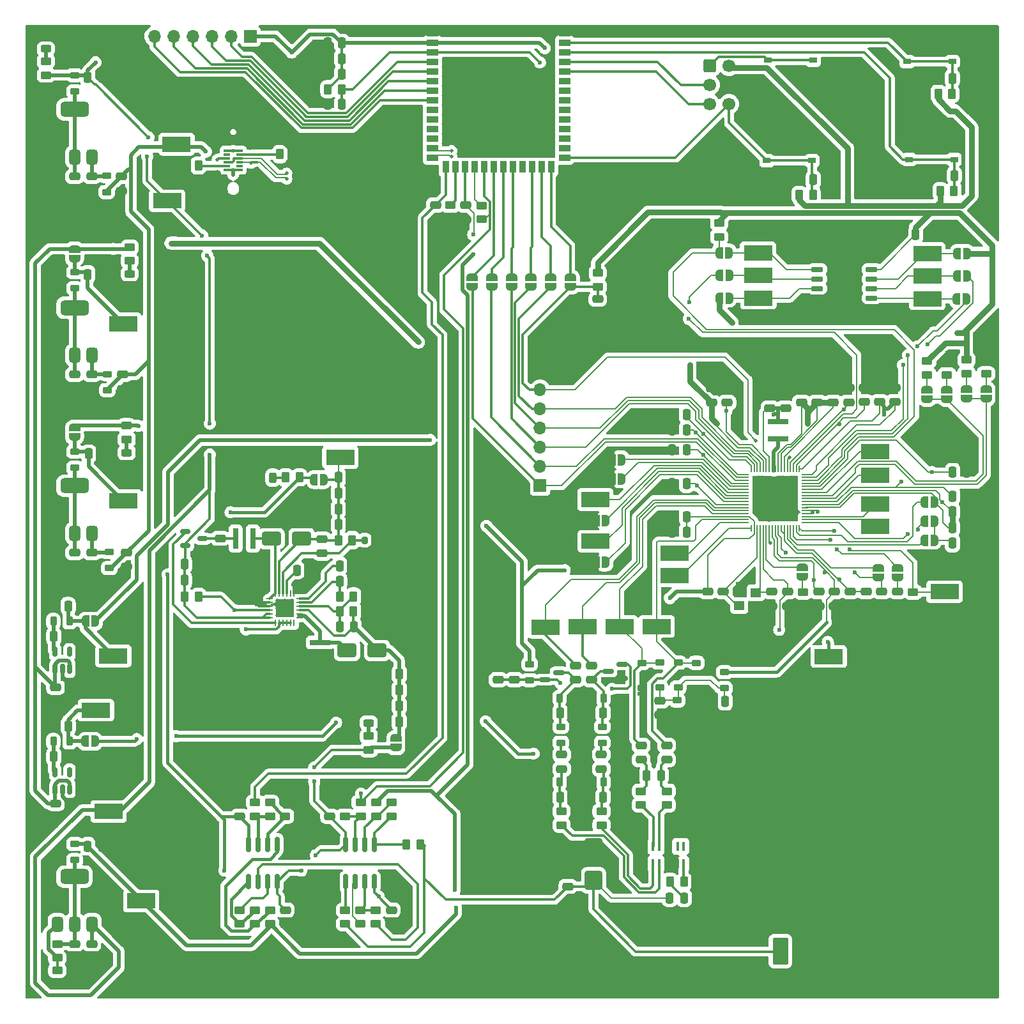
<source format=gbr>
%TF.GenerationSoftware,KiCad,Pcbnew,8.0.3*%
%TF.CreationDate,2024-06-11T07:04:39+05:45*%
%TF.ProjectId,HardwareDesign,48617264-7761-4726-9544-657369676e2e,rev?*%
%TF.SameCoordinates,Original*%
%TF.FileFunction,Copper,L1,Top*%
%TF.FilePolarity,Positive*%
%FSLAX46Y46*%
G04 Gerber Fmt 4.6, Leading zero omitted, Abs format (unit mm)*
G04 Created by KiCad (PCBNEW 8.0.3) date 2024-06-11 07:04:39*
%MOMM*%
%LPD*%
G01*
G04 APERTURE LIST*
G04 Aperture macros list*
%AMRoundRect*
0 Rectangle with rounded corners*
0 $1 Rounding radius*
0 $2 $3 $4 $5 $6 $7 $8 $9 X,Y pos of 4 corners*
0 Add a 4 corners polygon primitive as box body*
4,1,4,$2,$3,$4,$5,$6,$7,$8,$9,$2,$3,0*
0 Add four circle primitives for the rounded corners*
1,1,$1+$1,$2,$3*
1,1,$1+$1,$4,$5*
1,1,$1+$1,$6,$7*
1,1,$1+$1,$8,$9*
0 Add four rect primitives between the rounded corners*
20,1,$1+$1,$2,$3,$4,$5,0*
20,1,$1+$1,$4,$5,$6,$7,0*
20,1,$1+$1,$6,$7,$8,$9,0*
20,1,$1+$1,$8,$9,$2,$3,0*%
%AMFreePoly0*
4,1,19,0.500000,-0.750000,0.000000,-0.750000,0.000000,-0.744911,-0.071157,-0.744911,-0.207708,-0.704816,-0.327430,-0.627875,-0.420627,-0.520320,-0.479746,-0.390866,-0.500000,-0.250000,-0.500000,0.250000,-0.479746,0.390866,-0.420627,0.520320,-0.327430,0.627875,-0.207708,0.704816,-0.071157,0.744911,0.000000,0.744911,0.000000,0.750000,0.500000,0.750000,0.500000,-0.750000,0.500000,-0.750000,
$1*%
%AMFreePoly1*
4,1,19,0.000000,0.744911,0.071157,0.744911,0.207708,0.704816,0.327430,0.627875,0.420627,0.520320,0.479746,0.390866,0.500000,0.250000,0.500000,-0.250000,0.479746,-0.390866,0.420627,-0.520320,0.327430,-0.627875,0.207708,-0.704816,0.071157,-0.744911,0.000000,-0.744911,0.000000,-0.750000,-0.500000,-0.750000,-0.500000,0.750000,0.000000,0.750000,0.000000,0.744911,0.000000,0.744911,
$1*%
G04 Aperture macros list end*
%TA.AperFunction,SMDPad,CuDef*%
%ADD10RoundRect,0.243750X0.456250X-0.243750X0.456250X0.243750X-0.456250X0.243750X-0.456250X-0.243750X0*%
%TD*%
%TA.AperFunction,SMDPad,CuDef*%
%ADD11R,3.800000X2.000000*%
%TD*%
%TA.AperFunction,SMDPad,CuDef*%
%ADD12RoundRect,0.218750X-0.218750X-0.381250X0.218750X-0.381250X0.218750X0.381250X-0.218750X0.381250X0*%
%TD*%
%TA.AperFunction,SMDPad,CuDef*%
%ADD13FreePoly0,270.000000*%
%TD*%
%TA.AperFunction,SMDPad,CuDef*%
%ADD14FreePoly1,270.000000*%
%TD*%
%TA.AperFunction,SMDPad,CuDef*%
%ADD15RoundRect,0.250000X0.262500X0.450000X-0.262500X0.450000X-0.262500X-0.450000X0.262500X-0.450000X0*%
%TD*%
%TA.AperFunction,SMDPad,CuDef*%
%ADD16RoundRect,0.250000X0.250000X0.475000X-0.250000X0.475000X-0.250000X-0.475000X0.250000X-0.475000X0*%
%TD*%
%TA.AperFunction,SMDPad,CuDef*%
%ADD17RoundRect,0.250000X0.475000X-0.250000X0.475000X0.250000X-0.475000X0.250000X-0.475000X-0.250000X0*%
%TD*%
%TA.AperFunction,SMDPad,CuDef*%
%ADD18RoundRect,0.250000X-1.000000X-0.650000X1.000000X-0.650000X1.000000X0.650000X-1.000000X0.650000X0*%
%TD*%
%TA.AperFunction,SMDPad,CuDef*%
%ADD19RoundRect,0.218750X0.381250X-0.218750X0.381250X0.218750X-0.381250X0.218750X-0.381250X-0.218750X0*%
%TD*%
%TA.AperFunction,SMDPad,CuDef*%
%ADD20RoundRect,0.250000X-0.475000X0.250000X-0.475000X-0.250000X0.475000X-0.250000X0.475000X0.250000X0*%
%TD*%
%TA.AperFunction,SMDPad,CuDef*%
%ADD21R,0.870000X0.300000*%
%TD*%
%TA.AperFunction,ComponentPad*%
%ADD22O,1.100000X2.200000*%
%TD*%
%TA.AperFunction,SMDPad,CuDef*%
%ADD23RoundRect,0.150000X0.150000X-0.512500X0.150000X0.512500X-0.150000X0.512500X-0.150000X-0.512500X0*%
%TD*%
%TA.AperFunction,SMDPad,CuDef*%
%ADD24RoundRect,0.250000X-0.450000X0.262500X-0.450000X-0.262500X0.450000X-0.262500X0.450000X0.262500X0*%
%TD*%
%TA.AperFunction,SMDPad,CuDef*%
%ADD25FreePoly0,0.000000*%
%TD*%
%TA.AperFunction,SMDPad,CuDef*%
%ADD26FreePoly1,0.000000*%
%TD*%
%TA.AperFunction,SMDPad,CuDef*%
%ADD27RoundRect,0.225000X0.375000X-0.225000X0.375000X0.225000X-0.375000X0.225000X-0.375000X-0.225000X0*%
%TD*%
%TA.AperFunction,SMDPad,CuDef*%
%ADD28RoundRect,0.375000X0.375000X-0.625000X0.375000X0.625000X-0.375000X0.625000X-0.375000X-0.625000X0*%
%TD*%
%TA.AperFunction,SMDPad,CuDef*%
%ADD29RoundRect,0.500000X1.400000X-0.500000X1.400000X0.500000X-1.400000X0.500000X-1.400000X-0.500000X0*%
%TD*%
%TA.AperFunction,SMDPad,CuDef*%
%ADD30RoundRect,0.150000X-0.150000X0.825000X-0.150000X-0.825000X0.150000X-0.825000X0.150000X0.825000X0*%
%TD*%
%TA.AperFunction,SMDPad,CuDef*%
%ADD31RoundRect,0.250000X0.450000X-0.262500X0.450000X0.262500X-0.450000X0.262500X-0.450000X-0.262500X0*%
%TD*%
%TA.AperFunction,SMDPad,CuDef*%
%ADD32FreePoly0,180.000000*%
%TD*%
%TA.AperFunction,SMDPad,CuDef*%
%ADD33FreePoly1,180.000000*%
%TD*%
%TA.AperFunction,SMDPad,CuDef*%
%ADD34RoundRect,0.225000X-0.375000X0.225000X-0.375000X-0.225000X0.375000X-0.225000X0.375000X0.225000X0*%
%TD*%
%TA.AperFunction,SMDPad,CuDef*%
%ADD35RoundRect,0.250000X-0.250000X-0.475000X0.250000X-0.475000X0.250000X0.475000X-0.250000X0.475000X0*%
%TD*%
%TA.AperFunction,SMDPad,CuDef*%
%ADD36RoundRect,0.150000X-0.587500X-0.150000X0.587500X-0.150000X0.587500X0.150000X-0.587500X0.150000X0*%
%TD*%
%TA.AperFunction,SMDPad,CuDef*%
%ADD37RoundRect,0.150000X-0.650000X-0.150000X0.650000X-0.150000X0.650000X0.150000X-0.650000X0.150000X0*%
%TD*%
%TA.AperFunction,ComponentPad*%
%ADD38R,1.700000X1.700000*%
%TD*%
%TA.AperFunction,ComponentPad*%
%ADD39O,1.700000X1.700000*%
%TD*%
%TA.AperFunction,SMDPad,CuDef*%
%ADD40R,1.000000X0.750000*%
%TD*%
%TA.AperFunction,SMDPad,CuDef*%
%ADD41RoundRect,0.200000X-0.200000X-0.275000X0.200000X-0.275000X0.200000X0.275000X-0.200000X0.275000X0*%
%TD*%
%TA.AperFunction,SMDPad,CuDef*%
%ADD42R,1.400000X1.200000*%
%TD*%
%TA.AperFunction,SMDPad,CuDef*%
%ADD43RoundRect,0.250000X-0.262500X-0.450000X0.262500X-0.450000X0.262500X0.450000X-0.262500X0.450000X0*%
%TD*%
%TA.AperFunction,SMDPad,CuDef*%
%ADD44R,0.800000X2.700000*%
%TD*%
%TA.AperFunction,SMDPad,CuDef*%
%ADD45RoundRect,0.050000X-0.050000X0.362500X-0.050000X-0.362500X0.050000X-0.362500X0.050000X0.362500X0*%
%TD*%
%TA.AperFunction,SMDPad,CuDef*%
%ADD46RoundRect,0.050000X-0.362500X0.050000X-0.362500X-0.050000X0.362500X-0.050000X0.362500X0.050000X0*%
%TD*%
%TA.AperFunction,HeatsinkPad*%
%ADD47C,0.500000*%
%TD*%
%TA.AperFunction,HeatsinkPad*%
%ADD48R,5.200000X5.200000*%
%TD*%
%TA.AperFunction,ComponentPad*%
%ADD49RoundRect,0.250001X-0.799999X-1.549999X0.799999X-1.549999X0.799999X1.549999X-0.799999X1.549999X0*%
%TD*%
%TA.AperFunction,ComponentPad*%
%ADD50O,2.100000X3.600000*%
%TD*%
%TA.AperFunction,SMDPad,CuDef*%
%ADD51RoundRect,0.243750X-0.243750X-0.456250X0.243750X-0.456250X0.243750X0.456250X-0.243750X0.456250X0*%
%TD*%
%TA.AperFunction,SMDPad,CuDef*%
%ADD52RoundRect,0.243750X-0.456250X0.243750X-0.456250X-0.243750X0.456250X-0.243750X0.456250X0.243750X0*%
%TD*%
%TA.AperFunction,SMDPad,CuDef*%
%ADD53RoundRect,0.150000X0.587500X0.150000X-0.587500X0.150000X-0.587500X-0.150000X0.587500X-0.150000X0*%
%TD*%
%TA.AperFunction,ComponentPad*%
%ADD54RoundRect,0.250000X-0.600000X-0.600000X0.600000X-0.600000X0.600000X0.600000X-0.600000X0.600000X0*%
%TD*%
%TA.AperFunction,ComponentPad*%
%ADD55C,1.700000*%
%TD*%
%TA.AperFunction,SMDPad,CuDef*%
%ADD56RoundRect,0.250000X1.000000X0.650000X-1.000000X0.650000X-1.000000X-0.650000X1.000000X-0.650000X0*%
%TD*%
%TA.AperFunction,SMDPad,CuDef*%
%ADD57RoundRect,0.218750X-0.381250X0.218750X-0.381250X-0.218750X0.381250X-0.218750X0.381250X0.218750X0*%
%TD*%
%TA.AperFunction,SMDPad,CuDef*%
%ADD58FreePoly0,90.000000*%
%TD*%
%TA.AperFunction,SMDPad,CuDef*%
%ADD59FreePoly1,90.000000*%
%TD*%
%TA.AperFunction,SMDPad,CuDef*%
%ADD60R,1.500000X0.900000*%
%TD*%
%TA.AperFunction,SMDPad,CuDef*%
%ADD61R,0.900000X1.500000*%
%TD*%
%TA.AperFunction,HeatsinkPad*%
%ADD62C,0.600000*%
%TD*%
%TA.AperFunction,SMDPad,CuDef*%
%ADD63R,3.900000X3.900000*%
%TD*%
%TA.AperFunction,SMDPad,CuDef*%
%ADD64RoundRect,0.062500X-0.325000X-0.062500X0.325000X-0.062500X0.325000X0.062500X-0.325000X0.062500X0*%
%TD*%
%TA.AperFunction,SMDPad,CuDef*%
%ADD65RoundRect,0.062500X-0.062500X-0.325000X0.062500X-0.325000X0.062500X0.325000X-0.062500X0.325000X0*%
%TD*%
%TA.AperFunction,HeatsinkPad*%
%ADD66R,2.450000X2.450000*%
%TD*%
%TA.AperFunction,SMDPad,CuDef*%
%ADD67R,0.450000X1.250000*%
%TD*%
%TA.AperFunction,SMDPad,CuDef*%
%ADD68RoundRect,0.250000X-0.900000X1.000000X-0.900000X-1.000000X0.900000X-1.000000X0.900000X1.000000X0*%
%TD*%
%TA.AperFunction,SMDPad,CuDef*%
%ADD69R,2.700000X0.800000*%
%TD*%
%TA.AperFunction,SMDPad,CuDef*%
%ADD70RoundRect,0.150000X-0.512500X-0.150000X0.512500X-0.150000X0.512500X0.150000X-0.512500X0.150000X0*%
%TD*%
%TA.AperFunction,SMDPad,CuDef*%
%ADD71RoundRect,0.150000X0.150000X-0.825000X0.150000X0.825000X-0.150000X0.825000X-0.150000X-0.825000X0*%
%TD*%
%TA.AperFunction,ViaPad*%
%ADD72C,0.600000*%
%TD*%
%TA.AperFunction,ViaPad*%
%ADD73C,0.500000*%
%TD*%
%TA.AperFunction,Conductor*%
%ADD74C,0.500000*%
%TD*%
%TA.AperFunction,Conductor*%
%ADD75C,0.300000*%
%TD*%
%TA.AperFunction,Conductor*%
%ADD76C,0.200000*%
%TD*%
%TA.AperFunction,Conductor*%
%ADD77C,0.400000*%
%TD*%
%TA.AperFunction,Conductor*%
%ADD78C,0.750000*%
%TD*%
G04 APERTURE END LIST*
D10*
%TO.P,D12,1,K*%
%TO.N,Net-(D12-K)*%
X95980000Y-112975000D03*
%TO.P,D12,2,A*%
%TO.N,GND*%
X95980000Y-111100000D03*
%TD*%
D11*
%TO.P,TP26,1,1*%
%TO.N,Net-(D3-RSVD07)*%
X163090000Y-84000000D03*
%TD*%
%TO.P,TP8,1,1*%
%TO.N,Net-(JP31-A)*%
X62140000Y-104100000D03*
%TD*%
D12*
%TO.P,L6,1*%
%TO.N,GND*%
X124977500Y-109700000D03*
%TO.P,L6,2*%
%TO.N,Net-(C11-Pad2)*%
X127102500Y-109700000D03*
%TD*%
D13*
%TO.P,JP1,1,A*%
%TO.N,Net-(JP1-A)*%
X170010000Y-68770000D03*
D14*
%TO.P,JP1,2,B*%
%TO.N,GPIO_2*%
X170010000Y-70070000D03*
%TD*%
D15*
%TO.P,R25,1*%
%TO.N,+15V*%
X86786666Y-80420000D03*
%TO.P,R25,2*%
%TO.N,Net-(D11-A)*%
X84961666Y-80420000D03*
%TD*%
D11*
%TO.P,TP23,1,1*%
%TO.N,RXIN_N*%
X119450000Y-100290000D03*
%TD*%
D16*
%TO.P,C80,1*%
%TO.N,Net-(D9-A)*%
X100030000Y-106512500D03*
%TO.P,C80,2*%
%TO.N,GND*%
X98130000Y-106512500D03*
%TD*%
%TO.P,C52,1*%
%TO.N,+3V3*%
X92430000Y-24916000D03*
%TO.P,C52,2*%
%TO.N,GND*%
X90530000Y-24916000D03*
%TD*%
D17*
%TO.P,C8,1*%
%TO.N,Net-(C4-Pad2)*%
X126810000Y-119084998D03*
%TO.P,C8,2*%
%TO.N,Net-(C8-Pad2)*%
X126810000Y-117184998D03*
%TD*%
D18*
%TO.P,D9,1,K*%
%TO.N,Net-(D9-K)*%
X93110000Y-103360000D03*
%TO.P,D9,2,A*%
%TO.N,Net-(D9-A)*%
X97110000Y-103360000D03*
%TD*%
D19*
%TO.P,L4,1*%
%TO.N,Net-(C8-Pad2)*%
X126940000Y-115605832D03*
%TO.P,L4,2*%
%TO.N,Net-(C11-Pad2)*%
X126940000Y-113480832D03*
%TD*%
%TO.P,L9,1,1*%
%TO.N,Net-(D6-K)*%
X143110000Y-108382500D03*
%TO.P,L9,2,2*%
%TO.N,+3.3V*%
X143110000Y-106257500D03*
%TD*%
D13*
%TO.P,JP21,1,A*%
%TO.N,Net-(JP21-A)*%
X122700000Y-53890000D03*
D14*
%TO.P,JP21,2,B*%
%TO.N,RESER_L*%
X122700000Y-55190000D03*
%TD*%
D20*
%TO.P,C67,1*%
%TO.N,Net-(U5-VO)*%
X57000000Y-90400000D03*
%TO.P,C67,2*%
%TO.N,GND*%
X57000000Y-92300000D03*
%TD*%
D21*
%TO.P,J2,A1,GND_A*%
%TO.N,GND*%
X78900000Y-35650000D03*
%TO.P,J2,A4,VBUS_A*%
%TO.N,+5V*%
X78900000Y-37150000D03*
%TO.P,J2,A5,CC1*%
%TO.N,Net-(J2-CC1)*%
X78900000Y-37650000D03*
%TO.P,J2,A6,D1+*%
%TO.N,USB_D+*%
X78900000Y-38150000D03*
%TO.P,J2,A7,D1-*%
%TO.N,USB_D-*%
X78900000Y-38650000D03*
%TO.P,J2,A8,SBU1*%
%TO.N,unconnected-(J2-SBU1-PadA8)*%
X78900000Y-39150000D03*
%TO.P,J2,A9,VBUS_A*%
%TO.N,+5V*%
X78900000Y-39650000D03*
%TO.P,J2,A12,GND_A*%
%TO.N,GND*%
X78900000Y-41150000D03*
%TO.P,J2,B1,GND_B*%
X77170000Y-41150000D03*
%TO.P,J2,B4,VBUS_B*%
%TO.N,+5V*%
X77170000Y-39650000D03*
%TO.P,J2,B5,CC2*%
%TO.N,Net-(J2-CC2)*%
X77170000Y-39150000D03*
%TO.P,J2,B6,D2+*%
%TO.N,USB_D+*%
X77170000Y-38650000D03*
%TO.P,J2,B7,D2-*%
%TO.N,USB_D-*%
X77170000Y-38150000D03*
%TO.P,J2,B8,SBU2*%
%TO.N,unconnected-(J2-SBU2-PadB8)*%
X77170000Y-37650000D03*
%TO.P,J2,B9,VBUS_B*%
%TO.N,+5V*%
X77170000Y-37150000D03*
%TO.P,J2,B12,GND_B*%
%TO.N,GND*%
X77170000Y-35650000D03*
D22*
%TO.P,J2,S1,SHIELD*%
X80185000Y-36000000D03*
%TO.P,J2,S2,SHIELD*%
X75885000Y-36000000D03*
%TO.P,J2,S3,SHIELD*%
X80185000Y-40800000D03*
%TO.P,J2,S4,SHIELD*%
X75885000Y-40800000D03*
%TD*%
D23*
%TO.P,U8,1,IN*%
%TO.N,+3.3V*%
X54425000Y-105837500D03*
%TO.P,U8,2,GND*%
%TO.N,GND*%
X55375000Y-105837500D03*
%TO.P,U8,3,EN*%
%TO.N,+3.3V*%
X56325000Y-105837500D03*
%TO.P,U8,4,NC*%
%TO.N,unconnected-(U8-NC-Pad4)*%
X56325000Y-103562500D03*
%TO.P,U8,5,OUT*%
%TO.N,Net-(U8-OUT)*%
X54425000Y-103562500D03*
%TD*%
D16*
%TO.P,C78,1*%
%TO.N,Net-(D9-A)*%
X100030000Y-110712500D03*
%TO.P,C78,2*%
%TO.N,GND*%
X98130000Y-110712500D03*
%TD*%
D24*
%TO.P,R3,1*%
%TO.N,+3.3V*%
X126340000Y-53347500D03*
%TO.P,R3,2*%
%TO.N,RESER_L*%
X126340000Y-55172500D03*
%TD*%
D25*
%TO.P,JP10,1,A*%
%TO.N,Net-(D3-RSVD04)*%
X169660000Y-83710000D03*
D26*
%TO.P,JP10,2,B*%
%TO.N,+1V2*%
X170960000Y-83710000D03*
%TD*%
D16*
%TO.P,C55,1*%
%TO.N,BUTTON_1*%
X173602500Y-40450000D03*
%TO.P,C55,2*%
%TO.N,GND*%
X171702500Y-40450000D03*
%TD*%
D20*
%TO.P,C61,1*%
%TO.N,+5V*%
X63400000Y-66800000D03*
%TO.P,C61,2*%
%TO.N,GND*%
X63400000Y-68700000D03*
%TD*%
D27*
%TO.P,D6,1,K*%
%TO.N,Net-(D6-K)*%
X134583333Y-108275000D03*
%TO.P,D6,2,A*%
%TO.N,TXOUT_N*%
X134583333Y-104975000D03*
%TD*%
D11*
%TO.P,TP30,1,1*%
%TO.N,Net-(D3-RBIAS)*%
X172300000Y-95600000D03*
%TD*%
D24*
%TO.P,R1,1*%
%TO.N,Net-(C3-Pad1)*%
X121540000Y-124687500D03*
%TO.P,R1,2*%
%TO.N,RX_N*%
X121540000Y-126512500D03*
%TD*%
D15*
%TO.P,R17,1*%
%TO.N,BUTTON_2*%
X173295000Y-29585000D03*
%TO.P,R17,2*%
%TO.N,+3V3*%
X171470000Y-29585000D03*
%TD*%
D11*
%TO.P,TP40,1,1*%
%TO.N,Net-(JP17-B)*%
X170030000Y-56760000D03*
%TD*%
D19*
%TO.P,L3,1*%
%TO.N,Net-(C7-Pad2)*%
X121440000Y-115605832D03*
%TO.P,L3,2*%
%TO.N,Net-(C10-Pad1)*%
X121440000Y-113480832D03*
%TD*%
D12*
%TO.P,L5,1*%
%TO.N,Net-(C10-Pad1)*%
X121277500Y-109700000D03*
%TO.P,L5,2*%
%TO.N,GND*%
X123402500Y-109700000D03*
%TD*%
D20*
%TO.P,C48,1*%
%TO.N,+3.3V*%
X157715831Y-95600000D03*
%TO.P,C48,2*%
%TO.N,GND*%
X157715831Y-97500000D03*
%TD*%
D28*
%TO.P,U3,1,GND*%
%TO.N,GND*%
X54700000Y-37950000D03*
%TO.P,U3,2,VO*%
%TO.N,Net-(U3-VO)*%
X57000000Y-37950000D03*
D29*
X57000000Y-31650000D03*
D28*
%TO.P,U3,3,VI*%
%TO.N,Net-(U3-VI)*%
X59300000Y-37950000D03*
%TD*%
D30*
%TO.P,U6,1*%
%TO.N,Net-(R34-Pad1)*%
X96755000Y-129085000D03*
%TO.P,U6,2*%
%TO.N,Net-(R33-Pad1)*%
X95485000Y-129085000D03*
%TO.P,U6,3*%
%TO.N,Net-(R32-Pad2)*%
X94215000Y-129085000D03*
%TO.P,U6,4*%
%TO.N,-15V*%
X92945000Y-129085000D03*
%TO.P,U6,5*%
%TO.N,Net-(R38-Pad1)*%
X92945000Y-134035000D03*
%TO.P,U6,6*%
%TO.N,Net-(R39-Pad2)*%
X94215000Y-134035000D03*
%TO.P,U6,7*%
%TO.N,Net-(R39-Pad1)*%
X95485000Y-134035000D03*
%TO.P,U6,8*%
%TO.N,+15V*%
X96755000Y-134035000D03*
%TD*%
D11*
%TO.P,TP35,1,1*%
%TO.N,Net-(D3-PLL_BYPASS)*%
X156950000Y-104170000D03*
%TD*%
D31*
%TO.P,R9,1*%
%TO.N,TX_P*%
X135500000Y-123852500D03*
%TO.P,R9,2*%
%TO.N,Net-(C27-Pad2)*%
X135500000Y-122027500D03*
%TD*%
D20*
%TO.P,C47,1*%
%TO.N,Net-(D3-XTAL_OUT)*%
X149412499Y-95600000D03*
%TO.P,C47,2*%
%TO.N,GND*%
X149412499Y-97500000D03*
%TD*%
D32*
%TO.P,JP20,1,A*%
%TO.N,+3.3V*%
X175280000Y-50760000D03*
D33*
%TO.P,JP20,2,B*%
%TO.N,Net-(JP20-B)*%
X173980000Y-50760000D03*
%TD*%
D11*
%TO.P,TP2,1,1*%
%TO.N,GND*%
X166540000Y-115370000D03*
%TD*%
D20*
%TO.P,C70,1*%
%TO.N,GND*%
X90800000Y-123450000D03*
%TO.P,C70,2*%
%TO.N,-15V*%
X90800000Y-125350000D03*
%TD*%
D16*
%TO.P,C77,1*%
%TO.N,Net-(D9-A)*%
X100030000Y-112812500D03*
%TO.P,C77,2*%
%TO.N,GND*%
X98130000Y-112812500D03*
%TD*%
%TO.P,C54,1*%
%TO.N,/ESP32/Boot*%
X154902500Y-40980000D03*
%TO.P,C54,2*%
%TO.N,GND*%
X153002500Y-40980000D03*
%TD*%
D34*
%TO.P,D5,1,K*%
%TO.N,TXOUT_P*%
X139410000Y-105020000D03*
%TO.P,D5,2,A*%
%TO.N,GND*%
X139410000Y-108320000D03*
%TD*%
D35*
%TO.P,C49,1*%
%TO.N,+3.3V*%
X168480000Y-48260000D03*
%TO.P,C49,2*%
%TO.N,GND*%
X170380000Y-48260000D03*
%TD*%
%TO.P,C30,1*%
%TO.N,+1V2*%
X173360000Y-85000000D03*
%TO.P,C30,2*%
%TO.N,GND*%
X175260000Y-85000000D03*
%TD*%
D11*
%TO.P,TP43,1,1*%
%TO.N,Net-(JP20-B)*%
X170030000Y-50760000D03*
%TD*%
D20*
%TO.P,C57,1*%
%TO.N,+5V*%
X63200000Y-40550000D03*
%TO.P,C57,2*%
%TO.N,GND*%
X63200000Y-42450000D03*
%TD*%
D36*
%TO.P,D2,1,K*%
%TO.N,GND*%
X119352498Y-105350000D03*
%TO.P,D2,2,A*%
%TO.N,Net-(D1-A)*%
X119352498Y-107250000D03*
%TO.P,D2,3,K*%
%TO.N,Net-(C10-Pad1)*%
X121227498Y-106300000D03*
%TD*%
D20*
%TO.P,C44,1*%
%TO.N,+1V2*%
X155624998Y-95600000D03*
%TO.P,C44,2*%
%TO.N,GND*%
X155624998Y-97500000D03*
%TD*%
D11*
%TO.P,TP10,1,1*%
%TO.N,1.65V*%
X65840000Y-136580000D03*
%TD*%
D20*
%TO.P,C14,1*%
%TO.N,RESER_L*%
X126340000Y-56810000D03*
%TO.P,C14,2*%
%TO.N,GND*%
X126340000Y-58710000D03*
%TD*%
D25*
%TO.P,JP15,1,A*%
%TO.N,SPI_CS*%
X142430000Y-50660000D03*
D26*
%TO.P,JP15,2,B*%
%TO.N,Net-(JP15-B)*%
X143730000Y-50660000D03*
%TD*%
D37*
%TO.P,U1,1,~{CS}*%
%TO.N,Net-(JP15-B)*%
X155430000Y-52855000D03*
%TO.P,U1,2,DO(IO1)*%
%TO.N,Net-(JP18-B)*%
X155430000Y-54125000D03*
%TO.P,U1,3,IO2*%
%TO.N,Net-(JP19-B)*%
X155430000Y-55395000D03*
%TO.P,U1,4,GND*%
%TO.N,GND*%
X155430000Y-56665000D03*
%TO.P,U1,5,DI(IO0)*%
%TO.N,Net-(JP17-B)*%
X162630000Y-56665000D03*
%TO.P,U1,6,CLK*%
%TO.N,Net-(JP16-B)*%
X162630000Y-55395000D03*
%TO.P,U1,7,IO3*%
%TO.N,Net-(JP20-B)*%
X162630000Y-54125000D03*
%TO.P,U1,8,VCC*%
%TO.N,+3.3V*%
X162630000Y-52855000D03*
%TD*%
D11*
%TO.P,TP36,1,1*%
%TO.N,Net-(D3-ATB_P)*%
X136540000Y-93440000D03*
%TD*%
D13*
%TO.P,JP22,1,A*%
%TO.N,Net-(JP22-A)*%
X120100000Y-53890000D03*
D14*
%TO.P,JP22,2,B*%
%TO.N,SERIAL_IO_4_MOSI*%
X120100000Y-55190000D03*
%TD*%
D11*
%TO.P,TP16,1,1*%
%TO.N,Net-(D3-TDO)*%
X126030000Y-83370000D03*
%TD*%
D24*
%TO.P,R38,1*%
%TO.N,Net-(R38-Pad1)*%
X92872500Y-137787500D03*
%TO.P,R38,2*%
%TO.N,CP_OUT*%
X92872500Y-139612500D03*
%TD*%
D16*
%TO.P,C28,1*%
%TO.N,+1V2*%
X138110000Y-81270000D03*
%TO.P,C28,2*%
%TO.N,GND*%
X136210000Y-81270000D03*
%TD*%
D31*
%TO.P,R45,1*%
%TO.N,Net-(R44-Pad2)*%
X84900000Y-125332500D03*
%TO.P,R45,2*%
%TO.N,GND*%
X84900000Y-123507500D03*
%TD*%
D24*
%TO.P,R30,1*%
%TO.N,Net-(U10-VO)*%
X54700000Y-142287500D03*
%TO.P,R30,2*%
%TO.N,Net-(U10-ADJ)*%
X54700000Y-144112500D03*
%TD*%
D11*
%TO.P,TP3,1,1*%
%TO.N,GND*%
X166160000Y-127580000D03*
%TD*%
D31*
%TO.P,R10,1*%
%TO.N,GND*%
X168140000Y-97482500D03*
%TO.P,R10,2*%
%TO.N,Net-(D3-RBIAS)*%
X168140000Y-95657500D03*
%TD*%
D38*
%TO.P,J4,1,Pin_1*%
%TO.N,+3V3*%
X80290000Y-21980000D03*
D39*
%TO.P,J4,2,Pin_2*%
%TO.N,RESERVE_1*%
X77750000Y-21980000D03*
%TO.P,J4,3,Pin_3*%
%TO.N,RESERVE_2*%
X75210000Y-21980000D03*
%TO.P,J4,4,Pin_4*%
%TO.N,RESERVE_3*%
X72670000Y-21980000D03*
%TO.P,J4,5,Pin_5*%
%TO.N,RESERVE_4*%
X70130000Y-21980000D03*
%TO.P,J4,6,Pin_6*%
%TO.N,RESERVE_5*%
X67590000Y-21980000D03*
%TO.P,J4,7,Pin_7*%
%TO.N,GND*%
X65050000Y-21980000D03*
%TD*%
D17*
%TO.P,C13,1*%
%TO.N,+1V2*%
X149160000Y-71230000D03*
%TO.P,C13,2*%
%TO.N,GND*%
X149160000Y-69330000D03*
%TD*%
D35*
%TO.P,C64,1*%
%TO.N,Net-(JP29-A)*%
X58750000Y-53530000D03*
%TO.P,C64,2*%
%TO.N,GND*%
X60650000Y-53530000D03*
%TD*%
D10*
%TO.P,D15,1,K*%
%TO.N,GND*%
X63900000Y-79037500D03*
%TO.P,D15,2,A*%
%TO.N,Net-(D15-A)*%
X63900000Y-77162500D03*
%TD*%
D16*
%TO.P,C91,1*%
%TO.N,Net-(JP31-A)*%
X56150000Y-97500000D03*
%TO.P,C91,2*%
%TO.N,GND*%
X54250000Y-97500000D03*
%TD*%
D20*
%TO.P,C59,1*%
%TO.N,Net-(U3-VO)*%
X57000000Y-40550000D03*
%TO.P,C59,2*%
%TO.N,GND*%
X57000000Y-42450000D03*
%TD*%
D16*
%TO.P,C33,1*%
%TO.N,+3.3VA*%
X138110000Y-85660000D03*
%TO.P,C33,2*%
%TO.N,GND*%
X136210000Y-85660000D03*
%TD*%
D35*
%TO.P,C95,1*%
%TO.N,1.65V*%
X58750000Y-129330000D03*
%TO.P,C95,2*%
%TO.N,GND*%
X60650000Y-129330000D03*
%TD*%
D40*
%TO.P,S3,A*%
%TO.N,GND*%
X167580000Y-34555000D03*
%TO.P,S3,B*%
X173580000Y-34555000D03*
%TO.P,S3,C*%
%TO.N,BUTTON_1*%
X167580000Y-38305000D03*
%TO.P,S3,D*%
X173580000Y-38305000D03*
%TD*%
D41*
%TO.P,R22,1*%
%TO.N,Net-(U7-FBP)*%
X95435000Y-88760000D03*
%TO.P,R22,2*%
%TO.N,GND*%
X97085000Y-88760000D03*
%TD*%
D17*
%TO.P,C5,1*%
%TO.N,+1V2*%
X159630000Y-70460000D03*
%TO.P,C5,2*%
%TO.N,GND*%
X159630000Y-68560000D03*
%TD*%
D31*
%TO.P,R6,1*%
%TO.N,Net-(JP3-A)*%
X175210000Y-66682500D03*
%TO.P,R6,2*%
%TO.N,+3.3V*%
X175210000Y-64857500D03*
%TD*%
D35*
%TO.P,C84,1*%
%TO.N,Net-(D10-K)*%
X91957500Y-80450000D03*
%TO.P,C84,2*%
%TO.N,GND*%
X93857500Y-80450000D03*
%TD*%
D28*
%TO.P,U10,1,ADJ*%
%TO.N,Net-(U10-ADJ)*%
X54700000Y-139650000D03*
%TO.P,U10,2,VO*%
%TO.N,Net-(U10-VO)*%
X57000000Y-139650000D03*
D29*
X57000000Y-133350000D03*
D28*
%TO.P,U10,3,VI*%
%TO.N,+3V3*%
X59300000Y-139650000D03*
%TD*%
D25*
%TO.P,JP6,1,A*%
%TO.N,GND*%
X128230000Y-80620000D03*
D26*
%TO.P,JP6,2,B*%
%TO.N,Net-(D3-TCK)*%
X129530000Y-80620000D03*
%TD*%
D35*
%TO.P,C29,1*%
%TO.N,+3.3V*%
X173360000Y-82920000D03*
%TO.P,C29,2*%
%TO.N,GND*%
X175260000Y-82920000D03*
%TD*%
D20*
%TO.P,C83,1*%
%TO.N,Net-(D10-K)*%
X89800000Y-88600000D03*
%TO.P,C83,2*%
%TO.N,Net-(U7-FBP)*%
X89800000Y-90500000D03*
%TD*%
D42*
%TO.P,Y1,1,1*%
%TO.N,Net-(D3-XTAL_IN)*%
X145101666Y-97400000D03*
%TO.P,Y1,2,2*%
%TO.N,GND*%
X147301666Y-97400000D03*
%TO.P,Y1,3,3*%
%TO.N,Net-(D3-XTAL_OUT)*%
X147301666Y-95700000D03*
%TO.P,Y1,4,4*%
%TO.N,GND*%
X145101666Y-95700000D03*
%TD*%
D17*
%TO.P,C2,1*%
%TO.N,+3.3V*%
X161680000Y-70440000D03*
%TO.P,C2,2*%
%TO.N,GND*%
X161680000Y-68540000D03*
%TD*%
D20*
%TO.P,C39,1*%
%TO.N,Net-(JP11-B)*%
X166079163Y-95600000D03*
%TO.P,C39,2*%
%TO.N,GND*%
X166079163Y-97500000D03*
%TD*%
D35*
%TO.P,C68,1*%
%TO.N,Net-(JP30-A)*%
X58850000Y-77292500D03*
%TO.P,C68,2*%
%TO.N,GND*%
X60750000Y-77292500D03*
%TD*%
D43*
%TO.P,R13,1*%
%TO.N,+3V3*%
X90587500Y-28978000D03*
%TO.P,R13,2*%
%TO.N,/ESP32/EN*%
X92412500Y-28978000D03*
%TD*%
D17*
%TO.P,C32,1*%
%TO.N,Net-(C27-Pad2)*%
X135470000Y-117860000D03*
%TO.P,C32,2*%
%TO.N,TXOUT_P*%
X135470000Y-115960000D03*
%TD*%
D20*
%TO.P,C45,1*%
%TO.N,+1V2*%
X159806664Y-95600000D03*
%TO.P,C45,2*%
%TO.N,GND*%
X159806664Y-97500000D03*
%TD*%
D24*
%TO.P,R31,1*%
%TO.N,Net-(U10-ADJ)*%
X54700000Y-145787500D03*
%TO.P,R31,2*%
%TO.N,GND*%
X54700000Y-147612500D03*
%TD*%
D17*
%TO.P,C1,1*%
%TO.N,+1V2*%
X163700000Y-70420000D03*
%TO.P,C1,2*%
%TO.N,GND*%
X163700000Y-68520000D03*
%TD*%
D31*
%TO.P,R11,1*%
%TO.N,SPI_CS*%
X142430000Y-48572500D03*
%TO.P,R11,2*%
%TO.N,+3.3V*%
X142430000Y-46747500D03*
%TD*%
D24*
%TO.P,R12,1*%
%TO.N,BIASREF*%
X153564165Y-95657500D03*
%TO.P,R12,2*%
%TO.N,GND*%
X153564165Y-97482500D03*
%TD*%
D25*
%TO.P,JP18,1,A*%
%TO.N,SPI_DI*%
X142480000Y-53660000D03*
D26*
%TO.P,JP18,2,B*%
%TO.N,Net-(JP18-B)*%
X143780000Y-53660000D03*
%TD*%
D17*
%TO.P,C98,1*%
%TO.N,CP_OUT*%
X122380000Y-134640000D03*
%TO.P,C98,2*%
%TO.N,GND*%
X122380000Y-132740000D03*
%TD*%
%TO.P,C6,1*%
%TO.N,+3.3V*%
X157560000Y-70480000D03*
%TO.P,C6,2*%
%TO.N,GND*%
X157560000Y-68580000D03*
%TD*%
D40*
%TO.P,S4,A*%
%TO.N,GND*%
X167340000Y-21560000D03*
%TO.P,S4,B*%
X173340000Y-21560000D03*
%TO.P,S4,C*%
%TO.N,BUTTON_2*%
X167340000Y-25310000D03*
%TO.P,S4,D*%
X173340000Y-25310000D03*
%TD*%
D34*
%TO.P,D8,1,K*%
%TO.N,Net-(D6-K)*%
X136860000Y-109982500D03*
%TO.P,D8,2,A*%
%TO.N,GND*%
X136860000Y-113282500D03*
%TD*%
D11*
%TO.P,TP11,1,1*%
%TO.N,Net-(D10-K)*%
X92230000Y-77780000D03*
%TD*%
D17*
%TO.P,C36,1*%
%TO.N,GND*%
X134620000Y-111940000D03*
%TO.P,C36,2*%
%TO.N,Net-(D6-K)*%
X134620000Y-110040000D03*
%TD*%
D31*
%TO.P,R8,1*%
%TO.N,TX_N*%
X132080000Y-123852500D03*
%TO.P,R8,2*%
%TO.N,Net-(C27-Pad1)*%
X132080000Y-122027500D03*
%TD*%
D16*
%TO.P,C35,1*%
%TO.N,+3.3VA*%
X138110000Y-87700000D03*
%TO.P,C35,2*%
%TO.N,GND*%
X136210000Y-87700000D03*
%TD*%
D17*
%TO.P,C20,1*%
%TO.N,Net-(C11-Pad2)*%
X125543330Y-107250000D03*
%TO.P,C20,2*%
%TO.N,RXIN_P*%
X125543330Y-105350000D03*
%TD*%
D20*
%TO.P,C72,1*%
%TO.N,+3V3*%
X59300000Y-142270000D03*
%TO.P,C72,2*%
%TO.N,GND*%
X59300000Y-144170000D03*
%TD*%
D11*
%TO.P,TP20,1,1*%
%TO.N,Net-(D3-RTCK)*%
X126050000Y-88910000D03*
%TD*%
D24*
%TO.P,R40,1*%
%TO.N,Net-(R39-Pad1)*%
X96937500Y-137787500D03*
%TO.P,R40,2*%
%TO.N,Net-(R40-Pad2)*%
X96937500Y-139612500D03*
%TD*%
D17*
%TO.P,C16,1*%
%TO.N,+1V2*%
X143480000Y-70510000D03*
%TO.P,C16,2*%
%TO.N,GND*%
X143480000Y-68610000D03*
%TD*%
D27*
%TO.P,D7,1,K*%
%TO.N,Net-(D6-K)*%
X136996666Y-108275000D03*
%TO.P,D7,2,A*%
%TO.N,TXOUT_P*%
X136996666Y-104975000D03*
%TD*%
D31*
%TO.P,R33,1*%
%TO.N,Net-(R33-Pad1)*%
X96957500Y-125332500D03*
%TO.P,R33,2*%
%TO.N,1.65V*%
X96957500Y-123507500D03*
%TD*%
D11*
%TO.P,TP27,1,1*%
%TO.N,Net-(D3-RSVD06)*%
X163090000Y-86950000D03*
%TD*%
D28*
%TO.P,U5,1,GND*%
%TO.N,GND*%
X54700000Y-87850000D03*
%TO.P,U5,2,VO*%
%TO.N,Net-(U5-VO)*%
X57000000Y-87850000D03*
D29*
X57000000Y-81550000D03*
D28*
%TO.P,U5,3,VI*%
%TO.N,Net-(U5-VI)*%
X59300000Y-87850000D03*
%TD*%
D43*
%TO.P,R14,1*%
%TO.N,+3V3*%
X153040000Y-42980000D03*
%TO.P,R14,2*%
%TO.N,/ESP32/Boot*%
X154865000Y-42980000D03*
%TD*%
D20*
%TO.P,C41,1*%
%TO.N,+1V2A*%
X151503332Y-95600000D03*
%TO.P,C41,2*%
%TO.N,GND*%
X151503332Y-97500000D03*
%TD*%
D17*
%TO.P,C17,1*%
%TO.N,+3.3V*%
X141400000Y-70540000D03*
%TO.P,C17,2*%
%TO.N,GND*%
X141400000Y-68640000D03*
%TD*%
D24*
%TO.P,R46,1*%
%TO.N,CP_ADC*%
X80920000Y-123507500D03*
%TO.P,R46,2*%
%TO.N,Net-(R44-Pad1)*%
X80920000Y-125332500D03*
%TD*%
D25*
%TO.P,JP19,1,A*%
%TO.N,+3.3V*%
X142480000Y-56660000D03*
D26*
%TO.P,JP19,2,B*%
%TO.N,Net-(JP19-B)*%
X143780000Y-56660000D03*
%TD*%
D43*
%TO.P,R20,1*%
%TO.N,Net-(U7-FBN)*%
X92155000Y-98212500D03*
%TO.P,R20,2*%
%TO.N,Net-(D9-A)*%
X93980000Y-98212500D03*
%TD*%
D35*
%TO.P,C76,1*%
%TO.N,Net-(U7-CN)*%
X92130000Y-92172500D03*
%TO.P,C76,2*%
%TO.N,GND*%
X94030000Y-92172500D03*
%TD*%
D31*
%TO.P,R26,1*%
%TO.N,-15V*%
X95980000Y-116550000D03*
%TO.P,R26,2*%
%TO.N,Net-(D12-K)*%
X95980000Y-114725000D03*
%TD*%
D13*
%TO.P,JP2,1,A*%
%TO.N,Net-(JP2-A)*%
X172610000Y-68770000D03*
D14*
%TO.P,JP2,2,B*%
%TO.N,GPIO_2*%
X172610000Y-70070000D03*
%TD*%
D35*
%TO.P,C3,1*%
%TO.N,Net-(C3-Pad1)*%
X121340000Y-122798330D03*
%TO.P,C3,2*%
%TO.N,GND*%
X123240000Y-122798330D03*
%TD*%
D11*
%TO.P,TP1,1,1*%
%TO.N,GND*%
X86180000Y-54480000D03*
%TD*%
%TO.P,TP5,1,1*%
%TO.N,+5V*%
X70510000Y-36280000D03*
%TD*%
D20*
%TO.P,C19,1*%
%TO.N,GND*%
X113140000Y-105350000D03*
%TO.P,C19,2*%
%TO.N,Net-(D1-A)*%
X113140000Y-107250000D03*
%TD*%
D44*
%TO.P,L19,1*%
%TO.N,Net-(Q1-D)*%
X78350000Y-88550000D03*
%TO.P,L19,2*%
%TO.N,Net-(D10-A)*%
X80650000Y-88550000D03*
%TD*%
D11*
%TO.P,TP42,1,1*%
%TO.N,Net-(JP19-B)*%
X147630000Y-56660000D03*
%TD*%
D23*
%TO.P,U9,1,IN*%
%TO.N,+3.3V*%
X54425000Y-121787500D03*
%TO.P,U9,2,GND*%
%TO.N,GND*%
X55375000Y-121787500D03*
%TO.P,U9,3,EN*%
%TO.N,+3.3V*%
X56325000Y-121787500D03*
%TO.P,U9,4,NC*%
%TO.N,unconnected-(U9-NC-Pad4)*%
X56325000Y-119512500D03*
%TO.P,U9,5,OUT*%
%TO.N,Net-(U9-OUT)*%
X54425000Y-119512500D03*
%TD*%
D20*
%TO.P,C43,1*%
%TO.N,+3.3V*%
X163988330Y-95600000D03*
%TO.P,C43,2*%
%TO.N,GND*%
X163988330Y-97500000D03*
%TD*%
D16*
%TO.P,C50,1*%
%TO.N,/ESP32/EN*%
X92430000Y-30994000D03*
%TO.P,C50,2*%
%TO.N,GND*%
X90530000Y-30994000D03*
%TD*%
D20*
%TO.P,C40,1*%
%TO.N,+3.3VA*%
X140900000Y-95600000D03*
%TO.P,C40,2*%
%TO.N,GND*%
X140900000Y-97500000D03*
%TD*%
D24*
%TO.P,R15,1*%
%TO.N,Net-(U2-IO46)*%
X106840000Y-44377500D03*
%TO.P,R15,2*%
%TO.N,GND*%
X106840000Y-46202500D03*
%TD*%
D13*
%TO.P,JP26,1,A*%
%TO.N,Net-(JP26-A)*%
X109700000Y-53890000D03*
D14*
%TO.P,JP26,2,B*%
%TO.N,SERIAL_IO_0_INT*%
X109700000Y-55190000D03*
%TD*%
D35*
%TO.P,C87,1*%
%TO.N,Net-(D10-K)*%
X91957500Y-86697500D03*
%TO.P,C87,2*%
%TO.N,GND*%
X93857500Y-86697500D03*
%TD*%
%TO.P,C85,1*%
%TO.N,Net-(D10-K)*%
X91957500Y-82532500D03*
%TO.P,C85,2*%
%TO.N,GND*%
X93857500Y-82532500D03*
%TD*%
D24*
%TO.P,R42,1*%
%TO.N,Net-(R42-Pad1)*%
X82900000Y-137787500D03*
%TO.P,R42,2*%
%TO.N,1.65V*%
X82900000Y-139612500D03*
%TD*%
D43*
%TO.P,R37,1*%
%TO.N,Net-(C97-Pad2)*%
X135930000Y-134030000D03*
%TO.P,R37,2*%
%TO.N,Modem_RF*%
X137755000Y-134030000D03*
%TD*%
D20*
%TO.P,C58,1*%
%TO.N,Net-(U3-VI)*%
X59300000Y-40550000D03*
%TO.P,C58,2*%
%TO.N,GND*%
X59300000Y-42450000D03*
%TD*%
D35*
%TO.P,C82,1*%
%TO.N,Net-(U7-VREF)*%
X92137500Y-94212500D03*
%TO.P,C82,2*%
%TO.N,GND*%
X94037500Y-94212500D03*
%TD*%
D13*
%TO.P,JP14,1,A*%
%TO.N,Net-(D3-RSVD01)*%
X163500000Y-92410000D03*
D14*
%TO.P,JP14,2,B*%
%TO.N,+3.3V*%
X163500000Y-93710000D03*
%TD*%
D15*
%TO.P,R36,1*%
%TO.N,CP_OUT*%
X102812500Y-129085000D03*
%TO.P,R36,2*%
%TO.N,Net-(R34-Pad1)*%
X100987500Y-129085000D03*
%TD*%
D20*
%TO.P,C96,1*%
%TO.N,Net-(U10-VO)*%
X57000000Y-142270000D03*
%TO.P,C96,2*%
%TO.N,GND*%
X57000000Y-144170000D03*
%TD*%
D35*
%TO.P,C86,1*%
%TO.N,Net-(D10-K)*%
X91957500Y-84615000D03*
%TO.P,C86,2*%
%TO.N,GND*%
X93857500Y-84615000D03*
%TD*%
D10*
%TO.P,D14,1,K*%
%TO.N,GND*%
X64300000Y-55337500D03*
%TO.P,D14,2,A*%
%TO.N,Net-(D14-A)*%
X64300000Y-53462500D03*
%TD*%
D32*
%TO.P,JP17,1,A*%
%TO.N,SPI_DO*%
X175180000Y-56760000D03*
D33*
%TO.P,JP17,2,B*%
%TO.N,Net-(JP17-B)*%
X173880000Y-56760000D03*
%TD*%
D17*
%TO.P,C9,1*%
%TO.N,+3.3V*%
X155440000Y-70500000D03*
%TO.P,C9,2*%
%TO.N,GND*%
X155440000Y-68600000D03*
%TD*%
D31*
%TO.P,R44,1*%
%TO.N,Net-(R44-Pad1)*%
X82910000Y-125332500D03*
%TO.P,R44,2*%
%TO.N,Net-(R44-Pad2)*%
X82910000Y-123507500D03*
%TD*%
D19*
%TO.P,L13,1,1*%
%TO.N,Net-(U4-VO)*%
X57000000Y-55362500D03*
%TO.P,L13,2,2*%
%TO.N,Net-(JP29-A)*%
X57000000Y-53237500D03*
%TD*%
D31*
%TO.P,R7,1*%
%TO.N,Net-(JP4-A)*%
X177810000Y-66682500D03*
%TO.P,R7,2*%
%TO.N,GND*%
X177810000Y-64857500D03*
%TD*%
D19*
%TO.P,L7,1*%
%TO.N,Net-(D1-A)*%
X117323332Y-107312500D03*
%TO.P,L7,2*%
%TO.N,+3.3VA*%
X117323332Y-105187500D03*
%TD*%
D45*
%TO.P,D3,1,VDD*%
%TO.N,+1V2*%
X153070000Y-79292500D03*
%TO.P,D3,2,DVDD*%
%TO.N,+3.3V*%
X152670000Y-79292500D03*
%TO.P,D3,3,SPI_DI*%
%TO.N,SPI_DI*%
X152270000Y-79292500D03*
%TO.P,D3,4,VDD*%
%TO.N,+1V2*%
X151870000Y-79292500D03*
%TO.P,D3,5,RESET_L*%
%TO.N,RESER_L*%
X151470000Y-79292500D03*
%TO.P,D3,6,DVDD*%
%TO.N,+3.3V*%
X151070000Y-79292500D03*
%TO.P,D3,7,SW_DVDD_IN*%
X150670000Y-79292500D03*
%TO.P,D3,8,SW_DVDD_IN*%
X150270000Y-79292500D03*
%TO.P,D3,9,SW_VDD_OUT*%
%TO.N,Net-(D3-SW_VDD_OUT-Pad10)*%
X149870000Y-79292500D03*
%TO.P,D3,10,SW_VDD_OUT*%
X149470000Y-79292500D03*
%TO.P,D3,11,VREG_SWREG_FB*%
%TO.N,+1V2*%
X149070000Y-79292500D03*
%TO.P,D3,12,VDD*%
X148670000Y-79292500D03*
%TO.P,D3,13,DVDD*%
%TO.N,+3.3V*%
X148270000Y-79292500D03*
%TO.P,D3,14,SERIAL_IO[4]*%
%TO.N,SERIAL_IO_4_MOSI*%
X147870000Y-79292500D03*
%TO.P,D3,15,SERIAL_IO[3]*%
%TO.N,SERIAL_IO_3_MISO*%
X147470000Y-79292500D03*
%TO.P,D3,16,SERIAL_IO[2]*%
%TO.N,SERIAL_IO_2_CS*%
X147070000Y-79292500D03*
%TO.P,D3,17,DVDD*%
%TO.N,+3.3V*%
X146670000Y-79292500D03*
D46*
%TO.P,D3,18,VDD*%
%TO.N,+1V2*%
X145932500Y-80030000D03*
%TO.P,D3,19,SERIAL_IO[1]*%
%TO.N,SERIAL_IO_1_CLK*%
X145932500Y-80430000D03*
%TO.P,D3,20,SERIAL_IO[0]*%
%TO.N,SERIAL_IO_0_INT*%
X145932500Y-80830000D03*
%TO.P,D3,21,DVDD*%
%TO.N,+3.3V*%
X145932500Y-81230000D03*
%TO.P,D3,22,TDI*%
%TO.N,Net-(D3-TDI)*%
X145932500Y-81630000D03*
%TO.P,D3,23,TCK*%
%TO.N,Net-(D3-TCK)*%
X145932500Y-82030000D03*
%TO.P,D3,24,TDO*%
%TO.N,Net-(D3-TDO)*%
X145932500Y-82430000D03*
%TO.P,D3,25,TMS*%
%TO.N,Net-(D3-TMS)*%
X145932500Y-82830000D03*
%TO.P,D3,26,RTCK*%
%TO.N,Net-(D3-RTCK)*%
X145932500Y-83230000D03*
%TO.P,D3,27,TRST_L*%
%TO.N,Net-(D3-TRST_L)*%
X145932500Y-83630000D03*
%TO.P,D3,28,VDD*%
%TO.N,+1V2*%
X145932500Y-84030000D03*
%TO.P,D3,29,RXIN_N*%
%TO.N,RXIN_N*%
X145932500Y-84430000D03*
%TO.P,D3,30,RXIN_P*%
%TO.N,RXIN_P*%
X145932500Y-84830000D03*
%TO.P,D3,31,TXOUT_N*%
%TO.N,TXOUT_N*%
X145932500Y-85230000D03*
%TO.P,D3,32,DVDDHLD*%
%TO.N,+3.3VA*%
X145932500Y-85630000D03*
%TO.P,D3,33,TXOUT_P*%
%TO.N,TXOUT_P*%
X145932500Y-86030000D03*
%TO.P,D3,34,ATB_N*%
%TO.N,Net-(D3-ATB_N)*%
X145932500Y-86430000D03*
D45*
%TO.P,D3,35,ATB_P*%
%TO.N,Net-(D3-ATB_P)*%
X146670000Y-87167500D03*
%TO.P,D3,36,XTAL_DVDD*%
%TO.N,+3.3VA*%
X147070000Y-87167500D03*
%TO.P,D3,37,XTAL_IN*%
%TO.N,Net-(D3-XTAL_IN)*%
X147470000Y-87167500D03*
%TO.P,D3,38,XTAL_OUT*%
%TO.N,Net-(D3-XTAL_OUT)*%
X147870000Y-87167500D03*
%TO.P,D3,39,AVDD*%
%TO.N,+1V2A*%
X148270000Y-87167500D03*
%TO.P,D3,40,BIASREF*%
%TO.N,Net-(D3-BIASREF)*%
X148670000Y-87167500D03*
%TO.P,D3,41,ZC_IN*%
%TO.N,GND*%
X149070000Y-87167500D03*
%TO.P,D3,42,VDD*%
%TO.N,+1V2*%
X149470000Y-87167500D03*
%TO.P,D3,43,DVDD*%
%TO.N,+3.3V*%
X149870000Y-87167500D03*
%TO.P,D3,44,PLL_BYPASS*%
%TO.N,Net-(D3-PLL_BYPASS)*%
X150270000Y-87167500D03*
%TO.P,D3,45,VDD*%
%TO.N,+1V2*%
X150670000Y-87167500D03*
%TO.P,D3,46,VDD*%
X151070000Y-87167500D03*
%TO.P,D3,47,RSVD01*%
%TO.N,Net-(D3-RSVD01)*%
X151470000Y-87167500D03*
%TO.P,D3,48,RSVD02*%
%TO.N,Net-(D3-RSVD02)*%
X151870000Y-87167500D03*
%TO.P,D3,49,RSVD03*%
%TO.N,Net-(D3-RSVD03)*%
X152270000Y-87167500D03*
%TO.P,D3,50,RSVD04*%
%TO.N,Net-(D3-RSVD04)*%
X152670000Y-87167500D03*
%TO.P,D3,51,RBIAS*%
%TO.N,Net-(D3-RBIAS)*%
X153070000Y-87167500D03*
D46*
%TO.P,D3,52,RSVD05*%
%TO.N,Net-(D3-RSVD05)*%
X153807500Y-86430000D03*
%TO.P,D3,53,RSVD06*%
%TO.N,Net-(D3-RSVD06)*%
X153807500Y-86030000D03*
%TO.P,D3,54,RSVD07*%
%TO.N,Net-(D3-RSVD07)*%
X153807500Y-85630000D03*
%TO.P,D3,55,GND*%
%TO.N,GND*%
X153807500Y-85230000D03*
%TO.P,D3,56,GND*%
X153807500Y-84830000D03*
%TO.P,D3,57,RSVD08*%
%TO.N,+1V2*%
X153807500Y-84430000D03*
%TO.P,D3,58,VDD*%
X153807500Y-84030000D03*
%TO.P,D3,59,DVDD*%
%TO.N,+3.3V*%
X153807500Y-83630000D03*
%TO.P,D3,60,GPIO_0*%
%TO.N,GPIO_0*%
X153807500Y-83230000D03*
%TO.P,D3,61,GPIO_1*%
%TO.N,GPIO_1*%
X153807500Y-82830000D03*
%TO.P,D3,62,GPIO_2*%
%TO.N,GPIO_2*%
X153807500Y-82430000D03*
%TO.P,D3,63,GPIO_3*%
%TO.N,GPIO_3*%
X153807500Y-82030000D03*
%TO.P,D3,64,DVDD*%
%TO.N,+3.3V*%
X153807500Y-81630000D03*
%TO.P,D3,65,SPI_CS_L*%
%TO.N,SPI_CS*%
X153807500Y-81230000D03*
%TO.P,D3,66,SPI_D0*%
%TO.N,SPI_DO*%
X153807500Y-80830000D03*
%TO.P,D3,67,SPI_CLK*%
%TO.N,SPI_CLK*%
X153807500Y-80430000D03*
%TO.P,D3,68,VDD*%
%TO.N,+1V2*%
X153807500Y-80030000D03*
D47*
%TO.P,D3,69,GND*%
%TO.N,GND*%
X152220000Y-80880000D03*
X151045000Y-80880000D03*
X149870000Y-80880000D03*
X148695000Y-80880000D03*
X147520000Y-80880000D03*
X152220000Y-82055000D03*
X151045000Y-82055000D03*
X149870000Y-82055000D03*
X148695000Y-82055000D03*
X147520000Y-82055000D03*
X152220000Y-83230000D03*
X151045000Y-83230000D03*
X149870000Y-83230000D03*
D48*
X149870000Y-83230000D03*
D47*
X148695000Y-83230000D03*
X147520000Y-83230000D03*
X152220000Y-84405000D03*
X151045000Y-84405000D03*
X149870000Y-84405000D03*
X148695000Y-84405000D03*
X147520000Y-84405000D03*
X152220000Y-85580000D03*
X151045000Y-85580000D03*
X149870000Y-85580000D03*
X148695000Y-85580000D03*
X147520000Y-85580000D03*
%TD*%
D13*
%TO.P,JP4,1,A*%
%TO.N,Net-(JP4-A)*%
X177810000Y-68720000D03*
D14*
%TO.P,JP4,2,B*%
%TO.N,GPIO_1*%
X177810000Y-70020000D03*
%TD*%
D20*
%TO.P,C88,1*%
%TO.N,Net-(Q1-D)*%
X76300000Y-88500000D03*
%TO.P,C88,2*%
%TO.N,GND*%
X76300000Y-90400000D03*
%TD*%
D12*
%TO.P,L1,1*%
%TO.N,Net-(C3-Pad1)*%
X121277500Y-120826664D03*
%TO.P,L1,2*%
%TO.N,GND*%
X123402500Y-120826664D03*
%TD*%
D13*
%TO.P,JP24,1,A*%
%TO.N,Net-(JP24-A)*%
X114900000Y-53890000D03*
D14*
%TO.P,JP24,2,B*%
%TO.N,SERIAL_IO_2_CS*%
X114900000Y-55190000D03*
%TD*%
D49*
%TO.P,J5,1,Pin_1*%
%TO.N,CP_OUT*%
X150550000Y-143230000D03*
D50*
%TO.P,J5,2,Pin_2*%
%TO.N,GND*%
X158170000Y-143230000D03*
%TO.P,J5,3,Pin_3*%
X165790000Y-143230000D03*
%TD*%
D25*
%TO.P,JP12,1,A*%
%TO.N,Net-(D3-RSVD02)*%
X169650000Y-88750000D03*
D26*
%TO.P,JP12,2,B*%
%TO.N,Net-(JP12-B)*%
X170950000Y-88750000D03*
%TD*%
D11*
%TO.P,TP29,1,1*%
%TO.N,Net-(D3-ATB_N)*%
X136530000Y-90480000D03*
%TD*%
D13*
%TO.P,JP11,1,A*%
%TO.N,Net-(D3-RSVD03)*%
X166100000Y-92410000D03*
D14*
%TO.P,JP11,2,B*%
%TO.N,Net-(JP11-B)*%
X166100000Y-93710000D03*
%TD*%
D35*
%TO.P,C27,1*%
%TO.N,Net-(C27-Pad1)*%
X132840000Y-119935000D03*
%TO.P,C27,2*%
%TO.N,Net-(C27-Pad2)*%
X134740000Y-119935000D03*
%TD*%
D20*
%TO.P,C66,1*%
%TO.N,Net-(U5-VI)*%
X59300000Y-90400000D03*
%TO.P,C66,2*%
%TO.N,GND*%
X59300000Y-92300000D03*
%TD*%
D17*
%TO.P,C99,1*%
%TO.N,+15V*%
X78900000Y-125350000D03*
%TO.P,C99,2*%
%TO.N,GND*%
X78900000Y-123450000D03*
%TD*%
D35*
%TO.P,C4,1*%
%TO.N,GND*%
X125140000Y-122798330D03*
%TO.P,C4,2*%
%TO.N,Net-(C4-Pad2)*%
X127040000Y-122798330D03*
%TD*%
D51*
%TO.P,D11,1,K*%
%TO.N,GND*%
X81400000Y-80465000D03*
%TO.P,D11,2,A*%
%TO.N,Net-(D11-A)*%
X83275000Y-80465000D03*
%TD*%
D17*
%TO.P,C18,1*%
%TO.N,Net-(C10-Pad1)*%
X123386664Y-107250000D03*
%TO.P,C18,2*%
%TO.N,RXIN_N*%
X123386664Y-105350000D03*
%TD*%
D52*
%TO.P,D13,1,K*%
%TO.N,GND*%
X53200000Y-21762500D03*
%TO.P,D13,2,A*%
%TO.N,Net-(D13-A)*%
X53200000Y-23637500D03*
%TD*%
D13*
%TO.P,JP27,1,A*%
%TO.N,Net-(D9-A)*%
X99580000Y-114962500D03*
D14*
%TO.P,JP27,2,B*%
%TO.N,-15V*%
X99580000Y-116262500D03*
%TD*%
D28*
%TO.P,U4,1,GND*%
%TO.N,GND*%
X54700000Y-64250000D03*
%TO.P,U4,2,VO*%
%TO.N,Net-(U4-VO)*%
X57000000Y-64250000D03*
D29*
X57000000Y-57950000D03*
D28*
%TO.P,U4,3,VI*%
%TO.N,Net-(U4-VI)*%
X59300000Y-64250000D03*
%TD*%
D31*
%TO.P,R27,1*%
%TO.N,+3V3*%
X53200000Y-27112500D03*
%TO.P,R27,2*%
%TO.N,Net-(D13-A)*%
X53200000Y-25287500D03*
%TD*%
D13*
%TO.P,JP13,1,A*%
%TO.N,Net-(D3-BIASREF)*%
X153500000Y-92310000D03*
D14*
%TO.P,JP13,2,B*%
%TO.N,BIASREF*%
X153500000Y-93610000D03*
%TD*%
D11*
%TO.P,TP19,1,1*%
%TO.N,GPIO_0*%
X163090000Y-80180000D03*
%TD*%
D19*
%TO.P,L15,1,1*%
%TO.N,Net-(U5-VO)*%
X57000000Y-79125000D03*
%TO.P,L15,2,2*%
%TO.N,Net-(JP30-A)*%
X57000000Y-77000000D03*
%TD*%
D20*
%TO.P,C65,1*%
%TO.N,+5V*%
X63900000Y-90400000D03*
%TO.P,C65,2*%
%TO.N,GND*%
X63900000Y-92300000D03*
%TD*%
D24*
%TO.P,R29,1*%
%TO.N,+3.3VA*%
X63900000Y-73580000D03*
%TO.P,R29,2*%
%TO.N,Net-(D15-A)*%
X63900000Y-75405000D03*
%TD*%
D35*
%TO.P,C97,1*%
%TO.N,CP_OUT*%
X135890000Y-136180000D03*
%TO.P,C97,2*%
%TO.N,Net-(C97-Pad2)*%
X137790000Y-136180000D03*
%TD*%
D11*
%TO.P,TP7,1,1*%
%TO.N,Net-(JP30-A)*%
X63490000Y-83500000D03*
%TD*%
D13*
%TO.P,JP3,1,A*%
%TO.N,Net-(JP3-A)*%
X175210000Y-68720000D03*
D14*
%TO.P,JP3,2,B*%
%TO.N,GPIO_1*%
X175210000Y-70020000D03*
%TD*%
D24*
%TO.P,R32,1*%
%TO.N,CP_GEN*%
X94915000Y-123507500D03*
%TO.P,R32,2*%
%TO.N,Net-(R32-Pad2)*%
X94915000Y-125332500D03*
%TD*%
D31*
%TO.P,R4,1*%
%TO.N,Net-(JP1-A)*%
X170010000Y-66832500D03*
%TO.P,R4,2*%
%TO.N,+3.3V*%
X170010000Y-65007500D03*
%TD*%
D25*
%TO.P,JP32,1,A*%
%TO.N,Net-(JP32-A)*%
X58400000Y-115416666D03*
D26*
%TO.P,JP32,2,B*%
%TO.N,+1V2A*%
X59700000Y-115416666D03*
%TD*%
D53*
%TO.P,D1,1,K*%
%TO.N,GND*%
X129577500Y-107075000D03*
%TO.P,D1,2,A*%
%TO.N,Net-(D1-A)*%
X129577500Y-105175000D03*
%TO.P,D1,3,K*%
%TO.N,Net-(C11-Pad2)*%
X127702500Y-106125000D03*
%TD*%
D13*
%TO.P,JP25,1,A*%
%TO.N,Net-(JP25-A)*%
X112300000Y-53890000D03*
D14*
%TO.P,JP25,2,B*%
%TO.N,SERIAL_IO_1_CLK*%
X112300000Y-55190000D03*
%TD*%
D20*
%TO.P,C22,1*%
%TO.N,GND*%
X115296666Y-105350000D03*
%TO.P,C22,2*%
%TO.N,Net-(D1-A)*%
X115296666Y-107250000D03*
%TD*%
D38*
%TO.P,J1,1,Pin_1*%
%TO.N,SERIAL_IO_0_INT*%
X118700000Y-81525000D03*
D39*
%TO.P,J1,2,Pin_2*%
%TO.N,SERIAL_IO_1_CLK*%
X118700000Y-78985000D03*
%TO.P,J1,3,Pin_3*%
%TO.N,SERIAL_IO_2_CS*%
X118700000Y-76445000D03*
%TO.P,J1,4,Pin_4*%
%TO.N,SERIAL_IO_3_MISO*%
X118700000Y-73905000D03*
%TO.P,J1,5,Pin_5*%
%TO.N,SERIAL_IO_4_MOSI*%
X118700000Y-71365000D03*
%TO.P,J1,6,Pin_6*%
%TO.N,RESER_L*%
X118700000Y-68825000D03*
%TO.P,J1,7,Pin_7*%
%TO.N,GND*%
X118700000Y-66285000D03*
%TD*%
D54*
%TO.P,J3,1,Pin_1*%
%TO.N,/ESP32/EN*%
X141200000Y-25880000D03*
D55*
%TO.P,J3,2,Pin_2*%
%TO.N,+3V3*%
X143740000Y-25880000D03*
%TO.P,J3,3,Pin_3*%
%TO.N,TXD0*%
X141200000Y-28420000D03*
%TO.P,J3,4,Pin_4*%
%TO.N,GND*%
X143740000Y-28420000D03*
%TO.P,J3,5,Pin_5*%
%TO.N,RXD0*%
X141200000Y-30960000D03*
%TO.P,J3,6,Pin_6*%
%TO.N,/ESP32/Boot*%
X143740000Y-30960000D03*
%TD*%
D20*
%TO.P,C46,1*%
%TO.N,+1V2*%
X161897497Y-95600000D03*
%TO.P,C46,2*%
%TO.N,GND*%
X161897497Y-97500000D03*
%TD*%
D15*
%TO.P,R18,1*%
%TO.N,GND*%
X86012500Y-37600000D03*
%TO.P,R18,2*%
%TO.N,Net-(J2-CC1)*%
X84187500Y-37600000D03*
%TD*%
D31*
%TO.P,R5,1*%
%TO.N,Net-(JP2-A)*%
X172610000Y-66832500D03*
%TO.P,R5,2*%
%TO.N,GND*%
X172610000Y-65007500D03*
%TD*%
D11*
%TO.P,TP41,1,1*%
%TO.N,Net-(JP18-B)*%
X147630000Y-53660000D03*
%TD*%
%TO.P,TP6,1,1*%
%TO.N,Net-(JP29-A)*%
X63470000Y-60100000D03*
%TD*%
D16*
%TO.P,C21,1*%
%TO.N,+3.3V*%
X138110000Y-72120000D03*
%TO.P,C21,2*%
%TO.N,GND*%
X136210000Y-72120000D03*
%TD*%
%TO.P,C94,1*%
%TO.N,Net-(JP32-A)*%
X56150000Y-113400000D03*
%TO.P,C94,2*%
%TO.N,GND*%
X54250000Y-113400000D03*
%TD*%
D56*
%TO.P,D10,1,K*%
%TO.N,Net-(D10-K)*%
X87100000Y-88550000D03*
%TO.P,D10,2,A*%
%TO.N,Net-(D10-A)*%
X83100000Y-88550000D03*
%TD*%
D57*
%TO.P,L17,1,1*%
%TO.N,1.65V*%
X57000000Y-129037500D03*
%TO.P,L17,2,2*%
%TO.N,Net-(U10-VO)*%
X57000000Y-131162500D03*
%TD*%
D31*
%TO.P,R41,1*%
%TO.N,Net-(R41-Pad1)*%
X78900000Y-139612500D03*
%TO.P,R41,2*%
%TO.N,Net-(R41-Pad2)*%
X78900000Y-137787500D03*
%TD*%
%TO.P,R43,1*%
%TO.N,Net-(R42-Pad1)*%
X80900000Y-139612500D03*
%TO.P,R43,2*%
%TO.N,Net-(R41-Pad1)*%
X80900000Y-137787500D03*
%TD*%
D43*
%TO.P,R21,1*%
%TO.N,Net-(U7-VREF)*%
X92155000Y-96212500D03*
%TO.P,R21,2*%
%TO.N,Net-(U7-FBN)*%
X93980000Y-96212500D03*
%TD*%
D11*
%TO.P,TP9,1,1*%
%TO.N,Net-(JP32-A)*%
X59830000Y-111290000D03*
%TD*%
%TO.P,TP24,1,1*%
%TO.N,RXIN_P*%
X124350000Y-100190000D03*
%TD*%
%TO.P,TP38,1,1*%
%TO.N,Net-(JP15-B)*%
X147580000Y-50660000D03*
%TD*%
D43*
%TO.P,R24,1*%
%TO.N,+3V3*%
X71600000Y-96250000D03*
%TO.P,R24,2*%
%TO.N,Net-(U7-ENN)*%
X73425000Y-96250000D03*
%TD*%
D58*
%TO.P,JP30,1,A*%
%TO.N,Net-(JP30-A)*%
X57000000Y-75112500D03*
D59*
%TO.P,JP30,2,B*%
%TO.N,+3.3VA*%
X57000000Y-73812500D03*
%TD*%
D16*
%TO.P,C79,1*%
%TO.N,Net-(D9-A)*%
X100030000Y-108612500D03*
%TO.P,C79,2*%
%TO.N,GND*%
X98130000Y-108612500D03*
%TD*%
D40*
%TO.P,S1,A*%
%TO.N,GND*%
X148900000Y-21400000D03*
%TO.P,S1,B*%
X154900000Y-21400000D03*
%TO.P,S1,C*%
%TO.N,/ESP32/EN*%
X148900000Y-25150000D03*
%TO.P,S1,D*%
X154900000Y-25150000D03*
%TD*%
D35*
%TO.P,C93,1*%
%TO.N,Net-(U9-OUT)*%
X54250000Y-117433332D03*
%TO.P,C93,2*%
%TO.N,GND*%
X56150000Y-117433332D03*
%TD*%
D60*
%TO.P,U2,1,GND*%
%TO.N,GND*%
X104430000Y-21540000D03*
%TO.P,U2,2,3V3*%
%TO.N,+3V3*%
X104430000Y-22810000D03*
%TO.P,U2,3,EN*%
%TO.N,/ESP32/EN*%
X104430000Y-24080000D03*
%TO.P,U2,4,IO4*%
%TO.N,RESERVE_1*%
X104430000Y-25350000D03*
%TO.P,U2,5,IO5*%
%TO.N,RESERVE_2*%
X104430000Y-26620000D03*
%TO.P,U2,6,IO6*%
%TO.N,RESERVE_3*%
X104430000Y-27890000D03*
%TO.P,U2,7,IO7*%
%TO.N,RESERVE_4*%
X104430000Y-29160000D03*
%TO.P,U2,8,IO15*%
%TO.N,RESERVE_5*%
X104430000Y-30430000D03*
%TO.P,U2,9,IO16*%
%TO.N,unconnected-(U2-IO16-Pad9)*%
X104430000Y-31700000D03*
%TO.P,U2,10,IO17*%
%TO.N,unconnected-(U2-IO17-Pad10)*%
X104430000Y-32970000D03*
%TO.P,U2,11,IO18*%
%TO.N,unconnected-(U2-IO18-Pad11)*%
X104430000Y-34240000D03*
%TO.P,U2,12,IO8*%
%TO.N,unconnected-(U2-IO8-Pad12)*%
X104430000Y-35510000D03*
%TO.P,U2,13,IO19*%
%TO.N,USB_D-*%
X104430000Y-36780000D03*
%TO.P,U2,14,IO20*%
%TO.N,USB_D+*%
X104430000Y-38050000D03*
D61*
%TO.P,U2,15,IO3*%
%TO.N,CP_ADC*%
X106195000Y-39300000D03*
%TO.P,U2,16,IO46*%
%TO.N,Net-(U2-IO46)*%
X107465000Y-39300000D03*
%TO.P,U2,17,IO9*%
%TO.N,1.65V*%
X108735000Y-39300000D03*
%TO.P,U2,18,IO10*%
%TO.N,CP_Feedback*%
X110005000Y-39300000D03*
%TO.P,U2,19,IO11*%
%TO.N,CP_GEN*%
X111275000Y-39300000D03*
%TO.P,U2,20,IO12*%
%TO.N,Net-(JP26-A)*%
X112545000Y-39300000D03*
%TO.P,U2,21,IO13*%
%TO.N,Net-(JP25-A)*%
X113815000Y-39300000D03*
%TO.P,U2,22,IO14*%
%TO.N,Net-(JP24-A)*%
X115085000Y-39300000D03*
%TO.P,U2,23,IO21*%
%TO.N,unconnected-(U2-IO21-Pad23)*%
X116355000Y-39300000D03*
%TO.P,U2,24,IO47*%
%TO.N,Net-(JP23-A)*%
X117625000Y-39300000D03*
%TO.P,U2,25,IO48*%
%TO.N,Net-(JP22-A)*%
X118895000Y-39300000D03*
%TO.P,U2,26,IO45*%
%TO.N,Net-(JP21-A)*%
X120165000Y-39300000D03*
D60*
%TO.P,U2,27,IO0*%
%TO.N,/ESP32/Boot*%
X121930000Y-38050000D03*
%TO.P,U2,28,IO35*%
%TO.N,unconnected-(U2-IO35-Pad28)*%
X121930000Y-36780000D03*
%TO.P,U2,29,IO36*%
%TO.N,unconnected-(U2-IO36-Pad29)*%
X121930000Y-35510000D03*
%TO.P,U2,30,IO37*%
%TO.N,unconnected-(U2-IO37-Pad30)*%
X121930000Y-34240000D03*
%TO.P,U2,31,IO38*%
%TO.N,unconnected-(U2-IO38-Pad31)*%
X121930000Y-32970000D03*
%TO.P,U2,32,IO39*%
%TO.N,unconnected-(U2-IO39-Pad32)*%
X121930000Y-31700000D03*
%TO.P,U2,33,IO40*%
%TO.N,unconnected-(U2-IO40-Pad33)*%
X121930000Y-30430000D03*
%TO.P,U2,34,IO41*%
%TO.N,unconnected-(U2-IO41-Pad34)*%
X121930000Y-29160000D03*
%TO.P,U2,35,IO42*%
%TO.N,unconnected-(U2-IO42-Pad35)*%
X121930000Y-27890000D03*
%TO.P,U2,36,RXD0*%
%TO.N,RXD0*%
X121930000Y-26620000D03*
%TO.P,U2,37,TXD0*%
%TO.N,TXD0*%
X121930000Y-25350000D03*
%TO.P,U2,38,IO2*%
%TO.N,BUTTON_1*%
X121930000Y-24080000D03*
%TO.P,U2,39,IO1*%
%TO.N,BUTTON_2*%
X121930000Y-22810000D03*
%TO.P,U2,40,GND*%
%TO.N,GND*%
X121930000Y-21540000D03*
D62*
%TO.P,U2,41,GND*%
X110280000Y-28560000D03*
X110280000Y-29960000D03*
X110980000Y-27860000D03*
X110980000Y-29260000D03*
X110980000Y-30660000D03*
X111680000Y-28560000D03*
D63*
X111680000Y-29260000D03*
D62*
X111680000Y-29960000D03*
X112380000Y-27860000D03*
X112380000Y-29260000D03*
X112380000Y-30660000D03*
X113080000Y-28560000D03*
X113080000Y-29960000D03*
%TD*%
D25*
%TO.P,JP8,1,A*%
%TO.N,GND*%
X126120000Y-91650000D03*
D26*
%TO.P,JP8,2,B*%
%TO.N,Net-(D3-TRST_L)*%
X127420000Y-91650000D03*
%TD*%
D19*
%TO.P,L10,1,1*%
%TO.N,+5V*%
X61250000Y-42612500D03*
%TO.P,L10,2,2*%
%TO.N,Net-(U3-VI)*%
X61250000Y-40487500D03*
%TD*%
D11*
%TO.P,TP4,1,1*%
%TO.N,+3V3*%
X61500000Y-124710000D03*
%TD*%
D64*
%TO.P,U7,1,INP*%
%TO.N,Net-(D10-A)*%
X82862500Y-96512500D03*
%TO.P,U7,2,PGND*%
%TO.N,GND*%
X82862500Y-97012500D03*
%TO.P,U7,3,PGND*%
X82862500Y-97512500D03*
%TO.P,U7,4,VIN*%
%TO.N,Net-(U7-ENN)*%
X82862500Y-98012500D03*
%TO.P,U7,5,INN*%
%TO.N,+3V3*%
X82862500Y-98512500D03*
%TO.P,U7,6,INN*%
X82862500Y-99012500D03*
D65*
%TO.P,U7,7,BSW*%
%TO.N,Net-(Q1-G)*%
X83600000Y-99750000D03*
%TO.P,U7,8,ENP*%
%TO.N,Net-(U7-ENN)*%
X84100000Y-99750000D03*
%TO.P,U7,9,PSP*%
X84600000Y-99750000D03*
%TO.P,U7,10,ENN*%
X85100000Y-99750000D03*
%TO.P,U7,11,PSN*%
X85600000Y-99750000D03*
%TO.P,U7,12,NC*%
%TO.N,unconnected-(U7-NC-Pad12)*%
X86100000Y-99750000D03*
D64*
%TO.P,U7,13,OUTN*%
%TO.N,Net-(D9-K)*%
X86837500Y-99012500D03*
%TO.P,U7,14,OUTN*%
X86837500Y-98512500D03*
%TO.P,U7,15,VNEG*%
%TO.N,Net-(D9-A)*%
X86837500Y-98012500D03*
%TO.P,U7,16,FBN*%
%TO.N,Net-(U7-FBN)*%
X86837500Y-97512500D03*
%TO.P,U7,17,VREF*%
%TO.N,Net-(U7-VREF)*%
X86837500Y-97012500D03*
%TO.P,U7,18,CN*%
%TO.N,Net-(U7-CN)*%
X86837500Y-96512500D03*
D65*
%TO.P,U7,19,AGND*%
%TO.N,GND*%
X86100000Y-95775000D03*
%TO.P,U7,20,NC*%
%TO.N,unconnected-(U7-NC-Pad20)*%
X85600000Y-95775000D03*
%TO.P,U7,21,CP*%
%TO.N,Net-(U7-CP)*%
X85100000Y-95775000D03*
%TO.P,U7,22,FBP*%
%TO.N,Net-(U7-FBP)*%
X84600000Y-95775000D03*
%TO.P,U7,23,VPOS*%
%TO.N,Net-(D10-K)*%
X84100000Y-95775000D03*
%TO.P,U7,24,INP*%
%TO.N,Net-(D10-A)*%
X83600000Y-95775000D03*
D47*
%TO.P,U7,25,EP*%
%TO.N,GND*%
X83875000Y-96787500D03*
X83875000Y-97762500D03*
X83875000Y-98737500D03*
X84850000Y-96787500D03*
X84850000Y-97762500D03*
D66*
X84850000Y-97762500D03*
D47*
X84850000Y-98737500D03*
X85825000Y-96787500D03*
X85825000Y-97762500D03*
X85825000Y-98737500D03*
%TD*%
D67*
%TO.P,T1,1,1*%
%TO.N,Modem_RF*%
X137725000Y-131650000D03*
%TO.P,T1,2,2*%
%TO.N,GND*%
X136925000Y-131650000D03*
%TO.P,T1,3,3*%
%TO.N,unconnected-(T1-Pad3)*%
X136925000Y-129350000D03*
%TO.P,T1,4,4*%
%TO.N,unconnected-(T1-Pad4)*%
X137725000Y-129350000D03*
%TO.P,T1,5,5*%
%TO.N,TX_N*%
X133675000Y-129350000D03*
%TO.P,T1,6,6*%
%TO.N,TX_P*%
X134475000Y-129350000D03*
%TO.P,T1,7,7*%
%TO.N,RX_N*%
X134475000Y-131650000D03*
%TO.P,T1,8,8*%
%TO.N,RX_P*%
X133675000Y-131650000D03*
%TD*%
D35*
%TO.P,C10,1*%
%TO.N,Net-(C10-Pad1)*%
X121340000Y-111671666D03*
%TO.P,C10,2*%
%TO.N,GND*%
X123240000Y-111671666D03*
%TD*%
D16*
%TO.P,C25,1*%
%TO.N,+3.3V*%
X138120000Y-76770000D03*
%TO.P,C25,2*%
%TO.N,GND*%
X136220000Y-76770000D03*
%TD*%
D11*
%TO.P,TP28,1,1*%
%TO.N,TXOUT_P*%
X134150000Y-100190000D03*
%TD*%
D35*
%TO.P,C90,1*%
%TO.N,Net-(U8-OUT)*%
X54250000Y-101500000D03*
%TO.P,C90,2*%
%TO.N,GND*%
X56150000Y-101500000D03*
%TD*%
D11*
%TO.P,TP25,1,1*%
%TO.N,TXOUT_N*%
X129250000Y-100190000D03*
%TD*%
D34*
%TO.P,D4,1,K*%
%TO.N,TXOUT_N*%
X132170000Y-105020000D03*
%TO.P,D4,2,A*%
%TO.N,GND*%
X132170000Y-108320000D03*
%TD*%
D24*
%TO.P,R39,1*%
%TO.N,Net-(R39-Pad1)*%
X94905000Y-137787500D03*
%TO.P,R39,2*%
%TO.N,Net-(R39-Pad2)*%
X94905000Y-139612500D03*
%TD*%
D32*
%TO.P,JP16,1,A*%
%TO.N,SPI_CLK*%
X175280000Y-53760000D03*
D33*
%TO.P,JP16,2,B*%
%TO.N,Net-(JP16-B)*%
X173980000Y-53760000D03*
%TD*%
D25*
%TO.P,JP9,1,A*%
%TO.N,Net-(D3-RSVD05)*%
X169650000Y-86250000D03*
D26*
%TO.P,JP9,2,B*%
%TO.N,Net-(JP12-B)*%
X170950000Y-86250000D03*
%TD*%
D35*
%TO.P,C11,1*%
%TO.N,GND*%
X125140000Y-111671666D03*
%TO.P,C11,2*%
%TO.N,Net-(C11-Pad2)*%
X127040000Y-111671666D03*
%TD*%
%TO.P,C74,1*%
%TO.N,+3V3*%
X71562500Y-94050000D03*
%TO.P,C74,2*%
%TO.N,GND*%
X73462500Y-94050000D03*
%TD*%
D20*
%TO.P,C69,1*%
%TO.N,+15V*%
X99000000Y-137770000D03*
%TO.P,C69,2*%
%TO.N,GND*%
X99000000Y-139670000D03*
%TD*%
D11*
%TO.P,TP13,1,1*%
%TO.N,GPIO_3*%
X163090000Y-77000000D03*
%TD*%
D25*
%TO.P,JP7,1,A*%
%TO.N,GND*%
X126090000Y-86150000D03*
D26*
%TO.P,JP7,2,B*%
%TO.N,Net-(D3-TMS)*%
X127390000Y-86150000D03*
%TD*%
D19*
%TO.P,L11,1,1*%
%TO.N,Net-(U3-VO)*%
X57000000Y-29262500D03*
%TO.P,L11,2,2*%
%TO.N,+3V3*%
X57000000Y-27137500D03*
%TD*%
D68*
%TO.P,D16,1,A1*%
%TO.N,GND*%
X125780000Y-129540000D03*
%TO.P,D16,2,A2*%
%TO.N,CP_OUT*%
X125780000Y-133840000D03*
%TD*%
D20*
%TO.P,C101,1*%
%TO.N,CP_ADC*%
X104820000Y-44350000D03*
%TO.P,C101,2*%
%TO.N,GND*%
X104820000Y-46250000D03*
%TD*%
D11*
%TO.P,TP39,1,1*%
%TO.N,Net-(JP16-B)*%
X170030000Y-53760000D03*
%TD*%
D17*
%TO.P,C24,1*%
%TO.N,+1V2*%
X165720000Y-70420000D03*
%TO.P,C24,2*%
%TO.N,GND*%
X165720000Y-68520000D03*
%TD*%
%TO.P,C7,1*%
%TO.N,Net-(C3-Pad1)*%
X121570000Y-119084998D03*
%TO.P,C7,2*%
%TO.N,Net-(C7-Pad2)*%
X121570000Y-117184998D03*
%TD*%
D12*
%TO.P,L20,1,1*%
%TO.N,Net-(U8-OUT)*%
X54187500Y-99500000D03*
%TO.P,L20,2,2*%
%TO.N,Net-(JP31-A)*%
X56312500Y-99500000D03*
%TD*%
D19*
%TO.P,L14,1,1*%
%TO.N,+5V*%
X61600000Y-92462500D03*
%TO.P,L14,2,2*%
%TO.N,Net-(U5-VI)*%
X61600000Y-90337500D03*
%TD*%
D35*
%TO.P,C81,1*%
%TO.N,Net-(U7-FBN)*%
X92137500Y-100212500D03*
%TO.P,C81,2*%
%TO.N,Net-(D9-A)*%
X94037500Y-100212500D03*
%TD*%
D12*
%TO.P,L21,1,1*%
%TO.N,Net-(U9-OUT)*%
X54187500Y-115416666D03*
%TO.P,L21,2,2*%
%TO.N,Net-(JP32-A)*%
X56312500Y-115416666D03*
%TD*%
D20*
%TO.P,C89,1*%
%TO.N,+3.3V*%
X54480000Y-108250000D03*
%TO.P,C89,2*%
%TO.N,GND*%
X54480000Y-110150000D03*
%TD*%
D69*
%TO.P,L18,1*%
%TO.N,Net-(D9-K)*%
X89540000Y-102300000D03*
%TO.P,L18,2*%
%TO.N,GND*%
X89540000Y-104600000D03*
%TD*%
D17*
%TO.P,C31,1*%
%TO.N,Net-(C27-Pad1)*%
X132110000Y-117860000D03*
%TO.P,C31,2*%
%TO.N,TXOUT_N*%
X132110000Y-115960000D03*
%TD*%
D13*
%TO.P,JP23,1,A*%
%TO.N,Net-(JP23-A)*%
X117500000Y-53890000D03*
D14*
%TO.P,JP23,2,B*%
%TO.N,SERIAL_IO_3_MISO*%
X117500000Y-55190000D03*
%TD*%
D19*
%TO.P,L12,1,1*%
%TO.N,+5V*%
X61350000Y-68862500D03*
%TO.P,L12,2,2*%
%TO.N,Net-(U4-VI)*%
X61350000Y-66737500D03*
%TD*%
D31*
%TO.P,R34,1*%
%TO.N,Net-(R34-Pad1)*%
X99000000Y-125332500D03*
%TO.P,R34,2*%
%TO.N,Net-(R33-Pad1)*%
X99000000Y-123507500D03*
%TD*%
D43*
%TO.P,R23,1*%
%TO.N,Net-(D10-K)*%
X91975000Y-88750000D03*
%TO.P,R23,2*%
%TO.N,Net-(U7-FBP)*%
X93800000Y-88750000D03*
%TD*%
D20*
%TO.P,C42,1*%
%TO.N,Net-(D3-XTAL_IN)*%
X142990833Y-95600000D03*
%TO.P,C42,2*%
%TO.N,GND*%
X142990833Y-97500000D03*
%TD*%
%TO.P,C92,1*%
%TO.N,+3.3V*%
X54480000Y-123650000D03*
%TO.P,C92,2*%
%TO.N,GND*%
X54480000Y-125550000D03*
%TD*%
D32*
%TO.P,JP28,1,A*%
%TO.N,Net-(D10-K)*%
X90030832Y-80720000D03*
D33*
%TO.P,JP28,2,B*%
%TO.N,+15V*%
X88730832Y-80720000D03*
%TD*%
D69*
%TO.P,L8,1*%
%TO.N,+1V2*%
X150250000Y-73070000D03*
%TO.P,L8,2*%
%TO.N,Net-(D3-SW_VDD_OUT-Pad10)*%
X150250000Y-75370000D03*
%TD*%
D12*
%TO.P,L2,1*%
%TO.N,GND*%
X124977500Y-120826664D03*
%TO.P,L2,2*%
%TO.N,Net-(C4-Pad2)*%
X127102500Y-120826664D03*
%TD*%
D15*
%TO.P,R16,1*%
%TO.N,BUTTON_1*%
X173565000Y-42480000D03*
%TO.P,R16,2*%
%TO.N,+3V3*%
X171740000Y-42480000D03*
%TD*%
D16*
%TO.P,C53,1*%
%TO.N,+3V3*%
X92430000Y-26962000D03*
%TO.P,C53,2*%
%TO.N,GND*%
X90530000Y-26962000D03*
%TD*%
D70*
%TO.P,Q1,1,G*%
%TO.N,Net-(Q1-G)*%
X71662500Y-87600000D03*
%TO.P,Q1,2,S*%
%TO.N,+3V3*%
X71662500Y-89500000D03*
%TO.P,Q1,3,D*%
%TO.N,Net-(Q1-D)*%
X73937500Y-88550000D03*
%TD*%
D58*
%TO.P,JP29,1,A*%
%TO.N,Net-(JP29-A)*%
X57000000Y-51450000D03*
D59*
%TO.P,JP29,2,B*%
%TO.N,+3.3V*%
X57000000Y-50150000D03*
%TD*%
D17*
%TO.P,C15,1*%
%TO.N,+1V2*%
X151220000Y-71250000D03*
%TO.P,C15,2*%
%TO.N,GND*%
X151220000Y-69350000D03*
%TD*%
D35*
%TO.P,C34,1*%
%TO.N,+1V2*%
X173360000Y-87100000D03*
%TO.P,C34,2*%
%TO.N,GND*%
X175260000Y-87100000D03*
%TD*%
D17*
%TO.P,C100,1*%
%TO.N,GND*%
X84930000Y-139670000D03*
%TO.P,C100,2*%
%TO.N,-15V*%
X84930000Y-137770000D03*
%TD*%
D16*
%TO.P,C51,1*%
%TO.N,+3V3*%
X92430000Y-22870000D03*
%TO.P,C51,2*%
%TO.N,GND*%
X90530000Y-22870000D03*
%TD*%
D35*
%TO.P,C75,1*%
%TO.N,Net-(U7-CP)*%
X86450000Y-92750000D03*
%TO.P,C75,2*%
%TO.N,GND*%
X88350000Y-92750000D03*
%TD*%
D31*
%TO.P,R2,1*%
%TO.N,RX_P*%
X126840000Y-126512500D03*
%TO.P,R2,2*%
%TO.N,Net-(C4-Pad2)*%
X126840000Y-124687500D03*
%TD*%
D35*
%TO.P,C60,1*%
%TO.N,+3V3*%
X58750000Y-27430000D03*
%TO.P,C60,2*%
%TO.N,GND*%
X60650000Y-27430000D03*
%TD*%
D11*
%TO.P,TP12,1,1*%
%TO.N,+3V3*%
X69260000Y-43770000D03*
%TD*%
D25*
%TO.P,JP31,1,A*%
%TO.N,Net-(JP31-A)*%
X58450000Y-99500000D03*
D26*
%TO.P,JP31,2,B*%
%TO.N,+1V2*%
X59750000Y-99500000D03*
%TD*%
D16*
%TO.P,C23,1*%
%TO.N,+1V2*%
X138110000Y-74150000D03*
%TO.P,C23,2*%
%TO.N,GND*%
X136210000Y-74150000D03*
%TD*%
D20*
%TO.P,C102,1*%
%TO.N,1.65V*%
X108850000Y-44360000D03*
%TO.P,C102,2*%
%TO.N,GND*%
X108850000Y-46260000D03*
%TD*%
D16*
%TO.P,C56,1*%
%TO.N,BUTTON_2*%
X173332500Y-27565000D03*
%TO.P,C56,2*%
%TO.N,GND*%
X171432500Y-27565000D03*
%TD*%
D24*
%TO.P,R28,1*%
%TO.N,+3.3V*%
X64300000Y-49917500D03*
%TO.P,R28,2*%
%TO.N,Net-(D14-A)*%
X64300000Y-51742500D03*
%TD*%
D20*
%TO.P,C63,1*%
%TO.N,Net-(U4-VO)*%
X57000000Y-66800000D03*
%TO.P,C63,2*%
%TO.N,GND*%
X57000000Y-68700000D03*
%TD*%
D43*
%TO.P,R19,1*%
%TO.N,GND*%
X71587500Y-39100000D03*
%TO.P,R19,2*%
%TO.N,Net-(J2-CC2)*%
X73412500Y-39100000D03*
%TD*%
D35*
%TO.P,C26,1*%
%TO.N,+3.3V*%
X173360000Y-79730000D03*
%TO.P,C26,2*%
%TO.N,GND*%
X175260000Y-79730000D03*
%TD*%
D24*
%TO.P,R35,1*%
%TO.N,GND*%
X92872500Y-123507500D03*
%TO.P,R35,2*%
%TO.N,Net-(R32-Pad2)*%
X92872500Y-125332500D03*
%TD*%
D35*
%TO.P,C38,1*%
%TO.N,GND*%
X141350000Y-110120000D03*
%TO.P,C38,2*%
%TO.N,Net-(D6-K)*%
X143250000Y-110120000D03*
%TD*%
D25*
%TO.P,JP5,1,A*%
%TO.N,GND*%
X128230000Y-78080000D03*
D26*
%TO.P,JP5,2,B*%
%TO.N,Net-(D3-TDI)*%
X129530000Y-78080000D03*
%TD*%
D17*
%TO.P,C12,1*%
%TO.N,+3.3V*%
X153360000Y-70500000D03*
%TO.P,C12,2*%
%TO.N,GND*%
X153360000Y-68600000D03*
%TD*%
D35*
%TO.P,C73,1*%
%TO.N,+3V3*%
X71562500Y-91950000D03*
%TO.P,C73,2*%
%TO.N,GND*%
X73462500Y-91950000D03*
%TD*%
%TO.P,C37,1*%
%TO.N,Net-(JP12-B)*%
X173360000Y-89150000D03*
%TO.P,C37,2*%
%TO.N,GND*%
X175260000Y-89150000D03*
%TD*%
D24*
%TO.P,R47,1*%
%TO.N,CP_Feedback*%
X110950000Y-44397500D03*
%TO.P,R47,2*%
%TO.N,CP_GEN*%
X110950000Y-46222500D03*
%TD*%
D71*
%TO.P,U11,1*%
%TO.N,Net-(R41-Pad1)*%
X80060000Y-134035000D03*
%TO.P,U11,2*%
%TO.N,Net-(R40-Pad2)*%
X81330000Y-134035000D03*
%TO.P,U11,3*%
%TO.N,Net-(R41-Pad2)*%
X82600000Y-134035000D03*
%TO.P,U11,4*%
%TO.N,-15V*%
X83870000Y-134035000D03*
%TO.P,U11,5*%
%TO.N,Net-(R42-Pad1)*%
X83870000Y-129085000D03*
%TO.P,U11,6*%
%TO.N,Net-(R44-Pad2)*%
X82600000Y-129085000D03*
%TO.P,U11,7*%
%TO.N,Net-(R44-Pad1)*%
X81330000Y-129085000D03*
%TO.P,U11,8*%
%TO.N,+15V*%
X80060000Y-129085000D03*
%TD*%
D40*
%TO.P,S2,A*%
%TO.N,GND*%
X148752500Y-34705000D03*
%TO.P,S2,B*%
X154752500Y-34705000D03*
%TO.P,S2,C*%
%TO.N,/ESP32/Boot*%
X148752500Y-38455000D03*
%TO.P,S2,D*%
X154752500Y-38455000D03*
%TD*%
D20*
%TO.P,C62,1*%
%TO.N,Net-(U4-VI)*%
X59300000Y-66800000D03*
%TO.P,C62,2*%
%TO.N,GND*%
X59300000Y-68700000D03*
%TD*%
D72*
%TO.N,GND*%
X53250000Y-97540000D03*
X59310000Y-69930000D03*
X136450000Y-132250000D03*
X78950000Y-122220000D03*
X165540000Y-67440000D03*
X149790000Y-21320000D03*
X124200000Y-110660000D03*
X113210000Y-104200000D03*
X166210000Y-98630000D03*
X140350000Y-110620000D03*
D73*
X149160000Y-68440000D03*
D72*
X91050000Y-122400000D03*
X156620000Y-56760000D03*
X126320000Y-59540000D03*
X164060000Y-98610000D03*
X141370000Y-67620000D03*
X85010000Y-122340000D03*
X143360000Y-67540000D03*
X163620000Y-67370000D03*
X135380000Y-87490000D03*
D73*
X149220000Y-89120000D03*
D72*
X124770000Y-91600000D03*
X157620000Y-98660000D03*
X176280000Y-79760000D03*
X97770000Y-114060000D03*
X56970000Y-70000000D03*
D73*
X89630000Y-24930000D03*
D72*
X159600000Y-67530000D03*
X149020000Y-98460000D03*
X124910000Y-86190000D03*
X85770000Y-140490000D03*
X124170000Y-121760000D03*
X124330000Y-130070000D03*
X60610000Y-78610000D03*
X63900000Y-80130000D03*
X135220000Y-85490000D03*
X159770000Y-98410000D03*
X95890000Y-110190000D03*
X135330000Y-74130000D03*
X151500000Y-98380000D03*
X76080000Y-91390000D03*
X168630000Y-34590000D03*
X74510000Y-94110000D03*
X177820000Y-63800000D03*
X96880000Y-109950000D03*
X54660000Y-36250000D03*
X63230000Y-43480000D03*
X54550000Y-21330000D03*
X135320000Y-72020000D03*
X144930000Y-94540000D03*
D73*
X70500000Y-38810000D03*
D72*
X89350000Y-92720000D03*
X80280000Y-80220000D03*
X122590000Y-133440000D03*
X94970000Y-80540000D03*
X63930000Y-93450000D03*
X147350000Y-98460000D03*
X135330000Y-76670000D03*
X155500000Y-98560000D03*
X168300000Y-21550000D03*
X57350000Y-117470000D03*
X56950000Y-43560000D03*
X98130000Y-88750000D03*
X168200000Y-98500000D03*
X86160000Y-94880000D03*
X94970000Y-82630000D03*
X135240000Y-81120000D03*
D73*
X89580000Y-30970000D03*
D72*
X172410000Y-21550000D03*
X57280000Y-101570000D03*
X54610000Y-65780000D03*
X151270000Y-68370000D03*
X153680000Y-34730000D03*
X153300000Y-67570000D03*
X54550000Y-126650000D03*
X127040000Y-78010000D03*
X161700000Y-67450000D03*
X56010000Y-147710000D03*
X95060000Y-86430000D03*
X137210000Y-114470000D03*
X57040000Y-145490000D03*
X154830000Y-85030000D03*
X176340000Y-87220000D03*
X81610000Y-96630000D03*
X115010000Y-104250000D03*
X61700000Y-27390000D03*
X153550000Y-98400000D03*
X59200000Y-93530000D03*
X63390000Y-69840000D03*
X61780000Y-53690000D03*
X152010000Y-41020000D03*
X140860000Y-98490000D03*
X120600000Y-21460000D03*
X126980000Y-80350000D03*
D73*
X89640000Y-26960000D03*
X89620000Y-22860000D03*
D72*
X89330000Y-105440000D03*
X53240000Y-113450000D03*
X128260000Y-107290000D03*
X161950000Y-98440000D03*
X176360000Y-84970000D03*
X64030000Y-56830000D03*
X120680000Y-105150000D03*
X59280000Y-145360000D03*
X131840000Y-109140000D03*
X102840000Y-21330000D03*
X176400000Y-82920000D03*
X81170000Y-97260000D03*
X61880000Y-129240000D03*
X74530000Y-92140000D03*
X54460000Y-111090000D03*
X96870000Y-106540000D03*
X139350000Y-109150000D03*
X170570000Y-40390000D03*
X172670000Y-63930000D03*
X170360000Y-27680000D03*
X149690000Y-34660000D03*
D73*
X87050000Y-37610000D03*
D72*
X155470000Y-84990000D03*
X143070000Y-98440000D03*
X95090000Y-84620000D03*
X134460000Y-113000000D03*
X157540000Y-67500000D03*
X57010000Y-93400000D03*
X153970000Y-21400000D03*
X155440000Y-67620000D03*
X54650000Y-86130000D03*
X59320000Y-43510000D03*
X100130000Y-139760000D03*
X92860000Y-122350000D03*
X171650000Y-48170000D03*
X55820000Y-123150000D03*
X55390000Y-107170000D03*
X172550000Y-34570000D03*
X176250000Y-89140000D03*
X96940000Y-108400000D03*
%TO.N,+1V2*%
X139470000Y-81520000D03*
X154980000Y-94020000D03*
X172020000Y-83710000D03*
X158950000Y-71407157D03*
X104120000Y-75470000D03*
X164310000Y-72090000D03*
X143390000Y-71620000D03*
X149670000Y-72110000D03*
X158410000Y-93980000D03*
X139300000Y-74460000D03*
%TO.N,+3.3V*%
X138530000Y-65470000D03*
X173910000Y-61280000D03*
X154110000Y-73270000D03*
X69790000Y-49380000D03*
X102560000Y-62500000D03*
X140330314Y-77460213D03*
X160420000Y-93020000D03*
X62110000Y-50150000D03*
X142100000Y-73290000D03*
X144140000Y-59910000D03*
X158383242Y-73353242D03*
X140339265Y-74640735D03*
X166570000Y-81020000D03*
X170670000Y-79730000D03*
X156400000Y-93020000D03*
D73*
%TO.N,RESER_L*%
X147310000Y-75550000D03*
X151723909Y-77813909D03*
D72*
%TO.N,+3.3VA*%
X111590000Y-86860000D03*
X121960000Y-92730000D03*
X65460000Y-73620000D03*
X135910000Y-96440000D03*
%TO.N,+1V2A*%
X65240000Y-115120000D03*
X150400000Y-100640000D03*
X91660000Y-112930000D03*
X70470000Y-114730000D03*
X117840000Y-117060000D03*
X111480000Y-112760000D03*
%TO.N,/ESP32/EN*%
X118690000Y-25450000D03*
%TO.N,+3V3*%
X74570000Y-51060000D03*
X119320000Y-23550000D03*
X74930000Y-77420000D03*
X59780000Y-25420000D03*
X66800000Y-35370000D03*
X74930000Y-73300000D03*
X73910000Y-48370000D03*
X85780000Y-24120000D03*
X66630000Y-37900000D03*
%TO.N,+15V*%
X69340000Y-93310000D03*
X77680000Y-85050000D03*
X97290000Y-135960000D03*
X76870000Y-132530000D03*
%TO.N,-15V*%
X87060000Y-132560000D03*
X88970000Y-130520000D03*
X88770000Y-120750000D03*
X88770000Y-118880000D03*
%TO.N,1.65V*%
X109840000Y-48270000D03*
X107550000Y-137510000D03*
X109840000Y-50840000D03*
X107380000Y-135140000D03*
%TO.N,Net-(D1-A)*%
X121380000Y-107680000D03*
X128230000Y-108450000D03*
%TO.N,SPI_DO*%
X168719265Y-63090735D03*
X167470000Y-64230000D03*
%TO.N,Net-(D3-RSVD05)*%
X168810000Y-87310000D03*
X167420000Y-87950000D03*
%TO.N,Net-(D3-PLL_BYPASS)*%
X156840000Y-102240000D03*
X151220000Y-90430000D03*
%TO.N,Net-(D3-RSVD03)*%
X157150000Y-88744314D03*
X158070000Y-89944314D03*
%TO.N,Net-(D3-RBIAS)*%
X157700000Y-87530000D03*
X159750000Y-89944314D03*
%TO.N,SPI_CLK*%
X166797157Y-65540000D03*
X170030000Y-62800000D03*
%TO.N,SPI_DI*%
X138480000Y-57200000D03*
X138420000Y-59420000D03*
D73*
%TO.N,+5V*%
X78010000Y-40320000D03*
X78050000Y-37150000D03*
D72*
X74400000Y-37260000D03*
D73*
%TO.N,USB_D+*%
X106966047Y-37899015D03*
X85110000Y-40125000D03*
%TO.N,USB_D-*%
X80400000Y-38790000D03*
X75930000Y-38290000D03*
X106966047Y-37149015D03*
X85110000Y-40875000D03*
D72*
%TO.N,Net-(U7-ENN)*%
X79710000Y-100600000D03*
X78152500Y-98012500D03*
%TO.N,CP_GEN*%
X94970000Y-122330000D03*
%TD*%
D74*
%TO.N,GND*%
X59300000Y-69920000D02*
X59310000Y-69930000D01*
D75*
X79835000Y-41150000D02*
X80185000Y-40800000D01*
D74*
X54250000Y-97500000D02*
X53290000Y-97500000D01*
D75*
X94740000Y-86750000D02*
X95060000Y-86430000D01*
D76*
X136210000Y-81270000D02*
X135390000Y-81270000D01*
D75*
X86100000Y-94940000D02*
X86160000Y-94880000D01*
X132170000Y-108810000D02*
X131840000Y-109140000D01*
X136860000Y-113282500D02*
X136860000Y-114120000D01*
X92872500Y-122362500D02*
X92860000Y-122350000D01*
D77*
X159806664Y-98373336D02*
X159770000Y-98410000D01*
D76*
X141400000Y-67650000D02*
X141370000Y-67620000D01*
D75*
X82862500Y-97512500D02*
X81422500Y-97512500D01*
D74*
X57000000Y-69970000D02*
X56970000Y-70000000D01*
D78*
X60650000Y-53530000D02*
X61620000Y-53530000D01*
D75*
X171432500Y-27565000D02*
X170475000Y-27565000D01*
X124190000Y-120826664D02*
X124190000Y-121740000D01*
X86100000Y-95775000D02*
X86100000Y-94940000D01*
D76*
X136210000Y-87700000D02*
X135590000Y-87700000D01*
X140900000Y-98450000D02*
X140860000Y-98490000D01*
D74*
X121930000Y-21540000D02*
X120680000Y-21540000D01*
D76*
X135390000Y-85660000D02*
X135220000Y-85490000D01*
X155430000Y-56665000D02*
X156525000Y-56665000D01*
X149220000Y-89120000D02*
X149070000Y-88970000D01*
D77*
X155624998Y-98435002D02*
X155500000Y-98560000D01*
D75*
X122590000Y-132950000D02*
X122590000Y-133440000D01*
X76235000Y-35650000D02*
X75885000Y-36000000D01*
X76300000Y-91170000D02*
X76080000Y-91390000D01*
X73462500Y-91950000D02*
X74340000Y-91950000D01*
X81422500Y-97512500D02*
X81170000Y-97260000D01*
X124180000Y-110680000D02*
X124200000Y-110660000D01*
D76*
X155440000Y-68600000D02*
X155440000Y-67620000D01*
D75*
X167580000Y-34555000D02*
X168595000Y-34555000D01*
D74*
X61790000Y-129330000D02*
X61880000Y-129240000D01*
D75*
X94880000Y-80450000D02*
X94970000Y-80540000D01*
X89320000Y-92750000D02*
X89350000Y-92720000D01*
X136450000Y-132250000D02*
X136925000Y-131775000D01*
D76*
X165720000Y-67620000D02*
X165540000Y-67440000D01*
X151220000Y-68420000D02*
X151270000Y-68370000D01*
D75*
X149645000Y-34705000D02*
X149690000Y-34660000D01*
D74*
X54480000Y-126580000D02*
X54550000Y-126650000D01*
X63200000Y-43450000D02*
X63230000Y-43480000D01*
D75*
X119352498Y-105350000D02*
X120480000Y-105350000D01*
X79835000Y-35650000D02*
X80185000Y-36000000D01*
X124190000Y-109700000D02*
X124977500Y-109700000D01*
D76*
X136220000Y-76770000D02*
X135430000Y-76770000D01*
D77*
X168140000Y-97482500D02*
X168140000Y-98440000D01*
D75*
X115296666Y-105350000D02*
X115296666Y-104536666D01*
D76*
X141350000Y-110120000D02*
X140850000Y-110120000D01*
D75*
X113140000Y-105350000D02*
X113140000Y-104270000D01*
X74340000Y-91950000D02*
X74530000Y-92140000D01*
D76*
X135420000Y-72120000D02*
X135320000Y-72020000D01*
X176240000Y-89150000D02*
X176250000Y-89140000D01*
D75*
X74450000Y-94050000D02*
X74510000Y-94110000D01*
D76*
X153360000Y-67630000D02*
X153300000Y-67570000D01*
D74*
X55375000Y-121787500D02*
X55375000Y-122705000D01*
D78*
X124950000Y-86150000D02*
X124910000Y-86190000D01*
D75*
X78900000Y-35650000D02*
X79835000Y-35650000D01*
X93850000Y-82550000D02*
X94890000Y-82550000D01*
D76*
X175260000Y-87100000D02*
X176220000Y-87100000D01*
X136210000Y-74150000D02*
X135350000Y-74150000D01*
X177810000Y-63810000D02*
X177820000Y-63800000D01*
X175260000Y-89150000D02*
X176240000Y-89150000D01*
D74*
X60650000Y-27430000D02*
X61660000Y-27430000D01*
X97152500Y-108612500D02*
X96940000Y-108400000D01*
D76*
X135390000Y-81270000D02*
X135240000Y-81120000D01*
D75*
X124190000Y-121740000D02*
X124170000Y-121760000D01*
X78900000Y-41150000D02*
X79835000Y-41150000D01*
D78*
X124820000Y-91650000D02*
X124770000Y-91600000D01*
D74*
X60750000Y-78470000D02*
X60610000Y-78610000D01*
D76*
X153807500Y-84830000D02*
X155310000Y-84830000D01*
D75*
X173340000Y-21560000D02*
X172420000Y-21560000D01*
X123240000Y-122798330D02*
X124200000Y-122798330D01*
D74*
X54250000Y-113400000D02*
X53290000Y-113400000D01*
X54700000Y-37950000D02*
X54700000Y-36290000D01*
D75*
X168290000Y-21560000D02*
X168300000Y-21550000D01*
D76*
X153560000Y-98390000D02*
X153550000Y-98400000D01*
D75*
X170630000Y-40450000D02*
X170570000Y-40390000D01*
X90800000Y-123450000D02*
X90800000Y-122650000D01*
X125250000Y-130070000D02*
X124330000Y-130070000D01*
D74*
X97642500Y-110712500D02*
X96880000Y-109950000D01*
D76*
X151500000Y-97450000D02*
X151500000Y-98380000D01*
X143480000Y-68610000D02*
X143480000Y-67660000D01*
D77*
X159806664Y-97500000D02*
X159806664Y-98373336D01*
D74*
X59300000Y-144170000D02*
X59300000Y-145340000D01*
D75*
X89604000Y-30994000D02*
X89580000Y-30970000D01*
D76*
X153807500Y-85230000D02*
X154630000Y-85230000D01*
D74*
X53290000Y-97500000D02*
X53250000Y-97540000D01*
D76*
X135430000Y-76770000D02*
X135330000Y-76670000D01*
D74*
X54117500Y-21762500D02*
X54550000Y-21330000D01*
D76*
X172610000Y-63990000D02*
X172670000Y-63930000D01*
D75*
X86012500Y-37600000D02*
X87040000Y-37600000D01*
X87040000Y-37600000D02*
X87050000Y-37610000D01*
X81400000Y-80475000D02*
X80535000Y-80475000D01*
X94890000Y-82550000D02*
X94970000Y-82630000D01*
D77*
X166079163Y-97500000D02*
X166079163Y-98499163D01*
D74*
X59300000Y-93430000D02*
X59200000Y-93530000D01*
D75*
X89644000Y-24916000D02*
X89630000Y-24930000D01*
D76*
X159630000Y-67560000D02*
X159600000Y-67530000D01*
D75*
X134620000Y-111940000D02*
X134620000Y-112840000D01*
D76*
X176250000Y-79730000D02*
X176280000Y-79760000D01*
D75*
X73462500Y-94050000D02*
X74450000Y-94050000D01*
D76*
X141400000Y-68640000D02*
X141400000Y-67650000D01*
X175260000Y-79730000D02*
X176250000Y-79730000D01*
D74*
X57000000Y-92300000D02*
X57000000Y-93390000D01*
D75*
X153705000Y-34705000D02*
X153680000Y-34730000D01*
D74*
X55375000Y-105837500D02*
X55375000Y-107155000D01*
D75*
X98130000Y-88750000D02*
X97300000Y-88750000D01*
D76*
X170380000Y-48260000D02*
X171560000Y-48260000D01*
X165720000Y-68520000D02*
X165720000Y-67620000D01*
D75*
X70790000Y-39100000D02*
X70500000Y-38810000D01*
D76*
X140850000Y-110120000D02*
X140350000Y-110620000D01*
D75*
X129577500Y-107075000D02*
X128475000Y-107075000D01*
X90530000Y-22870000D02*
X89630000Y-22870000D01*
D77*
X157715831Y-97500000D02*
X157715831Y-98564169D01*
D74*
X56150000Y-117433332D02*
X57313332Y-117433332D01*
D75*
X139410000Y-108320000D02*
X139410000Y-109090000D01*
X171702500Y-40450000D02*
X170630000Y-40450000D01*
D74*
X98130000Y-113700000D02*
X97770000Y-114060000D01*
D75*
X136925000Y-131775000D02*
X136925000Y-131650000D01*
D77*
X155624998Y-97500000D02*
X155624998Y-98435002D01*
D75*
X84950000Y-139670000D02*
X85770000Y-140490000D01*
X124200000Y-121790000D02*
X124170000Y-121760000D01*
X170475000Y-27565000D02*
X170360000Y-27680000D01*
D74*
X95980000Y-110280000D02*
X95890000Y-110190000D01*
D75*
X123402500Y-120826664D02*
X124190000Y-120826664D01*
D77*
X161897497Y-98387497D02*
X161950000Y-98440000D01*
D76*
X159630000Y-68560000D02*
X159630000Y-67560000D01*
D74*
X57000000Y-43510000D02*
X56950000Y-43560000D01*
X57000000Y-68700000D02*
X57000000Y-69970000D01*
D75*
X148752500Y-34705000D02*
X149645000Y-34705000D01*
D76*
X172610000Y-65007500D02*
X172610000Y-63990000D01*
X147270000Y-98380000D02*
X147350000Y-98460000D01*
D78*
X127110000Y-78080000D02*
X127040000Y-78010000D01*
D76*
X135590000Y-87700000D02*
X135380000Y-87490000D01*
D74*
X59300000Y-92300000D02*
X59300000Y-93430000D01*
D76*
X154630000Y-85230000D02*
X154830000Y-85030000D01*
D75*
X154752500Y-34705000D02*
X153705000Y-34705000D01*
X120480000Y-105350000D02*
X120680000Y-105150000D01*
D74*
X98130000Y-108612500D02*
X97152500Y-108612500D01*
X54700000Y-87850000D02*
X54700000Y-86180000D01*
D78*
X126090000Y-86150000D02*
X124950000Y-86150000D01*
D75*
X139410000Y-109090000D02*
X139350000Y-109150000D01*
D76*
X143480000Y-67660000D02*
X143360000Y-67540000D01*
D77*
X157715831Y-98564169D02*
X157620000Y-98660000D01*
D78*
X126120000Y-91650000D02*
X124820000Y-91650000D01*
D74*
X63200000Y-42450000D02*
X63200000Y-43450000D01*
D75*
X95060000Y-84650000D02*
X95090000Y-84620000D01*
D74*
X59300000Y-42450000D02*
X59300000Y-43490000D01*
D77*
X78900000Y-122270000D02*
X78950000Y-122220000D01*
D75*
X92872500Y-123507500D02*
X92872500Y-122362500D01*
D76*
X177810000Y-64857500D02*
X177810000Y-63810000D01*
D74*
X98130000Y-110712500D02*
X97642500Y-110712500D01*
X54480000Y-111070000D02*
X54460000Y-111090000D01*
D75*
X71587500Y-39100000D02*
X70790000Y-39100000D01*
D77*
X166079163Y-98499163D02*
X166210000Y-98630000D01*
D75*
X77170000Y-41150000D02*
X76235000Y-41150000D01*
D77*
X84900000Y-123507500D02*
X84900000Y-122450000D01*
D75*
X100040000Y-139670000D02*
X100130000Y-139760000D01*
D74*
X54700000Y-147612500D02*
X55912500Y-147612500D01*
D75*
X90530000Y-30994000D02*
X89604000Y-30994000D01*
D74*
X55912500Y-147612500D02*
X56010000Y-147710000D01*
D75*
X128475000Y-107075000D02*
X128260000Y-107290000D01*
D74*
X63400000Y-69830000D02*
X63390000Y-69840000D01*
D75*
X81992500Y-97012500D02*
X81610000Y-96630000D01*
D74*
X96897500Y-106512500D02*
X96870000Y-106540000D01*
D78*
X61620000Y-53530000D02*
X61780000Y-53690000D01*
X128230000Y-80620000D02*
X127250000Y-80620000D01*
D75*
X88350000Y-92750000D02*
X89320000Y-92750000D01*
D74*
X98130000Y-106512500D02*
X96897500Y-106512500D01*
D75*
X124200000Y-122798330D02*
X125140000Y-122798330D01*
D78*
X126340000Y-58710000D02*
X126340000Y-59520000D01*
D75*
X90530000Y-24916000D02*
X89644000Y-24916000D01*
D76*
X157560000Y-68580000D02*
X157560000Y-67520000D01*
D77*
X78900000Y-123450000D02*
X78900000Y-122270000D01*
D74*
X54700000Y-86180000D02*
X54650000Y-86130000D01*
D75*
X149710000Y-21400000D02*
X149790000Y-21320000D01*
D76*
X155310000Y-84830000D02*
X155470000Y-84990000D01*
X175260000Y-85000000D02*
X176330000Y-85000000D01*
D78*
X128230000Y-78080000D02*
X127110000Y-78080000D01*
D75*
X80535000Y-80475000D02*
X80280000Y-80220000D01*
D74*
X60650000Y-129330000D02*
X61790000Y-129330000D01*
D75*
X172420000Y-21560000D02*
X172410000Y-21550000D01*
D78*
X126340000Y-59520000D02*
X126320000Y-59540000D01*
D76*
X145070000Y-95660000D02*
X145070000Y-94680000D01*
X161680000Y-67470000D02*
X161700000Y-67450000D01*
D74*
X103050000Y-21540000D02*
X102840000Y-21330000D01*
X57210000Y-101500000D02*
X57280000Y-101570000D01*
D75*
X113140000Y-104270000D02*
X113210000Y-104200000D01*
D74*
X63900000Y-79037500D02*
X63900000Y-80130000D01*
D75*
X82862500Y-97012500D02*
X81992500Y-97012500D01*
D74*
X53200000Y-21762500D02*
X54117500Y-21762500D01*
D75*
X168595000Y-34555000D02*
X168630000Y-34590000D01*
D74*
X54480000Y-125550000D02*
X54480000Y-126580000D01*
D75*
X93850000Y-84650000D02*
X95060000Y-84650000D01*
D74*
X59300000Y-68700000D02*
X59300000Y-69920000D01*
D75*
X123290000Y-111600000D02*
X124180000Y-111600000D01*
X124190000Y-109700000D02*
X124190000Y-110650000D01*
D74*
X98130000Y-112812500D02*
X98130000Y-113700000D01*
D75*
X125780000Y-129540000D02*
X125250000Y-130070000D01*
X124180000Y-111600000D02*
X124180000Y-110680000D01*
D76*
X149070000Y-88970000D02*
X149070000Y-87167500D01*
D75*
X89642000Y-26962000D02*
X89640000Y-26960000D01*
D76*
X176220000Y-87100000D02*
X176340000Y-87220000D01*
D74*
X64300000Y-55337500D02*
X64300000Y-56560000D01*
X95980000Y-111100000D02*
X95980000Y-110280000D01*
D75*
X154900000Y-21400000D02*
X153970000Y-21400000D01*
D74*
X55375000Y-122705000D02*
X55820000Y-123150000D01*
D75*
X167340000Y-21560000D02*
X168290000Y-21560000D01*
D76*
X149160000Y-68440000D02*
X149160000Y-69330000D01*
D74*
X53290000Y-113400000D02*
X53240000Y-113450000D01*
D76*
X156525000Y-56665000D02*
X156620000Y-56760000D01*
D75*
X123402500Y-109700000D02*
X124190000Y-109700000D01*
X115296666Y-104536666D02*
X115010000Y-104250000D01*
D74*
X63900000Y-92300000D02*
X63900000Y-93420000D01*
D75*
X124180000Y-111600000D02*
X125090000Y-111600000D01*
D76*
X145070000Y-94680000D02*
X144930000Y-94540000D01*
D75*
X76235000Y-41150000D02*
X75885000Y-40800000D01*
D74*
X54700000Y-64250000D02*
X54700000Y-65690000D01*
D76*
X136210000Y-85660000D02*
X135390000Y-85660000D01*
D75*
X134620000Y-112840000D02*
X134460000Y-113000000D01*
D74*
X57000000Y-144170000D02*
X57000000Y-145450000D01*
X54700000Y-65690000D02*
X54610000Y-65780000D01*
D76*
X175260000Y-82920000D02*
X176400000Y-82920000D01*
X149390000Y-97470000D02*
X149390000Y-98090000D01*
D74*
X57000000Y-93390000D02*
X57010000Y-93400000D01*
D76*
X153360000Y-68600000D02*
X153360000Y-67630000D01*
X161680000Y-68540000D02*
X161680000Y-67470000D01*
X142930000Y-98300000D02*
X143070000Y-98440000D01*
D75*
X89630000Y-22870000D02*
X89620000Y-22860000D01*
X173580000Y-34555000D02*
X172565000Y-34555000D01*
D76*
X163700000Y-68520000D02*
X163700000Y-67450000D01*
X151220000Y-69350000D02*
X151220000Y-68420000D01*
D75*
X124190000Y-120826664D02*
X124977500Y-120826664D01*
D74*
X57313332Y-117433332D02*
X57350000Y-117470000D01*
D75*
X99000000Y-139670000D02*
X100040000Y-139670000D01*
X122380000Y-132740000D02*
X122590000Y-132950000D01*
D77*
X161897497Y-97500000D02*
X161897497Y-98387497D01*
D75*
X76300000Y-90400000D02*
X76300000Y-91170000D01*
D74*
X59300000Y-145340000D02*
X59280000Y-145360000D01*
X60750000Y-77292500D02*
X60750000Y-78470000D01*
X54480000Y-110150000D02*
X54480000Y-111070000D01*
D75*
X152050000Y-40980000D02*
X152010000Y-41020000D01*
D74*
X64300000Y-56560000D02*
X64030000Y-56830000D01*
X63900000Y-93420000D02*
X63930000Y-93450000D01*
X59300000Y-43490000D02*
X59320000Y-43510000D01*
D76*
X142930000Y-97480000D02*
X142930000Y-98300000D01*
X140900000Y-97500000D02*
X140900000Y-98450000D01*
D77*
X163988330Y-98538330D02*
X164060000Y-98610000D01*
D74*
X54700000Y-36290000D02*
X54660000Y-36250000D01*
D75*
X172565000Y-34555000D02*
X172550000Y-34570000D01*
X93850000Y-86750000D02*
X94740000Y-86750000D01*
D78*
X127250000Y-80620000D02*
X126980000Y-80350000D01*
D77*
X84900000Y-122450000D02*
X85010000Y-122340000D01*
D75*
X84930000Y-139670000D02*
X84950000Y-139670000D01*
D74*
X57000000Y-145450000D02*
X57040000Y-145490000D01*
D76*
X147270000Y-97360000D02*
X147270000Y-98380000D01*
D74*
X63400000Y-68700000D02*
X63400000Y-69830000D01*
D75*
X77170000Y-35650000D02*
X76235000Y-35650000D01*
X124200000Y-122798330D02*
X124200000Y-121790000D01*
D76*
X176330000Y-85000000D02*
X176360000Y-84970000D01*
X163700000Y-67450000D02*
X163620000Y-67370000D01*
D75*
X148900000Y-21400000D02*
X149710000Y-21400000D01*
D76*
X135350000Y-74150000D02*
X135330000Y-74130000D01*
D77*
X163988330Y-97500000D02*
X163988330Y-98538330D01*
D75*
X93850000Y-80450000D02*
X94880000Y-80450000D01*
D74*
X61660000Y-27430000D02*
X61700000Y-27390000D01*
D76*
X171560000Y-48260000D02*
X171650000Y-48170000D01*
D75*
X136860000Y-114120000D02*
X137210000Y-114470000D01*
D76*
X149390000Y-98090000D02*
X149020000Y-98460000D01*
D74*
X89540000Y-104600000D02*
X89540000Y-105230000D01*
D77*
X168140000Y-98440000D02*
X168200000Y-98500000D01*
D75*
X132170000Y-108342500D02*
X132170000Y-108810000D01*
D76*
X153560000Y-97382500D02*
X153560000Y-98390000D01*
X136210000Y-72120000D02*
X135420000Y-72120000D01*
D74*
X56150000Y-101500000D02*
X57210000Y-101500000D01*
D75*
X153002500Y-40980000D02*
X152050000Y-40980000D01*
D74*
X120680000Y-21540000D02*
X120600000Y-21460000D01*
D75*
X90800000Y-122650000D02*
X91050000Y-122400000D01*
X124190000Y-110650000D02*
X124200000Y-110660000D01*
D74*
X104430000Y-21540000D02*
X103050000Y-21540000D01*
D76*
X157560000Y-67520000D02*
X157540000Y-67500000D01*
D75*
X90530000Y-26962000D02*
X89642000Y-26962000D01*
D74*
X57000000Y-42450000D02*
X57000000Y-43510000D01*
X55375000Y-107155000D02*
X55390000Y-107170000D01*
X89540000Y-105230000D02*
X89330000Y-105440000D01*
D76*
%TO.N,+1V2*%
X148670000Y-79292500D02*
X148670000Y-78040000D01*
D74*
X164800000Y-71340000D02*
X165720000Y-70420000D01*
D76*
X160130000Y-82150000D02*
X171180000Y-82150000D01*
D74*
X69400000Y-86650000D02*
X65250000Y-90800000D01*
D76*
X145105686Y-76100000D02*
X143390000Y-74384314D01*
X144880000Y-80030000D02*
X139000000Y-74150000D01*
X159806664Y-95600000D02*
X161897497Y-95600000D01*
X151070000Y-87980000D02*
X151070000Y-88170000D01*
X148320000Y-71740000D02*
X148830000Y-71230000D01*
X155290000Y-79450000D02*
X155290000Y-78870000D01*
D74*
X149730000Y-72050000D02*
X149670000Y-72110000D01*
D76*
X153847500Y-84390000D02*
X158460000Y-84390000D01*
D74*
X150250000Y-72050000D02*
X150250000Y-71260000D01*
D76*
X163700000Y-71910000D02*
X163700000Y-70420000D01*
D74*
X149180000Y-71250000D02*
X149160000Y-71230000D01*
D76*
X145932500Y-84030000D02*
X142010000Y-84030000D01*
X143390000Y-74384314D02*
X143390000Y-71620000D01*
X171700000Y-82670000D02*
X171700000Y-83370000D01*
D74*
X73630000Y-75470000D02*
X69400000Y-79700000D01*
D76*
X158460000Y-84390000D02*
X160300000Y-82550000D01*
X139000000Y-74150000D02*
X138110000Y-74150000D01*
X151070000Y-88170000D02*
X151070000Y-88801372D01*
X155290000Y-78870000D02*
X160680000Y-73480000D01*
D74*
X104120000Y-75470000D02*
X73630000Y-75470000D01*
D76*
X170555000Y-82550000D02*
X170960000Y-82955000D01*
X159630000Y-70692269D02*
X159630000Y-70460000D01*
X172050000Y-84800000D02*
X172050000Y-86400000D01*
X142010000Y-84030000D02*
X139250000Y-81270000D01*
X151070000Y-88801372D02*
X151289314Y-89020686D01*
X151070000Y-87167500D02*
X151070000Y-88170000D01*
X170960000Y-82955000D02*
X170960000Y-83710000D01*
X163720000Y-73480000D02*
X165720000Y-71480000D01*
X158250000Y-84030000D02*
X160130000Y-82150000D01*
X149070000Y-79292500D02*
X149070000Y-77670000D01*
X151870000Y-78452269D02*
X159630000Y-70692269D01*
X146730000Y-76100000D02*
X145105686Y-76100000D01*
D74*
X65250000Y-90800000D02*
X65250000Y-94000000D01*
D76*
X159780000Y-72940000D02*
X162670000Y-72940000D01*
X153807500Y-84430000D02*
X153847500Y-84390000D01*
X149770000Y-89408529D02*
X149750000Y-89428529D01*
X149470000Y-87167500D02*
X149470000Y-88400000D01*
D74*
X164310000Y-72090000D02*
X164310000Y-71340000D01*
D76*
X143390000Y-70600000D02*
X143480000Y-70510000D01*
X162670000Y-72940000D02*
X163700000Y-71910000D01*
X159806664Y-95535292D02*
X159806664Y-95600000D01*
X148670000Y-78040000D02*
X146730000Y-76100000D01*
X150670000Y-87580000D02*
X150800000Y-87710000D01*
X154731372Y-90460000D02*
X159806664Y-95535292D01*
X148330000Y-76930000D02*
X148330000Y-73110000D01*
X150400000Y-91490000D02*
X154630000Y-91490000D01*
D74*
X65250000Y-94000000D02*
X59750000Y-99500000D01*
D78*
X173360000Y-85000000D02*
X173360000Y-87100000D01*
D76*
X148320000Y-73020000D02*
X148320000Y-71740000D01*
D74*
X164310000Y-71340000D02*
X164800000Y-71340000D01*
D76*
X143390000Y-71620000D02*
X143390000Y-70600000D01*
X154710000Y-80030000D02*
X155290000Y-79450000D01*
X170960000Y-83710000D02*
X172050000Y-84800000D01*
X139250000Y-81270000D02*
X138110000Y-81270000D01*
D74*
X150250000Y-73070000D02*
X150250000Y-72050000D01*
D76*
X171180000Y-82150000D02*
X171700000Y-82670000D01*
D74*
X164310000Y-71030000D02*
X163700000Y-70420000D01*
D76*
X151870000Y-79292500D02*
X151870000Y-78452269D01*
D74*
X150250000Y-71260000D02*
X150240000Y-71250000D01*
X150240000Y-71250000D02*
X149180000Y-71250000D01*
D76*
X152728628Y-90460000D02*
X154731372Y-90460000D01*
D74*
X150250000Y-72050000D02*
X149730000Y-72050000D01*
D76*
X149750000Y-90840000D02*
X150400000Y-91490000D01*
X148830000Y-71230000D02*
X149160000Y-71230000D01*
X151289314Y-89020686D02*
X152728628Y-90460000D01*
X149770000Y-88700000D02*
X149770000Y-89408529D01*
X153807500Y-80030000D02*
X154710000Y-80030000D01*
X160680000Y-73480000D02*
X163720000Y-73480000D01*
X149070000Y-77670000D02*
X148330000Y-76930000D01*
X154630000Y-91490000D02*
X154980000Y-91840000D01*
X153807500Y-84030000D02*
X158250000Y-84030000D01*
X149470000Y-88400000D02*
X149770000Y-88700000D01*
D74*
X151220000Y-71250000D02*
X150240000Y-71250000D01*
D76*
X160300000Y-82550000D02*
X170555000Y-82550000D01*
X150800000Y-87710000D02*
X151070000Y-87980000D01*
X165720000Y-71480000D02*
X165720000Y-70420000D01*
X154980000Y-94020000D02*
X154980000Y-94955002D01*
X171700000Y-83370000D02*
X173330000Y-85000000D01*
X172050000Y-86400000D02*
X172750000Y-87100000D01*
X150670000Y-87167500D02*
X150670000Y-87580000D01*
X172750000Y-87100000D02*
X173350000Y-87100000D01*
X153070000Y-79292500D02*
X153427500Y-79292500D01*
X153427500Y-79292500D02*
X159780000Y-72940000D01*
X149750000Y-89428529D02*
X149750000Y-90840000D01*
X145932500Y-80030000D02*
X144880000Y-80030000D01*
X154980000Y-91840000D02*
X154980000Y-94020000D01*
D74*
X164310000Y-71340000D02*
X164310000Y-71030000D01*
X69400000Y-79700000D02*
X69400000Y-86650000D01*
D76*
X154980000Y-94955002D02*
X155624998Y-95600000D01*
%TO.N,+3.3V*%
X153360000Y-74610000D02*
X153360000Y-70500000D01*
D78*
X170410000Y-45380000D02*
X143510000Y-45380000D01*
X142100000Y-73290000D02*
X141400000Y-72590000D01*
D74*
X54425000Y-121787500D02*
X54425000Y-123595000D01*
D76*
X161680000Y-71420000D02*
X161680000Y-70440000D01*
D78*
X154110000Y-71870000D02*
X154110000Y-71830000D01*
D76*
X170790000Y-79730000D02*
X173360000Y-79730000D01*
X151070000Y-79292500D02*
X151070000Y-77690000D01*
D78*
X178460000Y-50760000D02*
X175280000Y-50760000D01*
D76*
X150680000Y-91090000D02*
X154795686Y-91090000D01*
X153807500Y-81630000D02*
X155800000Y-81630000D01*
D78*
X154110000Y-73270000D02*
X154110000Y-71870000D01*
X178600000Y-50620000D02*
X178600000Y-49660000D01*
X154110000Y-71830000D02*
X154670000Y-71270000D01*
X154110000Y-71250000D02*
X153360000Y-70500000D01*
X138530000Y-67670000D02*
X138530000Y-65470000D01*
D74*
X51790000Y-105560000D02*
X51790000Y-104800000D01*
D76*
X151440000Y-76070000D02*
X151900000Y-76070000D01*
D78*
X142480000Y-58250000D02*
X144140000Y-59910000D01*
X175210000Y-60850000D02*
X175210000Y-62600000D01*
D76*
X151540000Y-76410000D02*
X151940000Y-76410000D01*
D74*
X51790000Y-121950000D02*
X53490000Y-123650000D01*
D78*
X142680000Y-45380000D02*
X142560000Y-45260000D01*
D76*
X144050000Y-81230000D02*
X145932500Y-81230000D01*
D78*
X141400000Y-70540000D02*
X138530000Y-67670000D01*
D74*
X53690000Y-50150000D02*
X57000000Y-50150000D01*
D76*
X143800000Y-78100000D02*
X138110000Y-72410000D01*
D78*
X174780000Y-61280000D02*
X175400000Y-60660000D01*
D76*
X146670000Y-78880000D02*
X145890000Y-78100000D01*
D78*
X154670000Y-71270000D02*
X155440000Y-70500000D01*
D74*
X57000000Y-50150000D02*
X62110000Y-50150000D01*
X56020000Y-120660000D02*
X56325000Y-120965000D01*
D76*
X170790000Y-79730000D02*
X170670000Y-79730000D01*
X145890000Y-78100000D02*
X143800000Y-78100000D01*
X149870000Y-88234314D02*
X150170000Y-88534314D01*
D78*
X175210000Y-62600000D02*
X172417500Y-62600000D01*
X175210000Y-62600000D02*
X175210000Y-64857500D01*
D76*
X157560000Y-71200000D02*
X157560000Y-70480000D01*
D77*
X150042500Y-106257500D02*
X156690000Y-99610000D01*
D74*
X54425000Y-121787500D02*
X54425000Y-121125001D01*
D76*
X151900000Y-76070000D02*
X153360000Y-74610000D01*
X158296820Y-73266820D02*
X158383242Y-73353242D01*
D78*
X157540000Y-70500000D02*
X157560000Y-70480000D01*
D76*
X163500000Y-93710000D02*
X161110000Y-93710000D01*
D74*
X51790000Y-104800000D02*
X51790000Y-121950000D01*
D76*
X170170000Y-79730000D02*
X170790000Y-79730000D01*
X144940000Y-76500000D02*
X141400000Y-72960000D01*
X150670000Y-79292500D02*
X150670000Y-77280000D01*
D74*
X54425000Y-123595000D02*
X54480000Y-123650000D01*
D78*
X173910000Y-61280000D02*
X174780000Y-61280000D01*
D76*
X155800000Y-81630000D02*
X159470000Y-77960000D01*
D74*
X54425000Y-105175001D02*
X54875001Y-104725000D01*
D76*
X156582843Y-92877157D02*
X157715831Y-94010145D01*
D74*
X54425000Y-105837500D02*
X54425000Y-108195000D01*
D76*
X159470000Y-77960000D02*
X159470000Y-77120000D01*
X163988330Y-94198330D02*
X163988330Y-95600000D01*
X163885000Y-52855000D02*
X168480000Y-48260000D01*
X156649998Y-99569998D02*
X156690000Y-99610000D01*
D78*
X142480000Y-56660000D02*
X142480000Y-58250000D01*
D76*
X151940000Y-76410000D02*
X155440000Y-72910000D01*
X172150000Y-81750000D02*
X173320000Y-82920000D01*
D78*
X174320000Y-45380000D02*
X170410000Y-45380000D01*
X175400000Y-60660000D02*
X175210000Y-60850000D01*
D76*
X160560000Y-72540000D02*
X161680000Y-71420000D01*
D78*
X178600000Y-57460000D02*
X178600000Y-50620000D01*
D76*
X149870000Y-87167500D02*
X149870000Y-88234314D01*
D78*
X178600000Y-49660000D02*
X174320000Y-45380000D01*
D76*
X153807500Y-83630000D02*
X158060000Y-83630000D01*
X150670000Y-77280000D02*
X151540000Y-76410000D01*
D74*
X62110000Y-50150000D02*
X64067500Y-50150000D01*
D76*
X157715831Y-94010145D02*
X157715831Y-95600000D01*
D78*
X155440000Y-70500000D02*
X157540000Y-70500000D01*
D74*
X54875001Y-104725000D02*
X56055000Y-104725000D01*
X54425000Y-105837500D02*
X54425000Y-105175001D01*
D76*
X159940000Y-81750000D02*
X165940000Y-81750000D01*
D78*
X142430000Y-46747500D02*
X142430000Y-46460000D01*
D76*
X163500000Y-93710000D02*
X163988330Y-94198330D01*
X159470000Y-77120000D02*
X161090000Y-75500000D01*
X151070000Y-77690000D02*
X157560000Y-71200000D01*
X161110000Y-93710000D02*
X160420000Y-93020000D01*
X152670000Y-79292500D02*
X152670000Y-78783640D01*
D78*
X133010000Y-45260000D02*
X126340000Y-51930000D01*
D76*
X150150000Y-90560000D02*
X150680000Y-91090000D01*
X162630000Y-52855000D02*
X163885000Y-52855000D01*
D74*
X54480000Y-108250000D02*
X51790000Y-105560000D01*
D78*
X142560000Y-45260000D02*
X133010000Y-45260000D01*
X102560000Y-62500000D02*
X89480000Y-49420000D01*
X154110000Y-71870000D02*
X154110000Y-71250000D01*
D76*
X150270000Y-79292500D02*
X150270000Y-77240000D01*
X152670000Y-78783640D02*
X158186820Y-73266820D01*
D78*
X172417500Y-62600000D02*
X170010000Y-65007500D01*
D76*
X161090000Y-75500000D02*
X165940000Y-75500000D01*
X165940000Y-81750000D02*
X165940000Y-81650000D01*
X148270000Y-78217256D02*
X146552744Y-76500000D01*
X157715831Y-95600000D02*
X156649998Y-96665833D01*
X165940000Y-81650000D02*
X166570000Y-81020000D01*
D78*
X89480000Y-49420000D02*
X70410000Y-49420000D01*
X175400000Y-60660000D02*
X178600000Y-57460000D01*
D76*
X156582843Y-92877157D02*
X156542843Y-92877157D01*
X165940000Y-81750000D02*
X172150000Y-81750000D01*
X158186820Y-73266820D02*
X158296820Y-73266820D01*
D78*
X178600000Y-50620000D02*
X178460000Y-50760000D01*
D76*
X150170000Y-89574214D02*
X150150000Y-89594214D01*
D78*
X70370000Y-49380000D02*
X69790000Y-49380000D01*
D76*
X158186820Y-73266820D02*
X158913640Y-72540000D01*
X154795686Y-91090000D02*
X156582843Y-92877157D01*
X138120000Y-76770000D02*
X139590000Y-76770000D01*
X165940000Y-75500000D02*
X170170000Y-79730000D01*
D74*
X56055000Y-104725000D02*
X56325000Y-104995000D01*
X53490000Y-123650000D02*
X54480000Y-123650000D01*
X56325000Y-104995000D02*
X56325000Y-105837500D01*
D76*
X156542843Y-92877157D02*
X156400000Y-93020000D01*
X155440000Y-72910000D02*
X155440000Y-70500000D01*
D78*
X143510000Y-45380000D02*
X142680000Y-45380000D01*
D76*
X138110000Y-72410000D02*
X138110000Y-72120000D01*
X158913640Y-72540000D02*
X160560000Y-72540000D01*
X146670000Y-79292500D02*
X146670000Y-78880000D01*
X139590000Y-76770000D02*
X144050000Y-81230000D01*
D74*
X64067500Y-50150000D02*
X64300000Y-49917500D01*
D78*
X70410000Y-49420000D02*
X70370000Y-49380000D01*
X142430000Y-46460000D02*
X143510000Y-45380000D01*
D74*
X51790000Y-52050000D02*
X53690000Y-50150000D01*
D78*
X126340000Y-51930000D02*
X126340000Y-53347500D01*
D74*
X54425000Y-108195000D02*
X54480000Y-108250000D01*
D76*
X150170000Y-88534314D02*
X150170000Y-89574214D01*
X148270000Y-79292500D02*
X148270000Y-78217256D01*
D74*
X54425000Y-121125001D02*
X54890001Y-120660000D01*
D76*
X158060000Y-83630000D02*
X159940000Y-81750000D01*
D74*
X54890001Y-120660000D02*
X56020000Y-120660000D01*
X56325000Y-120965000D02*
X56325000Y-121787500D01*
D76*
X150150000Y-89594214D02*
X150150000Y-90560000D01*
D78*
X168480000Y-47310000D02*
X168480000Y-48260000D01*
D76*
X156649998Y-96665833D02*
X156649998Y-99569998D01*
D78*
X141400000Y-72590000D02*
X141400000Y-70540000D01*
D74*
X51790000Y-104800000D02*
X51790000Y-52050000D01*
D76*
X150270000Y-77240000D02*
X151440000Y-76070000D01*
D78*
X170410000Y-45380000D02*
X168480000Y-47310000D01*
D76*
X146552744Y-76500000D02*
X144940000Y-76500000D01*
D77*
X143110000Y-106257500D02*
X150042500Y-106257500D01*
D75*
%TO.N,RESER_L*%
X117275000Y-68825000D02*
X118700000Y-68825000D01*
D76*
X143210000Y-64480000D02*
X127660000Y-64480000D01*
D75*
X116400000Y-61490000D02*
X116400000Y-67950000D01*
D76*
X147310000Y-75550000D02*
X146250000Y-74490000D01*
D75*
X126322500Y-55190000D02*
X126340000Y-55172500D01*
D76*
X127660000Y-64480000D02*
X123315000Y-68825000D01*
X146250000Y-67520000D02*
X143210000Y-64480000D01*
X151470000Y-79292500D02*
X151470000Y-78067818D01*
X151470000Y-78067818D02*
X151723909Y-77813909D01*
D75*
X126340000Y-55172500D02*
X126340000Y-56810000D01*
X122700000Y-55190000D02*
X126322500Y-55190000D01*
D76*
X146250000Y-74490000D02*
X146250000Y-67520000D01*
X123315000Y-68825000D02*
X118700000Y-68825000D01*
D75*
X122700000Y-55190000D02*
X116400000Y-61490000D01*
X116400000Y-67950000D02*
X117275000Y-68825000D01*
%TO.N,Net-(C27-Pad1)*%
X132840000Y-118590000D02*
X132110000Y-117860000D01*
X132840000Y-121267500D02*
X132080000Y-122027500D01*
X132840000Y-119935000D02*
X132840000Y-121267500D01*
X132840000Y-119935000D02*
X132840000Y-118590000D01*
%TO.N,Net-(C27-Pad2)*%
X134740000Y-118590000D02*
X135470000Y-117860000D01*
X134740000Y-119935000D02*
X134740000Y-121267500D01*
X134740000Y-119935000D02*
X134740000Y-118590000D01*
X134740000Y-121267500D02*
X135500000Y-122027500D01*
D74*
%TO.N,+3.3VA*%
X63900000Y-73580000D02*
X65420000Y-73580000D01*
D76*
X146441360Y-85630000D02*
X147070000Y-86258640D01*
D74*
X135910000Y-96440000D02*
X136750000Y-95600000D01*
D76*
X138140000Y-85630000D02*
X145932500Y-85630000D01*
D74*
X116290000Y-94830000D02*
X116290000Y-102400000D01*
X116290000Y-102400000D02*
X117323332Y-103433332D01*
D76*
X138110000Y-87700000D02*
X138110000Y-85660000D01*
D74*
X117323332Y-103433332D02*
X117323332Y-105187500D01*
D76*
X145932500Y-85630000D02*
X146441360Y-85630000D01*
D74*
X63900000Y-73580000D02*
X57232500Y-73580000D01*
X65420000Y-73580000D02*
X65460000Y-73620000D01*
D76*
X138110000Y-85660000D02*
X138140000Y-85630000D01*
D74*
X57232500Y-73580000D02*
X57000000Y-73812500D01*
X116290000Y-91560000D02*
X116290000Y-94830000D01*
D76*
X147070000Y-87930000D02*
X147070000Y-87167500D01*
D74*
X116290000Y-94830000D02*
X118390000Y-92730000D01*
D76*
X140900000Y-90760000D02*
X143110000Y-88550000D01*
X140900000Y-95600000D02*
X140900000Y-90760000D01*
X146450000Y-88550000D02*
X147070000Y-87930000D01*
D74*
X111590000Y-86860000D02*
X116290000Y-91560000D01*
D76*
X143110000Y-88550000D02*
X146450000Y-88550000D01*
X147070000Y-86258640D02*
X147070000Y-87167500D01*
D74*
X136750000Y-95600000D02*
X140900000Y-95600000D01*
X118390000Y-92730000D02*
X121960000Y-92730000D01*
D76*
%TO.N,Net-(D6-K)*%
X134620000Y-110040000D02*
X134620000Y-108390000D01*
X136996666Y-108275000D02*
X137971666Y-107300000D01*
X143110000Y-109980000D02*
X143250000Y-110120000D01*
X136997500Y-110120000D02*
X136860000Y-109982500D01*
X134677500Y-109982500D02*
X134620000Y-110040000D01*
X137010000Y-109832500D02*
X136860000Y-109982500D01*
X134620000Y-108390000D02*
X134580000Y-108350000D01*
X137971666Y-107300000D02*
X141270000Y-107300000D01*
X143110000Y-108382500D02*
X143110000Y-109980000D01*
X142352500Y-108382500D02*
X143110000Y-108382500D01*
X136860000Y-109982500D02*
X134677500Y-109982500D01*
X137010000Y-108340000D02*
X137010000Y-109832500D01*
X141270000Y-107300000D02*
X142352500Y-108382500D01*
%TO.N,Net-(JP12-B)*%
X170950000Y-86250000D02*
X170950000Y-88750000D01*
X172960000Y-88750000D02*
X173360000Y-89150000D01*
X170950000Y-88750000D02*
X172960000Y-88750000D01*
%TO.N,Net-(JP11-B)*%
X166100000Y-93710000D02*
X166100000Y-95579163D01*
X166100000Y-95579163D02*
X166079163Y-95600000D01*
%TO.N,+1V2A*%
X151000000Y-94040000D02*
X151500000Y-94540000D01*
X150478332Y-100561668D02*
X150400000Y-100640000D01*
D77*
X70470000Y-114730000D02*
X89860000Y-114730000D01*
D76*
X150478332Y-96741668D02*
X150478332Y-100561668D01*
X151500000Y-94540000D02*
X151500000Y-95720000D01*
X148270000Y-92630000D02*
X149680000Y-94040000D01*
D77*
X64943334Y-115416666D02*
X65240000Y-115120000D01*
D76*
X148270000Y-87167500D02*
X148270000Y-92630000D01*
D77*
X59700000Y-115416666D02*
X64943334Y-115416666D01*
D76*
X149680000Y-94040000D02*
X151000000Y-94040000D01*
X151500000Y-95720000D02*
X150478332Y-96741668D01*
D77*
X115780000Y-117060000D02*
X117840000Y-117060000D01*
X89860000Y-114730000D02*
X91660000Y-112930000D01*
X111480000Y-112760000D02*
X115780000Y-117060000D01*
D75*
%TO.N,/ESP32/EN*%
X92430000Y-30994000D02*
X92430000Y-28995500D01*
X92412500Y-28978000D02*
X93872000Y-28978000D01*
X92430000Y-28995500D02*
X92412500Y-28978000D01*
X142400000Y-24680000D02*
X148430000Y-24680000D01*
X93872000Y-28978000D02*
X98770000Y-24080000D01*
X141200000Y-25880000D02*
X142400000Y-24680000D01*
X98770000Y-24080000D02*
X104430000Y-24080000D01*
X148900000Y-25150000D02*
X154900000Y-25150000D01*
X117320000Y-24080000D02*
X118690000Y-25450000D01*
X148430000Y-24680000D02*
X148900000Y-25150000D01*
X104430000Y-24080000D02*
X117320000Y-24080000D01*
%TO.N,+3V3*%
X71562500Y-96212500D02*
X71600000Y-96250000D01*
D78*
X153790000Y-44430000D02*
X159440000Y-44430000D01*
X148740000Y-26100000D02*
X143960000Y-26100000D01*
X171470000Y-30285000D02*
X171470000Y-29585000D01*
D74*
X85780000Y-24120000D02*
X88205000Y-21695000D01*
X104430000Y-22810000D02*
X93400000Y-22810000D01*
D75*
X71562500Y-91950000D02*
X71562500Y-94050000D01*
X92430000Y-26962000D02*
X92430000Y-27135500D01*
X71662500Y-89500000D02*
X71662500Y-91850000D01*
D74*
X57000000Y-27137500D02*
X58457500Y-27137500D01*
D78*
X171250000Y-44430000D02*
X171740000Y-43940000D01*
D74*
X66920000Y-90119950D02*
X74930000Y-82109950D01*
D75*
X81920000Y-99012500D02*
X73162500Y-99012500D01*
X73162500Y-99012500D02*
X71600000Y-97450000D01*
X71662500Y-91850000D02*
X71562500Y-91950000D01*
D74*
X83640000Y-21980000D02*
X80290000Y-21980000D01*
X59300000Y-139650000D02*
X62850000Y-143200000D01*
X118580000Y-22810000D02*
X119320000Y-23550000D01*
X63170000Y-124540000D02*
X66920000Y-120790000D01*
D75*
X71662500Y-89200001D02*
X74930000Y-85932501D01*
D74*
X88205000Y-21695000D02*
X91255000Y-21695000D01*
D75*
X74930000Y-73300000D02*
X74930000Y-51420000D01*
X92430000Y-27135500D02*
X90587500Y-28978000D01*
D74*
X58750000Y-27430000D02*
X58750000Y-26450000D01*
D78*
X173747500Y-31867500D02*
X175910000Y-34030000D01*
D74*
X104430000Y-22810000D02*
X118580000Y-22810000D01*
D75*
X66630000Y-41090000D02*
X66630000Y-37900000D01*
X92430000Y-22870000D02*
X92430000Y-26962000D01*
X82420000Y-98512500D02*
X81920000Y-99012500D01*
X71600000Y-97450000D02*
X71600000Y-96250000D01*
X73910000Y-48370000D02*
X66630000Y-41090000D01*
D74*
X62850000Y-143200000D02*
X62850000Y-145380000D01*
D75*
X59690000Y-28370000D02*
X58750000Y-27430000D01*
X66800000Y-35370000D02*
X59800000Y-28370000D01*
D78*
X153040000Y-43680000D02*
X153790000Y-44430000D01*
X171740000Y-43940000D02*
X171740000Y-42480000D01*
D74*
X58750000Y-26450000D02*
X59780000Y-25420000D01*
D78*
X159440000Y-36800000D02*
X148740000Y-26100000D01*
D74*
X58457500Y-27137500D02*
X58750000Y-27430000D01*
X74930000Y-82109950D02*
X74930000Y-77420000D01*
D78*
X173052500Y-31867500D02*
X171470000Y-30285000D01*
D75*
X71662500Y-89500000D02*
X71662500Y-89200001D01*
D74*
X93400000Y-22810000D02*
X92490000Y-22810000D01*
X62850000Y-145380000D02*
X59140000Y-149090000D01*
X56975000Y-27112500D02*
X57000000Y-27137500D01*
X53470000Y-149090000D02*
X51810000Y-147430000D01*
D78*
X175910000Y-43150000D02*
X175910000Y-34030000D01*
D74*
X51810000Y-130740000D02*
X58010000Y-124540000D01*
D78*
X171250000Y-44430000D02*
X174630000Y-44430000D01*
D74*
X51810000Y-147430000D02*
X51810000Y-130740000D01*
X53200000Y-27112500D02*
X56975000Y-27112500D01*
D78*
X174630000Y-44430000D02*
X175910000Y-43150000D01*
D75*
X82862500Y-98512500D02*
X82420000Y-98512500D01*
D74*
X92490000Y-22810000D02*
X92430000Y-22870000D01*
D78*
X153040000Y-42980000D02*
X153040000Y-43680000D01*
X173052500Y-31867500D02*
X173747500Y-31867500D01*
D74*
X85780000Y-24120000D02*
X83640000Y-21980000D01*
D78*
X159440000Y-44430000D02*
X159440000Y-36800000D01*
D75*
X71562500Y-94050000D02*
X71562500Y-96212500D01*
D74*
X59140000Y-149090000D02*
X53470000Y-149090000D01*
D75*
X74930000Y-85932501D02*
X74930000Y-77420000D01*
X74930000Y-51420000D02*
X74570000Y-51060000D01*
D74*
X58010000Y-124540000D02*
X63170000Y-124540000D01*
X66920000Y-120790000D02*
X66920000Y-90119950D01*
D78*
X143960000Y-26100000D02*
X143740000Y-25880000D01*
X159440000Y-44430000D02*
X171250000Y-44430000D01*
D75*
X59800000Y-28370000D02*
X59690000Y-28370000D01*
D74*
X91255000Y-21695000D02*
X92430000Y-22870000D01*
X59300000Y-142270000D02*
X59300000Y-139650000D01*
D75*
X82862500Y-99012500D02*
X81920000Y-99012500D01*
%TO.N,/ESP32/Boot*%
X143740000Y-30960000D02*
X143740000Y-33442500D01*
X121930000Y-38050000D02*
X136650000Y-38050000D01*
X148752500Y-38455000D02*
X154752500Y-38455000D01*
X154752500Y-42867500D02*
X154865000Y-42980000D01*
X136650000Y-38050000D02*
X143740000Y-30960000D01*
X143740000Y-33442500D02*
X148752500Y-38455000D01*
X154752500Y-38455000D02*
X154752500Y-42867500D01*
%TO.N,BUTTON_1*%
X167580000Y-38305000D02*
X173580000Y-38305000D01*
X173580000Y-38305000D02*
X173580000Y-40427500D01*
X173580000Y-40427500D02*
X173602500Y-40450000D01*
X173602500Y-42442500D02*
X173565000Y-42480000D01*
X165060000Y-36590000D02*
X166775000Y-38305000D01*
X165060000Y-27500000D02*
X165060000Y-36590000D01*
X173602500Y-40450000D02*
X173602500Y-42442500D01*
X121930000Y-24080000D02*
X161640000Y-24080000D01*
X161640000Y-24080000D02*
X165060000Y-27500000D01*
X166775000Y-38305000D02*
X167580000Y-38305000D01*
%TO.N,BUTTON_2*%
X167340000Y-25310000D02*
X173340000Y-25310000D01*
X121930000Y-22810000D02*
X164840000Y-22810000D01*
X173340000Y-29540000D02*
X173295000Y-29585000D01*
X164840000Y-22810000D02*
X167340000Y-25310000D01*
X173340000Y-25310000D02*
X173340000Y-29540000D01*
D77*
%TO.N,+15V*%
X76400000Y-125350000D02*
X78900000Y-125350000D01*
X80060000Y-126510000D02*
X78900000Y-125350000D01*
X76870000Y-125820000D02*
X76870000Y-132530000D01*
X76400000Y-125350000D02*
X76870000Y-125820000D01*
D75*
X97290000Y-136060000D02*
X99000000Y-137770000D01*
X96755000Y-135425000D02*
X97290000Y-135960000D01*
X97290000Y-135960000D02*
X97290000Y-136060000D01*
D77*
X80060000Y-129085000D02*
X80060000Y-126510000D01*
X82156666Y-85050000D02*
X77680000Y-85050000D01*
X69340000Y-118290000D02*
X76400000Y-125350000D01*
X86786666Y-80420000D02*
X82156666Y-85050000D01*
D75*
X86712500Y-80475000D02*
X88525000Y-80475000D01*
X88525000Y-80475000D02*
X88800000Y-80750000D01*
X96755000Y-134035000D02*
X96755000Y-135425000D01*
D77*
X69340000Y-93310000D02*
X69340000Y-118290000D01*
D74*
%TO.N,-15V*%
X99580000Y-116262500D02*
X96267500Y-116262500D01*
D75*
X91100000Y-116550000D02*
X95980000Y-116550000D01*
X83870000Y-134035000D02*
X85345000Y-132560000D01*
X88770000Y-123320000D02*
X88770000Y-120750000D01*
X88770000Y-118880000D02*
X91100000Y-116550000D01*
X83870000Y-134035000D02*
X83870000Y-135610000D01*
X89660000Y-129830000D02*
X92200000Y-129830000D01*
X88970000Y-130520000D02*
X89660000Y-129830000D01*
X84210000Y-137050000D02*
X84930000Y-137770000D01*
X92945000Y-129085000D02*
X92945000Y-127495000D01*
X90800000Y-125350000D02*
X88770000Y-123320000D01*
X83870000Y-135610000D02*
X84210000Y-135950000D01*
X92945000Y-127495000D02*
X90800000Y-125350000D01*
X85345000Y-132560000D02*
X87060000Y-132560000D01*
X84210000Y-135950000D02*
X84210000Y-137050000D01*
D74*
X96267500Y-116262500D02*
X95980000Y-116550000D01*
D75*
X92200000Y-129830000D02*
X92945000Y-129085000D01*
%TO.N,CP_ADC*%
X104350000Y-60140000D02*
X105772893Y-61562893D01*
X106195000Y-39300000D02*
X106195000Y-42975000D01*
X106195000Y-42975000D02*
X104820000Y-44350000D01*
X104350000Y-57217107D02*
X104350000Y-60140000D01*
X101002893Y-119690000D02*
X82690000Y-119690000D01*
X104820000Y-44350000D02*
X103110000Y-46060000D01*
X105772893Y-114920000D02*
X101002893Y-119690000D01*
X82690000Y-119690000D02*
X80920000Y-121460000D01*
X105772893Y-61562893D02*
X105772893Y-114920000D01*
X103110000Y-46060000D02*
X103110000Y-55977107D01*
X80920000Y-121460000D02*
X80920000Y-123507500D01*
X103110000Y-55977107D02*
X104350000Y-57217107D01*
%TO.N,1.65V*%
X108735000Y-39300000D02*
X108735000Y-44245000D01*
D76*
X109840000Y-48270000D02*
X109920000Y-48190000D01*
D74*
X80390000Y-142450000D02*
X82900000Y-139940000D01*
D76*
X109920000Y-48190000D02*
X109920000Y-45430000D01*
D74*
X86817500Y-143530000D02*
X96710000Y-143530000D01*
X102350000Y-143530000D02*
X107420000Y-138460000D01*
X98505000Y-121960000D02*
X96957500Y-123507500D01*
X107420000Y-138460000D02*
X107550000Y-138330000D01*
X82900000Y-139612500D02*
X86817500Y-143530000D01*
X104984264Y-122635736D02*
X109130000Y-118490000D01*
X108409264Y-52270736D02*
X109840000Y-50840000D01*
X109130000Y-56310000D02*
X108409264Y-55589264D01*
X108409264Y-55589264D02*
X108409264Y-52270736D01*
X58750000Y-129330000D02*
X71870000Y-142450000D01*
D75*
X108735000Y-44245000D02*
X108850000Y-44360000D01*
D74*
X82900000Y-139940000D02*
X82900000Y-139612500D01*
X104308528Y-121960000D02*
X98505000Y-121960000D01*
X109130000Y-118490000D02*
X109130000Y-56310000D01*
X107380000Y-125031472D02*
X104984264Y-122635736D01*
X104984264Y-122635736D02*
X104308528Y-121960000D01*
X96710000Y-143530000D02*
X102350000Y-143530000D01*
X107380000Y-135140000D02*
X107380000Y-125031472D01*
X71870000Y-142450000D02*
X80390000Y-142450000D01*
D76*
X109920000Y-45430000D02*
X108850000Y-44360000D01*
D74*
X58457500Y-129037500D02*
X58750000Y-129330000D01*
X57000000Y-129037500D02*
X58457500Y-129037500D01*
X107550000Y-138330000D02*
X107550000Y-137510000D01*
D75*
%TO.N,Net-(D1-A)*%
X130690000Y-108010000D02*
X130690000Y-105540000D01*
X130250000Y-108450000D02*
X130690000Y-108010000D01*
X119352498Y-107250000D02*
X120950000Y-107250000D01*
X120950000Y-107250000D02*
X121380000Y-107680000D01*
X128230000Y-108450000D02*
X130250000Y-108450000D01*
X130690000Y-105540000D02*
X130325000Y-105175000D01*
X130325000Y-105175000D02*
X129577500Y-105175000D01*
X113140000Y-107250000D02*
X119352498Y-107250000D01*
%TO.N,Net-(C11-Pad2)*%
X127040000Y-111671666D02*
X127040000Y-109762500D01*
X125502500Y-107200000D02*
X127102500Y-108800000D01*
X126668330Y-106125000D02*
X125543330Y-107250000D01*
X127102500Y-108800000D02*
X127102500Y-109700000D01*
X127702500Y-106125000D02*
X126668330Y-106125000D01*
X127040000Y-109762500D02*
X127102500Y-109700000D01*
X126940000Y-111771666D02*
X127040000Y-111671666D01*
X126940000Y-113480832D02*
X126940000Y-111771666D01*
%TO.N,Net-(C10-Pad1)*%
X121277500Y-109359164D02*
X121277500Y-109700000D01*
X121340000Y-111671666D02*
X121340000Y-113380832D01*
X121277500Y-111487500D02*
X121390000Y-111600000D01*
X121277500Y-109700000D02*
X121277500Y-111487500D01*
X123386664Y-107250000D02*
X121277500Y-109359164D01*
X121340000Y-113380832D02*
X121440000Y-113480832D01*
X122436664Y-106300000D02*
X123386664Y-107250000D01*
X121227498Y-106300000D02*
X122436664Y-106300000D01*
D76*
%TO.N,Net-(D3-RSVD01)*%
X152884314Y-90050000D02*
X154920000Y-90050000D01*
X157280000Y-92410000D02*
X163500000Y-92410000D01*
X151470000Y-87167500D02*
X151470000Y-88635686D01*
X154920000Y-90050000D02*
X157280000Y-92410000D01*
X151470000Y-88635686D02*
X152884314Y-90050000D01*
%TO.N,GPIO_2*%
X153807500Y-82430000D02*
X156704314Y-82430000D01*
X177410000Y-80014314D02*
X177410000Y-74870000D01*
X156704314Y-82430000D02*
X160824314Y-78310000D01*
X176474314Y-80950000D02*
X177410000Y-80014314D01*
X165925686Y-78310000D02*
X168565686Y-80950000D01*
X172610000Y-70070000D02*
X170010000Y-70070000D01*
X160824314Y-78310000D02*
X165925686Y-78310000D01*
X177410000Y-74870000D02*
X172610000Y-70070000D01*
X168565686Y-80950000D02*
X176474314Y-80950000D01*
D75*
%TO.N,SERIAL_IO_3_MISO*%
X117500000Y-55190000D02*
X115400000Y-57290000D01*
X115400000Y-70605000D02*
X118700000Y-73905000D01*
D76*
X146221372Y-77300000D02*
X144421372Y-77300000D01*
D75*
X115400000Y-57290000D02*
X115400000Y-70605000D01*
D76*
X130324314Y-70240000D02*
X130090000Y-70474315D01*
X126659315Y-73905000D02*
X118700000Y-73905000D01*
X139730000Y-71504314D02*
X138465686Y-70240000D01*
X147470000Y-79292500D02*
X147470000Y-78548628D01*
X130090000Y-70474315D02*
X126659315Y-73905000D01*
X144421372Y-77300000D02*
X139730000Y-72608628D01*
X147470000Y-78548628D02*
X146221372Y-77300000D01*
X138465686Y-70240000D02*
X130324314Y-70240000D01*
X139730000Y-72608628D02*
X139730000Y-71504314D01*
%TO.N,SPI_DO*%
X167397157Y-72697157D02*
X167397157Y-64302843D01*
X168719265Y-63090735D02*
X170780000Y-61030000D01*
X158670000Y-77390000D02*
X158670000Y-76754314D01*
X167272157Y-72822157D02*
X167397157Y-72697157D01*
X158904315Y-76520000D02*
X160764315Y-74660000D01*
X164240000Y-74660000D02*
X165434314Y-74660000D01*
X167397157Y-64302843D02*
X167470000Y-64230000D01*
X170780000Y-61030000D02*
X171291337Y-61030000D01*
X158149314Y-78149314D02*
X158670000Y-77628628D01*
X156134314Y-80164314D02*
X158149314Y-78149314D01*
X158670000Y-76754314D02*
X158904315Y-76520000D01*
X158670000Y-77628628D02*
X158670000Y-77390000D01*
X160764315Y-74660000D02*
X164240000Y-74660000D01*
X175180000Y-57141337D02*
X175180000Y-56760000D01*
X171291337Y-61030000D02*
X175180000Y-57141337D01*
X165434314Y-74660000D02*
X167272157Y-72822157D01*
X153807500Y-80830000D02*
X155468628Y-80830000D01*
X155468628Y-80830000D02*
X156134314Y-80164314D01*
%TO.N,GPIO_1*%
X160990000Y-78710000D02*
X165550000Y-78710000D01*
X165550000Y-78710000D02*
X165760000Y-78710000D01*
X165760000Y-78710000D02*
X168400000Y-81350000D01*
X175210000Y-70020000D02*
X177810000Y-70020000D01*
X160480000Y-79220000D02*
X160990000Y-78710000D01*
X153807500Y-82830000D02*
X157450000Y-82830000D01*
X168400000Y-81350000D02*
X176640000Y-81350000D01*
X157450000Y-82830000D02*
X160480000Y-79800000D01*
X177810000Y-80180000D02*
X177810000Y-70020000D01*
X160480000Y-79800000D02*
X160480000Y-79220000D01*
X176640000Y-81350000D02*
X177810000Y-80180000D01*
%TO.N,Net-(D3-RSVD04)*%
X153123640Y-88130000D02*
X158655686Y-88130000D01*
X167335686Y-88944314D02*
X168125000Y-88155000D01*
X158655686Y-88130000D02*
X159470000Y-88944314D01*
X152670000Y-87167500D02*
X152670000Y-87676360D01*
X168690000Y-83710000D02*
X169660000Y-83710000D01*
X152670000Y-87676360D02*
X153123640Y-88130000D01*
X168125000Y-88155000D02*
X168125000Y-84275000D01*
X159470000Y-88944314D02*
X167335686Y-88944314D01*
X168125000Y-84275000D02*
X168690000Y-83710000D01*
%TO.N,Net-(D3-ATB_P)*%
X137440000Y-93440000D02*
X143712500Y-87167500D01*
X143712500Y-87167500D02*
X146670000Y-87167500D01*
X136540000Y-93440000D02*
X137440000Y-93440000D01*
%TO.N,Net-(D3-RSVD05)*%
X158290000Y-86430000D02*
X159970000Y-88110000D01*
X168810000Y-87090000D02*
X169650000Y-86250000D01*
X166170000Y-88520000D02*
X166850000Y-88520000D01*
X166850000Y-88520000D02*
X167420000Y-87950000D01*
X153807500Y-86430000D02*
X158290000Y-86430000D01*
X168810000Y-87310000D02*
X168810000Y-87090000D01*
X159970000Y-88110000D02*
X160380000Y-88520000D01*
X160380000Y-88520000D02*
X166170000Y-88520000D01*
%TO.N,TXOUT_P*%
X134150000Y-102180000D02*
X137010000Y-105040000D01*
X134150000Y-100190000D02*
X134150000Y-102180000D01*
X139390000Y-105040000D02*
X139410000Y-105020000D01*
X134360000Y-88870000D02*
X134150000Y-89080000D01*
X139330000Y-88600000D02*
X139060000Y-88870000D01*
X137010000Y-105040000D02*
X139390000Y-105040000D01*
X134150000Y-89080000D02*
X134150000Y-100190000D01*
D75*
X135470000Y-115960000D02*
X133545000Y-114035000D01*
X133545000Y-107825000D02*
X134280000Y-107090000D01*
D76*
X140170000Y-86030000D02*
X139330000Y-86870000D01*
D75*
X133545000Y-114035000D02*
X133545000Y-107825000D01*
D76*
X145932500Y-86030000D02*
X140170000Y-86030000D01*
D75*
X134280000Y-107090000D02*
X134960000Y-107090000D01*
D76*
X139330000Y-86870000D02*
X139330000Y-88600000D01*
D75*
X134960000Y-107090000D02*
X137010000Y-105040000D01*
D76*
X139060000Y-88870000D02*
X134360000Y-88870000D01*
D74*
%TO.N,Net-(D3-SW_VDD_OUT-Pad10)*%
X150250000Y-76420000D02*
X150250000Y-75370000D01*
X149650000Y-79560000D02*
X149650000Y-77020000D01*
X149650000Y-77020000D02*
X150250000Y-76420000D01*
D76*
%TO.N,Net-(D3-TDI)*%
X140314314Y-78060000D02*
X129550000Y-78060000D01*
X129550000Y-78060000D02*
X129530000Y-78080000D01*
X143884314Y-81630000D02*
X140314314Y-78060000D01*
X145932500Y-81630000D02*
X143884314Y-81630000D01*
%TO.N,SERIAL_IO_2_CS*%
X144255686Y-77700000D02*
X139330000Y-72774314D01*
D75*
X114900000Y-55190000D02*
X114900000Y-72645000D01*
D76*
X138300000Y-70640000D02*
X130490000Y-70640000D01*
X130490000Y-70640000D02*
X124730000Y-76400000D01*
X147070000Y-79292500D02*
X147070000Y-78714314D01*
X120355000Y-76445000D02*
X118700000Y-76445000D01*
X147070000Y-78714314D02*
X146055686Y-77700000D01*
X120400000Y-76400000D02*
X120355000Y-76445000D01*
X124730000Y-76400000D02*
X120400000Y-76400000D01*
X139330000Y-71670000D02*
X138300000Y-70640000D01*
X146055686Y-77700000D02*
X144255686Y-77700000D01*
X139330000Y-72774314D02*
X139330000Y-71670000D01*
D75*
X114900000Y-72645000D02*
X118700000Y-76445000D01*
D76*
%TO.N,Net-(D3-ATB_N)*%
X138450000Y-90480000D02*
X142500000Y-86430000D01*
X142500000Y-86430000D02*
X145932500Y-86430000D01*
X136530000Y-90480000D02*
X138450000Y-90480000D01*
%TO.N,Net-(D3-TCK)*%
X145932500Y-82030000D02*
X143718628Y-82030000D01*
X140148628Y-78460000D02*
X131690000Y-78460000D01*
X143718628Y-82030000D02*
X140148628Y-78460000D01*
X131690000Y-78460000D02*
X129530000Y-80620000D01*
%TO.N,TXOUT_N*%
X132290000Y-92220000D02*
X129250000Y-95260000D01*
X132177500Y-105050000D02*
X132170000Y-105042500D01*
X129250000Y-95260000D02*
X129250000Y-100190000D01*
X134580000Y-105050000D02*
X132177500Y-105050000D01*
D75*
X132110000Y-116030000D02*
X131190000Y-115110000D01*
X131190000Y-106022500D02*
X132170000Y-105042500D01*
X131190000Y-115110000D02*
X131190000Y-106022500D01*
D76*
X132290000Y-85971372D02*
X132290000Y-92220000D01*
X132170000Y-103110000D02*
X129250000Y-100190000D01*
X132170000Y-105042500D02*
X132170000Y-103110000D01*
X134041372Y-84220000D02*
X132290000Y-85971372D01*
X140502943Y-84220000D02*
X134041372Y-84220000D01*
X145932500Y-85230000D02*
X141512943Y-85230000D01*
X141512943Y-85230000D02*
X140502943Y-84220000D01*
%TO.N,GPIO_3*%
X161070000Y-77000000D02*
X163090000Y-77000000D01*
X156040000Y-82030000D02*
X161070000Y-77000000D01*
X153807500Y-82030000D02*
X156040000Y-82030000D01*
%TO.N,Net-(D3-XTAL_OUT)*%
X147870000Y-95060000D02*
X147870000Y-87167500D01*
X147270000Y-95660000D02*
X147870000Y-95060000D01*
X147270000Y-95660000D02*
X149300000Y-95660000D01*
X149300000Y-95660000D02*
X149390000Y-95570000D01*
D77*
%TO.N,Net-(D3-PLL_BYPASS)*%
X156950000Y-104170000D02*
X156950000Y-102350000D01*
D76*
X150270000Y-87167500D02*
X150270000Y-88030000D01*
X150670000Y-89880000D02*
X151220000Y-90430000D01*
X150270000Y-88030000D02*
X150670000Y-88430000D01*
X150670000Y-88430000D02*
X150670000Y-89880000D01*
D77*
X156950000Y-102350000D02*
X156840000Y-102240000D01*
D76*
%TO.N,Net-(D3-RSVD06)*%
X162170000Y-86030000D02*
X163090000Y-86950000D01*
X153807500Y-86030000D02*
X162170000Y-86030000D01*
%TO.N,Net-(D3-RSVD03)*%
X158695686Y-90570000D02*
X164260000Y-90570000D01*
X152270000Y-87167500D02*
X152270000Y-88304314D01*
X152270000Y-88304314D02*
X152702843Y-88737157D01*
X158070000Y-89944314D02*
X158695686Y-90570000D01*
X164260000Y-90570000D02*
X166100000Y-92410000D01*
X152710000Y-88744314D02*
X157150000Y-88744314D01*
X152702843Y-88737157D02*
X152710000Y-88744314D01*
D75*
%TO.N,SERIAL_IO_0_INT*%
X118700000Y-81525000D02*
X109790000Y-72615000D01*
X109790000Y-55280000D02*
X109700000Y-55190000D01*
D76*
X145932500Y-80830000D02*
X144548628Y-80830000D01*
X144548628Y-80830000D02*
X139428628Y-75710000D01*
X139428628Y-75710000D02*
X127345686Y-75710000D01*
X121530686Y-81525000D02*
X118700000Y-81525000D01*
X127345686Y-75710000D02*
X121530686Y-81525000D01*
D75*
X109790000Y-72615000D02*
X109790000Y-55280000D01*
D76*
%TO.N,Net-(D3-RBIAS)*%
X159750000Y-89944314D02*
X159975686Y-90170000D01*
X168140000Y-95657500D02*
X172242500Y-95657500D01*
X159975686Y-90170000D02*
X166530000Y-90170000D01*
X172242500Y-95657500D02*
X172300000Y-95600000D01*
X166530000Y-90170000D02*
X168140000Y-91780000D01*
X153432500Y-87530000D02*
X157700000Y-87530000D01*
X168140000Y-91780000D02*
X168140000Y-95657500D01*
X153070000Y-87167500D02*
X153432500Y-87530000D01*
%TO.N,Net-(D3-TMS)*%
X139817256Y-79260000D02*
X143387256Y-82830000D01*
X143387256Y-82830000D02*
X145932500Y-82830000D01*
X134280000Y-79260000D02*
X139817256Y-79260000D01*
X127390000Y-86150000D02*
X134280000Y-79260000D01*
%TO.N,SPI_CLK*%
X165230000Y-74260000D02*
X166797157Y-72692843D01*
X176030000Y-54510000D02*
X175280000Y-53760000D01*
X171673877Y-61660000D02*
X176030000Y-57303877D01*
X160598629Y-74260000D02*
X165230000Y-74260000D01*
X171170000Y-61660000D02*
X171673877Y-61660000D01*
X170030000Y-62800000D02*
X171170000Y-61660000D01*
X156951471Y-77907158D02*
X160598629Y-74260000D01*
X155302942Y-80430000D02*
X156951471Y-78781471D01*
X156951471Y-78781471D02*
X156951471Y-77907158D01*
X153807500Y-80430000D02*
X155302942Y-80430000D01*
X176030000Y-57303877D02*
X176030000Y-54510000D01*
X166797157Y-72692843D02*
X166797157Y-65540000D01*
%TO.N,RXIN_N*%
X133710000Y-83420000D02*
X131490000Y-85640000D01*
X119450000Y-97300000D02*
X119450000Y-100290000D01*
X131490000Y-85640000D02*
X131490000Y-91570000D01*
D75*
X119450000Y-101347500D02*
X119450000Y-100290000D01*
D76*
X140834314Y-83420000D02*
X133710000Y-83420000D01*
X129120000Y-93940000D02*
X122810000Y-93940000D01*
D75*
X123402500Y-105300000D02*
X119450000Y-101347500D01*
D76*
X145932500Y-84430000D02*
X141844314Y-84430000D01*
X131490000Y-91570000D02*
X129120000Y-93940000D01*
X141844314Y-84430000D02*
X140834314Y-83420000D01*
X122810000Y-93940000D02*
X119450000Y-97300000D01*
%TO.N,Net-(D3-RSVD07)*%
X153807500Y-85630000D02*
X161460000Y-85630000D01*
X161460000Y-85630000D02*
X163090000Y-84000000D01*
%TO.N,Net-(D3-XTAL_IN)*%
X147470000Y-91040000D02*
X147470000Y-87167500D01*
X142990833Y-95600000D02*
X144790833Y-97400000D01*
X142930000Y-95580000D02*
X147470000Y-91040000D01*
X144710000Y-97360000D02*
X145070000Y-97360000D01*
X144790833Y-97400000D02*
X145101666Y-97400000D01*
%TO.N,Net-(D3-RTCK)*%
X129550000Y-86720000D02*
X129550000Y-84555686D01*
X139651570Y-79660000D02*
X143221570Y-83230000D01*
X129550000Y-84555686D02*
X134445686Y-79660000D01*
X126050000Y-88910000D02*
X127360000Y-88910000D01*
X134445686Y-79660000D02*
X139651570Y-79660000D01*
X127360000Y-88910000D02*
X129550000Y-86720000D01*
X143221570Y-83230000D02*
X145932500Y-83230000D01*
%TO.N,Net-(D3-TDO)*%
X145932500Y-82430000D02*
X143552942Y-82430000D01*
X129270000Y-83370000D02*
X126030000Y-83370000D01*
X143552942Y-82430000D02*
X139982942Y-78860000D01*
X139982942Y-78860000D02*
X133780000Y-78860000D01*
X133780000Y-78860000D02*
X129270000Y-83370000D01*
%TO.N,Net-(D3-TRST_L)*%
X127420000Y-91650000D02*
X129970000Y-89100000D01*
X139485884Y-80060000D02*
X143055884Y-83630000D01*
X129970000Y-89100000D02*
X129970000Y-84701372D01*
X129970000Y-84701372D02*
X134611372Y-80060000D01*
X134611372Y-80060000D02*
X139485884Y-80060000D01*
X143055884Y-83630000D02*
X145932500Y-83630000D01*
%TO.N,SERIAL_IO_4_MOSI*%
X128633630Y-71365000D02*
X129690000Y-70308630D01*
X147870000Y-78382942D02*
X147870000Y-79292500D01*
X146387058Y-76900000D02*
X147870000Y-78382942D01*
X129690000Y-70308630D02*
X129924314Y-70074315D01*
X118700000Y-71365000D02*
X128633630Y-71365000D01*
X140130000Y-71338628D02*
X140130000Y-72442942D01*
X144587058Y-76900000D02*
X146387058Y-76900000D01*
X140130000Y-72442942D02*
X144587058Y-76900000D01*
X138631372Y-69840000D02*
X140130000Y-71338628D01*
X130158630Y-69840000D02*
X138631372Y-69840000D01*
D75*
X115900000Y-59390000D02*
X115900000Y-69650000D01*
X117615000Y-71365000D02*
X118700000Y-71365000D01*
X120100000Y-55190000D02*
X115900000Y-59390000D01*
D76*
X130158628Y-69840001D02*
X130158630Y-69840000D01*
X129924314Y-70074315D02*
X130158628Y-69840001D01*
D75*
X115900000Y-69650000D02*
X117615000Y-71365000D01*
D76*
%TO.N,SPI_DI*%
X158880798Y-72007157D02*
X160032843Y-72007157D01*
X138480000Y-57200000D02*
X138480000Y-56570000D01*
X141390000Y-53660000D02*
X142480000Y-53660000D01*
X152270000Y-79292500D02*
X152270000Y-78617954D01*
X157690000Y-61230000D02*
X140230000Y-61230000D01*
X152504315Y-78383640D02*
X158880798Y-72007157D01*
X160032843Y-72007157D02*
X160655000Y-71385000D01*
X160655000Y-64195000D02*
X157690000Y-61230000D01*
X140230000Y-61230000D02*
X138420000Y-59420000D01*
X160655000Y-71385000D02*
X160655000Y-64195000D01*
X138480000Y-56570000D02*
X141390000Y-53660000D01*
X152270000Y-78617954D02*
X152504315Y-78383640D01*
%TO.N,RXIN_P*%
X131890000Y-91735686D02*
X129285686Y-94340000D01*
X131890000Y-85805686D02*
X131890000Y-91735686D01*
D75*
X124350000Y-104147500D02*
X124350000Y-100190000D01*
D76*
X141444314Y-84595685D02*
X140668629Y-83820000D01*
X129285686Y-94340000D02*
X127490000Y-94340000D01*
X127490000Y-94340000D02*
X124350000Y-97480000D01*
D75*
X125502500Y-105300000D02*
X124350000Y-104147500D01*
D76*
X124350000Y-97480000D02*
X124350000Y-100190000D01*
X145932500Y-84830000D02*
X141678628Y-84830000D01*
X133875686Y-83820000D02*
X131890000Y-85805686D01*
X141678628Y-84830000D02*
X141444314Y-84595685D01*
X140668629Y-83820000D02*
X133875686Y-83820000D01*
%TO.N,Net-(D3-BIASREF)*%
X149680000Y-92310000D02*
X153500000Y-92310000D01*
X148670000Y-87167500D02*
X148670000Y-91300000D01*
X148670000Y-91300000D02*
X149680000Y-92310000D01*
%TO.N,Net-(D3-RSVD02)*%
X169055686Y-89344314D02*
X169650000Y-88750000D01*
X151870000Y-87167500D02*
X151870000Y-88470000D01*
X151870000Y-88470000D02*
X152744314Y-89344314D01*
X152744314Y-89344314D02*
X169055686Y-89344314D01*
%TO.N,SPI_CS*%
X168310000Y-63530000D02*
X165610000Y-60830000D01*
X140750000Y-60830000D02*
X136320000Y-56400000D01*
X155634314Y-81230000D02*
X159070000Y-77794314D01*
X138870000Y-50710000D02*
X142380000Y-50710000D01*
X165610000Y-60830000D02*
X140750000Y-60830000D01*
X159070000Y-77794314D02*
X159070000Y-76920000D01*
X165600000Y-75060000D02*
X168310000Y-72350000D01*
X168310000Y-72350000D02*
X168310000Y-63530000D01*
X136320000Y-56400000D02*
X136320000Y-53260000D01*
X153807500Y-81230000D02*
X155634314Y-81230000D01*
X160930000Y-75060000D02*
X165600000Y-75060000D01*
X136320000Y-53260000D02*
X138870000Y-50710000D01*
X142430000Y-48572500D02*
X142430000Y-50660000D01*
X159070000Y-76920000D02*
X160930000Y-75060000D01*
X142380000Y-50710000D02*
X142430000Y-50660000D01*
%TO.N,SERIAL_IO_1_CLK*%
X145932500Y-80430000D02*
X144714314Y-80430000D01*
D75*
X112200000Y-72485000D02*
X118700000Y-78985000D01*
D76*
X123505000Y-78985000D02*
X118700000Y-78985000D01*
X144714314Y-80430000D02*
X139594314Y-75310000D01*
X127180000Y-75310000D02*
X123505000Y-78985000D01*
D75*
X112200000Y-55290000D02*
X112200000Y-72485000D01*
X112300000Y-55190000D02*
X112200000Y-55290000D01*
D76*
X139594314Y-75310000D02*
X127180000Y-75310000D01*
%TO.N,GPIO_0*%
X153807500Y-83230000D02*
X157894314Y-83230000D01*
X160944314Y-80180000D02*
X163090000Y-80180000D01*
X157894314Y-83230000D02*
X160944314Y-80180000D01*
D74*
%TO.N,Net-(D9-K)*%
X89540000Y-100810000D02*
X87580000Y-98850000D01*
X89540000Y-102300000D02*
X89540000Y-100810000D01*
X87500000Y-98770000D02*
X86750000Y-98770000D01*
X87580000Y-98850000D02*
X87500000Y-98770000D01*
X92050000Y-102300000D02*
X93110000Y-103360000D01*
X89540000Y-102300000D02*
X92050000Y-102300000D01*
%TO.N,Net-(D9-A)*%
X97110000Y-103360000D02*
X97110000Y-103285000D01*
D75*
X93980000Y-98212500D02*
X93980000Y-100155000D01*
D74*
X100030000Y-114512500D02*
X99580000Y-114962500D01*
D75*
X88022500Y-98012500D02*
X86837500Y-98012500D01*
D74*
X100030000Y-108612500D02*
X100030000Y-110712500D01*
X100030000Y-112812500D02*
X100030000Y-114512500D01*
D75*
X92870000Y-101380000D02*
X91390000Y-101380000D01*
D74*
X100030000Y-106512500D02*
X100030000Y-108612500D01*
X97110000Y-103360000D02*
X98670000Y-103360000D01*
D75*
X91390000Y-101380000D02*
X88022500Y-98012500D01*
D74*
X98670000Y-103360000D02*
X100030000Y-104720000D01*
X97110000Y-103285000D02*
X94037500Y-100212500D01*
X100030000Y-104720000D02*
X100030000Y-106512500D01*
D75*
X93980000Y-100155000D02*
X94037500Y-100212500D01*
X94037500Y-100212500D02*
X92870000Y-101380000D01*
D74*
X100030000Y-110712500D02*
X100030000Y-112812500D01*
D75*
%TO.N,Net-(D10-A)*%
X83600000Y-89050000D02*
X83100000Y-88550000D01*
X83100000Y-88550000D02*
X80650000Y-88550000D01*
X82862500Y-96512500D02*
X83600000Y-95775000D01*
X83600000Y-95775000D02*
X83600000Y-89050000D01*
%TO.N,Net-(D10-K)*%
X89800000Y-88600000D02*
X87150000Y-88600000D01*
X87150000Y-88600000D02*
X87100000Y-88550000D01*
X91975000Y-88750000D02*
X89950000Y-88750000D01*
D76*
X91957500Y-78052500D02*
X92230000Y-77780000D01*
D75*
X89950000Y-88750000D02*
X89800000Y-88600000D01*
X91950000Y-80450000D02*
X91950000Y-82550000D01*
D76*
X91957500Y-80450000D02*
X91957500Y-78052500D01*
D75*
X91950000Y-86750000D02*
X91950000Y-88725000D01*
X91650000Y-80750000D02*
X91950000Y-80450000D01*
X91950000Y-88725000D02*
X91975000Y-88750000D01*
X84100000Y-91550000D02*
X87100000Y-88550000D01*
X91950000Y-82550000D02*
X91950000Y-84650000D01*
X84100000Y-95775000D02*
X84100000Y-91550000D01*
X91950000Y-84650000D02*
X91950000Y-86750000D01*
X90100000Y-80750000D02*
X91650000Y-80750000D01*
%TO.N,Net-(D11-A)*%
X83275000Y-80475000D02*
X84887500Y-80475000D01*
D74*
%TO.N,Net-(D12-K)*%
X95980000Y-114725000D02*
X95980000Y-112975000D01*
%TO.N,Net-(D13-A)*%
X53200000Y-23637500D02*
X53200000Y-25287500D01*
%TO.N,Net-(D14-A)*%
X64300000Y-51742500D02*
X64300000Y-53462500D01*
%TO.N,Net-(D15-A)*%
X63900000Y-77162500D02*
X63900000Y-75405000D01*
D75*
%TO.N,CP_OUT*%
X106180000Y-136390000D02*
X120630000Y-136390000D01*
X124980000Y-134640000D02*
X125780000Y-133840000D01*
X120630000Y-136390000D02*
X122380000Y-134640000D01*
X150490000Y-143290000D02*
X150550000Y-143230000D01*
X122380000Y-134640000D02*
X124980000Y-134640000D01*
X103350000Y-133560000D02*
X106180000Y-136390000D01*
X103350000Y-133560000D02*
X103350000Y-129260000D01*
X92872500Y-139612500D02*
X95870000Y-142610000D01*
X101510000Y-142610000D02*
X103350000Y-140770000D01*
D76*
X135890000Y-136180000D02*
X128120000Y-136180000D01*
D75*
X95870000Y-142610000D02*
X101510000Y-142610000D01*
D76*
X128120000Y-136180000D02*
X125780000Y-133840000D01*
D75*
X103350000Y-129260000D02*
X103380000Y-129230000D01*
X131400000Y-143290000D02*
X150490000Y-143290000D01*
X125780000Y-133840000D02*
X125780000Y-137670000D01*
X103350000Y-140770000D02*
X103350000Y-133560000D01*
X125780000Y-137670000D02*
X131400000Y-143290000D01*
X103235000Y-129085000D02*
X102812500Y-129085000D01*
X103380000Y-129230000D02*
X103235000Y-129085000D01*
D74*
%TO.N,+5V*%
X65530000Y-36660000D02*
X64490000Y-37700000D01*
D75*
X77170000Y-39650000D02*
X78030000Y-39650000D01*
X77170000Y-37150000D02*
X78900000Y-37150000D01*
D74*
X61350000Y-68850000D02*
X63400000Y-66800000D01*
X66810000Y-87490000D02*
X63900000Y-90400000D01*
X61250000Y-42612500D02*
X61250000Y-42500000D01*
X78030000Y-40300000D02*
X78010000Y-40320000D01*
X66810000Y-65030000D02*
X66810000Y-87490000D01*
X61250000Y-42500000D02*
X63200000Y-40550000D01*
X66810000Y-47530000D02*
X66810000Y-65030000D01*
X61600000Y-92462500D02*
X61837500Y-92462500D01*
X73800000Y-36660000D02*
X65530000Y-36660000D01*
X64110000Y-39640000D02*
X64490000Y-39640000D01*
X61837500Y-92462500D02*
X63900000Y-90400000D01*
D75*
X78030000Y-39650000D02*
X78900000Y-39650000D01*
D74*
X74400000Y-37260000D02*
X73800000Y-36660000D01*
X64490000Y-37700000D02*
X64490000Y-39640000D01*
X65040000Y-66800000D02*
X66810000Y-65030000D01*
X63200000Y-40550000D02*
X64110000Y-39640000D01*
X61350000Y-68862500D02*
X61350000Y-68850000D01*
X78030000Y-39650000D02*
X78030000Y-40300000D01*
X63400000Y-66800000D02*
X65040000Y-66800000D01*
X64490000Y-39640000D02*
X64490000Y-45210000D01*
X64490000Y-45210000D02*
X66810000Y-47530000D01*
D75*
%TO.N,USB_D+*%
X77170000Y-38650000D02*
X77950000Y-38650000D01*
D76*
X104784315Y-37700000D02*
X104782157Y-37697843D01*
X106966047Y-37899015D02*
X106852444Y-37899015D01*
D75*
X78115000Y-38150000D02*
X78900000Y-38150000D01*
D76*
X78900000Y-38150000D02*
X79552501Y-38150000D01*
X79552501Y-38150000D02*
X79577501Y-38175000D01*
X104782157Y-37697843D02*
X104430000Y-38050000D01*
X81783200Y-38175000D02*
X83883199Y-40274999D01*
X106653429Y-37700000D02*
X104784315Y-37700000D01*
X106852444Y-37899015D02*
X106653429Y-37700000D01*
D75*
X77950000Y-38650000D02*
X78115000Y-38485000D01*
X78115000Y-38485000D02*
X78115000Y-38150000D01*
D76*
X84960001Y-40274999D02*
X85110000Y-40125000D01*
X79577501Y-38175000D02*
X81783200Y-38175000D01*
X83883199Y-40274999D02*
X84960001Y-40274999D01*
%TO.N,USB_D-*%
X106966047Y-37149015D02*
X106965062Y-37150000D01*
X106965062Y-37150000D02*
X104800000Y-37150000D01*
X79577501Y-38625000D02*
X81240000Y-38625000D01*
D75*
X80565000Y-38625000D02*
X81240000Y-38625000D01*
X76070000Y-38150000D02*
X77170000Y-38150000D01*
D76*
X81240000Y-38625000D02*
X81596800Y-38625000D01*
X84960001Y-40725001D02*
X85110000Y-40875000D01*
X83696801Y-40725001D02*
X84960001Y-40725001D01*
X79552501Y-38650000D02*
X79577501Y-38625000D01*
X81596800Y-38625000D02*
X83696801Y-40725001D01*
X78900000Y-38650000D02*
X79552501Y-38650000D01*
D75*
X80400000Y-38790000D02*
X80565000Y-38625000D01*
D76*
X104800000Y-37150000D02*
X104430000Y-36780000D01*
D75*
X75930000Y-38290000D02*
X76070000Y-38150000D01*
%TO.N,Net-(J2-CC1)*%
X78900000Y-37650000D02*
X84137500Y-37650000D01*
X84137500Y-37650000D02*
X84187500Y-37600000D01*
%TO.N,Net-(J2-CC2)*%
X73462500Y-39150000D02*
X73412500Y-39100000D01*
X77170000Y-39150000D02*
X73462500Y-39150000D01*
%TO.N,TXD0*%
X137350000Y-28420000D02*
X141200000Y-28420000D01*
X121930000Y-25350000D02*
X134280000Y-25350000D01*
X134280000Y-25350000D02*
X137350000Y-28420000D01*
%TO.N,RXD0*%
X138400000Y-30960000D02*
X141200000Y-30960000D01*
X134060000Y-26620000D02*
X138400000Y-30960000D01*
X121930000Y-26620000D02*
X134060000Y-26620000D01*
%TO.N,RESERVE_4*%
X79858681Y-26210000D02*
X72990000Y-26210000D01*
X70130000Y-23350000D02*
X70130000Y-21980000D01*
X98071318Y-29160000D02*
X93601318Y-33630000D01*
X87278681Y-33630000D02*
X79858681Y-26210000D01*
X72990000Y-26210000D02*
X70130000Y-23350000D01*
X93601318Y-33630000D02*
X87278681Y-33630000D01*
X104430000Y-29160000D02*
X98071318Y-29160000D01*
%TO.N,RESERVE_3*%
X98634212Y-27890000D02*
X93394212Y-33130000D01*
X87485787Y-33130000D02*
X80065787Y-25710000D01*
X104430000Y-27890000D02*
X98634212Y-27890000D01*
X75130000Y-25710000D02*
X72670000Y-23250000D01*
X72670000Y-23250000D02*
X72670000Y-21980000D01*
X80065787Y-25710000D02*
X75130000Y-25710000D01*
X93394212Y-33130000D02*
X87485787Y-33130000D01*
%TO.N,RESERVE_5*%
X104430000Y-30430000D02*
X97530000Y-30430000D01*
X79651575Y-26710000D02*
X70960000Y-26710000D01*
X67590000Y-23340000D02*
X67590000Y-21980000D01*
X87071575Y-34130000D02*
X79651575Y-26710000D01*
X97530000Y-30430000D02*
X93830000Y-34130000D01*
X70960000Y-26710000D02*
X67590000Y-23340000D01*
X93830000Y-34130000D02*
X87071575Y-34130000D01*
%TO.N,RESERVE_2*%
X87692893Y-32630000D02*
X93187106Y-32630000D01*
X77110000Y-25210000D02*
X80272894Y-25210000D01*
X75210000Y-23310000D02*
X77110000Y-25210000D01*
X87400000Y-32337107D02*
X87692893Y-32630000D01*
X93187106Y-32630000D02*
X99197106Y-26620000D01*
X80272894Y-25210000D02*
X87400000Y-32337107D01*
X99197106Y-26620000D02*
X104430000Y-26620000D01*
X75210000Y-21980000D02*
X75210000Y-23310000D01*
%TO.N,RESERVE_1*%
X77750000Y-21980000D02*
X77750000Y-23220000D01*
X79240000Y-24710000D02*
X80480000Y-24710000D01*
X77750000Y-23220000D02*
X79240000Y-24710000D01*
X99760000Y-25350000D02*
X104430000Y-25350000D01*
X87900000Y-32130000D02*
X92980000Y-32130000D01*
X80480000Y-24710000D02*
X87900000Y-32130000D01*
X92980000Y-32130000D02*
X99760000Y-25350000D01*
D76*
%TO.N,Net-(JP1-A)*%
X170010000Y-66832500D02*
X170010000Y-68770000D01*
%TO.N,Net-(JP2-A)*%
X172610000Y-66832500D02*
X172610000Y-68770000D01*
%TO.N,Net-(JP3-A)*%
X175210000Y-66682500D02*
X175210000Y-68720000D01*
%TO.N,Net-(JP4-A)*%
X177810000Y-66682500D02*
X177810000Y-68720000D01*
%TO.N,BIASREF*%
X153500000Y-93610000D02*
X153500000Y-95497500D01*
X153500000Y-95497500D02*
X153560000Y-95557500D01*
%TO.N,Net-(JP15-B)*%
X155430000Y-52855000D02*
X151325000Y-52855000D01*
X149130000Y-50660000D02*
X147580000Y-50660000D01*
X143730000Y-50660000D02*
X147580000Y-50660000D01*
X151325000Y-52855000D02*
X149130000Y-50660000D01*
%TO.N,Net-(JP16-B)*%
X162630000Y-55395000D02*
X165785000Y-55395000D01*
X167420000Y-53760000D02*
X170030000Y-53760000D01*
X165785000Y-55395000D02*
X167420000Y-53760000D01*
X170030000Y-53760000D02*
X173980000Y-53760000D01*
%TO.N,Net-(JP17-B)*%
X162630000Y-56665000D02*
X169935000Y-56665000D01*
X170030000Y-56760000D02*
X173880000Y-56760000D01*
X169935000Y-56665000D02*
X170030000Y-56760000D01*
%TO.N,Net-(JP18-B)*%
X155430000Y-54125000D02*
X148095000Y-54125000D01*
X143780000Y-53660000D02*
X147630000Y-53660000D01*
X148095000Y-54125000D02*
X147630000Y-53660000D01*
%TO.N,Net-(JP19-B)*%
X153055000Y-55395000D02*
X151790000Y-56660000D01*
X151790000Y-56660000D02*
X147630000Y-56660000D01*
X147630000Y-56660000D02*
X143780000Y-56660000D01*
X155430000Y-55395000D02*
X153055000Y-55395000D01*
%TO.N,Net-(JP20-B)*%
X170030000Y-50760000D02*
X173980000Y-50760000D01*
X169530000Y-50760000D02*
X170030000Y-50760000D01*
X162630000Y-54125000D02*
X166165000Y-54125000D01*
X166165000Y-54125000D02*
X169530000Y-50760000D01*
D75*
%TO.N,Net-(JP21-A)*%
X120165000Y-39300000D02*
X120165000Y-47225000D01*
X120165000Y-47225000D02*
X122700000Y-49760000D01*
X122700000Y-49760000D02*
X122700000Y-53890000D01*
%TO.N,Net-(JP22-A)*%
X118895000Y-48555000D02*
X120100000Y-49760000D01*
X120100000Y-49760000D02*
X120100000Y-53890000D01*
X118895000Y-39300000D02*
X118895000Y-48555000D01*
%TO.N,Net-(JP23-A)*%
X117625000Y-39300000D02*
X117625000Y-49885000D01*
X117500000Y-50010000D02*
X117500000Y-53890000D01*
X117625000Y-49885000D02*
X117500000Y-50010000D01*
%TO.N,Net-(JP24-A)*%
X115085000Y-39300000D02*
X115085000Y-49945000D01*
X114900000Y-50130000D02*
X114900000Y-53890000D01*
X115085000Y-49945000D02*
X114900000Y-50130000D01*
%TO.N,Net-(JP25-A)*%
X112300000Y-52790000D02*
X112300000Y-53890000D01*
X113815000Y-51275000D02*
X112300000Y-52790000D01*
X113815000Y-39300000D02*
X113815000Y-51275000D01*
%TO.N,Net-(JP26-A)*%
X112545000Y-39300000D02*
X112545000Y-51045000D01*
X112545000Y-51045000D02*
X109700000Y-53890000D01*
D74*
%TO.N,Net-(JP29-A)*%
X58750000Y-55380000D02*
X63470000Y-60100000D01*
X57000000Y-53237500D02*
X57000000Y-51450000D01*
X57000000Y-53237500D02*
X58457500Y-53237500D01*
X58457500Y-53237500D02*
X58750000Y-53530000D01*
X58750000Y-53530000D02*
X58750000Y-55380000D01*
%TO.N,Net-(JP30-A)*%
X58850000Y-78970000D02*
X63380000Y-83500000D01*
X57000000Y-77000000D02*
X57000000Y-75112500D01*
X63380000Y-83500000D02*
X63490000Y-83500000D01*
X58557500Y-77000000D02*
X58850000Y-77292500D01*
X58850000Y-77292500D02*
X58850000Y-78970000D01*
X57000000Y-77000000D02*
X58557500Y-77000000D01*
%TO.N,Net-(JP31-A)*%
X58450000Y-100410000D02*
X62140000Y-104100000D01*
X56150000Y-97500000D02*
X56150000Y-99337500D01*
X56312500Y-99500000D02*
X58450000Y-99500000D01*
X58450000Y-99500000D02*
X58450000Y-100410000D01*
X56150000Y-99337500D02*
X56312500Y-99500000D01*
%TO.N,Net-(JP32-A)*%
X56150000Y-115254166D02*
X56312500Y-115416666D01*
X56150000Y-113400000D02*
X56150000Y-112540000D01*
X56312500Y-115416666D02*
X58400000Y-115416666D01*
X56150000Y-113400000D02*
X56150000Y-115254166D01*
X56150000Y-112540000D02*
X57400000Y-111290000D01*
X57400000Y-111290000D02*
X59830000Y-111290000D01*
D75*
%TO.N,Net-(C3-Pad1)*%
X121340000Y-122798330D02*
X121340000Y-124487500D01*
X121340000Y-124487500D02*
X121540000Y-124687500D01*
X121570000Y-119084998D02*
X121570000Y-120534164D01*
X121570000Y-120534164D02*
X121277500Y-120826664D01*
X121277500Y-122735830D02*
X121340000Y-122798330D01*
X121277500Y-120826664D02*
X121277500Y-122735830D01*
%TO.N,Net-(C4-Pad2)*%
X126840000Y-122998330D02*
X127040000Y-122798330D01*
X127040000Y-122798330D02*
X127040000Y-120889164D01*
X127040000Y-120889164D02*
X127102500Y-120826664D01*
X126840000Y-124687500D02*
X126840000Y-122998330D01*
X127102500Y-119377498D02*
X126810000Y-119084998D01*
X127102500Y-120826664D02*
X127102500Y-119377498D01*
%TO.N,Net-(C7-Pad2)*%
X121440000Y-117054998D02*
X121570000Y-117184998D01*
X121440000Y-115605832D02*
X121440000Y-117054998D01*
%TO.N,Net-(C8-Pad2)*%
X126810000Y-115735832D02*
X126940000Y-115605832D01*
X126810000Y-117184998D02*
X126810000Y-115735832D01*
D74*
%TO.N,Net-(U3-VI)*%
X59300000Y-40550000D02*
X61187500Y-40550000D01*
X61187500Y-40550000D02*
X61250000Y-40487500D01*
X59300000Y-37950000D02*
X59300000Y-40550000D01*
%TO.N,Net-(U3-VO)*%
X57000000Y-37950000D02*
X57000000Y-40550000D01*
X57000000Y-31650000D02*
X57000000Y-37950000D01*
X57000000Y-31650000D02*
X57000000Y-29262500D01*
%TO.N,Net-(U4-VI)*%
X59300000Y-66800000D02*
X61287500Y-66800000D01*
X61287500Y-66800000D02*
X61350000Y-66737500D01*
X59300000Y-64250000D02*
X59300000Y-66800000D01*
%TO.N,Net-(U4-VO)*%
X57000000Y-55362500D02*
X57000000Y-66800000D01*
%TO.N,Net-(U5-VI)*%
X59300000Y-90400000D02*
X61537500Y-90400000D01*
X61537500Y-90400000D02*
X61600000Y-90337500D01*
X59300000Y-87850000D02*
X59300000Y-90400000D01*
%TO.N,Net-(U5-VO)*%
X57000000Y-81550000D02*
X57000000Y-87850000D01*
X57000000Y-81550000D02*
X57000000Y-79125000D01*
X57000000Y-87850000D02*
X57000000Y-90400000D01*
%TO.N,Net-(U10-VO)*%
X57000000Y-133350000D02*
X57000000Y-139650000D01*
X56982500Y-142287500D02*
X57000000Y-142270000D01*
X54700000Y-142287500D02*
X56982500Y-142287500D01*
X57000000Y-139650000D02*
X57000000Y-142270000D01*
X57000000Y-131162500D02*
X57000000Y-133350000D01*
D75*
%TO.N,Net-(Q1-D)*%
X73987500Y-88500000D02*
X73937500Y-88550000D01*
X78350000Y-88550000D02*
X76350000Y-88550000D01*
X76350000Y-88550000D02*
X76300000Y-88500000D01*
X76300000Y-88500000D02*
X73987500Y-88500000D01*
D74*
%TO.N,Net-(U8-OUT)*%
X54187500Y-99500000D02*
X54187500Y-103325000D01*
X54187500Y-103325000D02*
X54425000Y-103562500D01*
%TO.N,Net-(U9-OUT)*%
X54250000Y-119337500D02*
X54425000Y-119512500D01*
X54250000Y-117433332D02*
X54250000Y-119337500D01*
X54187500Y-115416666D02*
X54187500Y-117370832D01*
X54187500Y-117370832D02*
X54250000Y-117433332D01*
D75*
%TO.N,Net-(Q1-G)*%
X70090000Y-89340000D02*
X70090000Y-97290000D01*
X71662500Y-87600000D02*
X71662500Y-87767500D01*
X72550000Y-99750000D02*
X83600000Y-99750000D01*
X71662500Y-87767500D02*
X70090000Y-89340000D01*
X70090000Y-97290000D02*
X72550000Y-99750000D01*
%TO.N,RX_N*%
X122957500Y-127930000D02*
X127120000Y-127930000D01*
X131780000Y-135400000D02*
X133990000Y-135400000D01*
X129820000Y-130630000D02*
X129820000Y-133440000D01*
X127120000Y-127930000D02*
X129820000Y-130630000D01*
X133990000Y-135400000D02*
X134475000Y-134915000D01*
X129820000Y-133440000D02*
X131780000Y-135400000D01*
X134475000Y-134915000D02*
X134475000Y-131650000D01*
X121540000Y-126512500D02*
X122957500Y-127930000D01*
%TO.N,RX_P*%
X133675000Y-134525000D02*
X133675000Y-131650000D01*
X133300000Y-134900000D02*
X133675000Y-134525000D01*
X126840000Y-126942894D02*
X130330000Y-130432894D01*
X126840000Y-126512500D02*
X126840000Y-126942894D01*
X131987106Y-134900000D02*
X133300000Y-134900000D01*
X130330000Y-130432894D02*
X130330000Y-133242894D01*
X130330000Y-133242894D02*
X131987106Y-134900000D01*
%TO.N,TX_N*%
X133675000Y-129350000D02*
X133715000Y-129310000D01*
X133715000Y-125487500D02*
X132080000Y-123852500D01*
X133715000Y-129310000D02*
X133715000Y-125487500D01*
%TO.N,TX_P*%
X134515000Y-129310000D02*
X134515000Y-124837500D01*
X134475000Y-129350000D02*
X134515000Y-129310000D01*
X134515000Y-124837500D02*
X135500000Y-123852500D01*
%TO.N,Net-(U2-IO46)*%
X107465000Y-43752500D02*
X106840000Y-44377500D01*
X107465000Y-39300000D02*
X107465000Y-43752500D01*
%TO.N,Net-(U7-FBN)*%
X92137500Y-98230000D02*
X92155000Y-98212500D01*
X92155000Y-98212500D02*
X92155000Y-98037500D01*
X91342500Y-98212500D02*
X92155000Y-98212500D01*
X92155000Y-98037500D02*
X93980000Y-96212500D01*
X90642500Y-97512500D02*
X91342500Y-98212500D01*
X86837500Y-97512500D02*
X90642500Y-97512500D01*
X92137500Y-100212500D02*
X92137500Y-98230000D01*
%TO.N,Net-(U7-VREF)*%
X92080000Y-94270000D02*
X92137500Y-94212500D01*
X88427500Y-97012500D02*
X91170000Y-94270000D01*
X92137500Y-96195000D02*
X92155000Y-96212500D01*
X91170000Y-94270000D02*
X92080000Y-94270000D01*
X92137500Y-94212500D02*
X92137500Y-96195000D01*
X86837500Y-97012500D02*
X88427500Y-97012500D01*
%TO.N,Net-(U7-FBP)*%
X84600000Y-93019544D02*
X87119544Y-90500000D01*
X89800000Y-90500000D02*
X92050000Y-90500000D01*
X84600000Y-95775000D02*
X84600000Y-93019544D01*
X87119544Y-90500000D02*
X89800000Y-90500000D01*
X92050000Y-90500000D02*
X93800000Y-88750000D01*
X93800000Y-88750000D02*
X95475000Y-88750000D01*
%TO.N,Net-(U7-ENN)*%
X83722596Y-100600000D02*
X79710000Y-100600000D01*
X85600000Y-99750000D02*
X84260000Y-99750000D01*
X84240000Y-99750000D02*
X84100000Y-99750000D01*
X73425000Y-96250000D02*
X76390000Y-96250000D01*
X78152500Y-98012500D02*
X82862500Y-98012500D01*
X84100000Y-100222596D02*
X83722596Y-100600000D01*
X84100000Y-99750000D02*
X84100000Y-100222596D01*
X84250000Y-99760000D02*
X84240000Y-99750000D01*
X76390000Y-96250000D02*
X78152500Y-98012500D01*
X84260000Y-99750000D02*
X84250000Y-99760000D01*
%TO.N,Net-(U10-ADJ)*%
X54700000Y-145787500D02*
X54700000Y-144112500D01*
D74*
X53550000Y-140800000D02*
X53550000Y-142962500D01*
X53550000Y-142962500D02*
X54700000Y-144112500D01*
X54700000Y-139650000D02*
X53550000Y-140800000D01*
D75*
%TO.N,CP_GEN*%
X105980000Y-53660000D02*
X105980000Y-58140000D01*
X112045000Y-47595000D02*
X105980000Y-53660000D01*
X108530000Y-116890000D02*
X104060000Y-121360000D01*
D76*
X110950000Y-46222500D02*
X111382500Y-46222500D01*
D75*
X112045000Y-45560000D02*
X112045000Y-47595000D01*
X108530000Y-60690000D02*
X108530000Y-116890000D01*
X111285000Y-43160000D02*
X112045000Y-43920000D01*
X94915000Y-123507500D02*
X94915000Y-122385000D01*
X112045000Y-43920000D02*
X112045000Y-45560000D01*
X104060000Y-121360000D02*
X97062500Y-121360000D01*
X94915000Y-122385000D02*
X94970000Y-122330000D01*
X97062500Y-121360000D02*
X94915000Y-123507500D01*
X111285000Y-39310000D02*
X111285000Y-43160000D01*
D76*
X111382500Y-46222500D02*
X112045000Y-45560000D01*
D75*
X111275000Y-39300000D02*
X111285000Y-39310000D01*
X105980000Y-58140000D02*
X108530000Y-60690000D01*
%TO.N,Net-(R32-Pad2)*%
X92872500Y-125332500D02*
X94915000Y-125332500D01*
X94215000Y-126032500D02*
X94915000Y-125332500D01*
X94215000Y-129085000D02*
X94215000Y-126032500D01*
%TO.N,Net-(R33-Pad1)*%
X95485000Y-129085000D02*
X95485000Y-126805000D01*
X96957500Y-125332500D02*
X97175000Y-125332500D01*
X95485000Y-126805000D02*
X96957500Y-125332500D01*
X97175000Y-125332500D02*
X99000000Y-123507500D01*
%TO.N,Net-(R34-Pad1)*%
X96755000Y-129085000D02*
X96755000Y-127605000D01*
X99000000Y-125360000D02*
X99000000Y-125332500D01*
X96755000Y-127605000D02*
X99000000Y-125360000D01*
X96755000Y-129085000D02*
X100987500Y-129085000D01*
%TO.N,Net-(C97-Pad2)*%
X135930000Y-134320000D02*
X137790000Y-136180000D01*
X135930000Y-134030000D02*
X135930000Y-134320000D01*
%TO.N,Modem_RF*%
X137725000Y-134000000D02*
X137755000Y-134030000D01*
X137725000Y-131650000D02*
X137725000Y-134000000D01*
%TO.N,Net-(R38-Pad1)*%
X92945000Y-134035000D02*
X92945000Y-137715000D01*
X92945000Y-137715000D02*
X92872500Y-137787500D01*
%TO.N,Net-(R39-Pad1)*%
X95485000Y-134035000D02*
X95485000Y-137207500D01*
X95485000Y-137207500D02*
X94905000Y-137787500D01*
X96937500Y-137787500D02*
X94905000Y-137787500D01*
D76*
%TO.N,Net-(R39-Pad2)*%
X93872500Y-134377500D02*
X94215000Y-134035000D01*
X94905000Y-139612500D02*
X93872500Y-138580000D01*
X93872500Y-138580000D02*
X93872500Y-134377500D01*
D75*
%TO.N,Net-(R40-Pad2)*%
X99035000Y-141710000D02*
X100850000Y-141710000D01*
X102480000Y-134370000D02*
X99850000Y-131740000D01*
X81330000Y-132350000D02*
X81330000Y-134035000D01*
X102480000Y-140080000D02*
X102480000Y-134370000D01*
X99850000Y-131740000D02*
X81940000Y-131740000D01*
X100850000Y-141710000D02*
X102480000Y-140080000D01*
X96937500Y-139612500D02*
X99035000Y-141710000D01*
X81940000Y-131740000D02*
X81330000Y-132350000D01*
%TO.N,Net-(R41-Pad2)*%
X82600000Y-135630000D02*
X82000000Y-136230000D01*
X78900000Y-137787500D02*
X80457500Y-136230000D01*
X82600000Y-134035000D02*
X82600000Y-135630000D01*
X80457500Y-136230000D02*
X82000000Y-136230000D01*
D77*
%TO.N,Net-(R41-Pad1)*%
X80060000Y-134035000D02*
X77740000Y-136355000D01*
X77740000Y-138452500D02*
X78900000Y-139612500D01*
X77740000Y-136355000D02*
X77740000Y-138452500D01*
X79075000Y-139612500D02*
X80900000Y-137787500D01*
X78900000Y-139612500D02*
X79075000Y-139612500D01*
%TO.N,Net-(R42-Pad1)*%
X83870000Y-130020000D02*
X83870000Y-129085000D01*
X79987500Y-140525000D02*
X77755000Y-140525000D01*
X77000000Y-139770000D02*
X77000000Y-134590000D01*
X80900000Y-139612500D02*
X79987500Y-140525000D01*
X82890000Y-131000000D02*
X83870000Y-130020000D01*
X77000000Y-134590000D02*
X80590000Y-131000000D01*
X80590000Y-131000000D02*
X82890000Y-131000000D01*
X80900000Y-139612500D02*
X81075000Y-139612500D01*
X77755000Y-140525000D02*
X77000000Y-139770000D01*
X81075000Y-139612500D02*
X82900000Y-137787500D01*
%TO.N,Net-(R44-Pad1)*%
X82910000Y-125332500D02*
X80920000Y-125332500D01*
X81330000Y-125742500D02*
X80920000Y-125332500D01*
X81330000Y-129085000D02*
X81330000Y-125742500D01*
%TO.N,Net-(R44-Pad2)*%
X82600000Y-127632500D02*
X84900000Y-125332500D01*
X82600000Y-129085000D02*
X82600000Y-127632500D01*
X84735000Y-125332500D02*
X82910000Y-123507500D01*
X84900000Y-125332500D02*
X84735000Y-125332500D01*
D76*
%TO.N,CP_Feedback*%
X110005000Y-39300000D02*
X110005000Y-43567500D01*
X110005000Y-43567500D02*
X110835000Y-44397500D01*
D75*
%TO.N,Net-(U7-CP)*%
X85100000Y-94100000D02*
X86450000Y-92750000D01*
X85100000Y-95775000D02*
X85100000Y-94100000D01*
%TO.N,Net-(U7-CN)*%
X90290000Y-93090000D02*
X91207500Y-92172500D01*
X90290000Y-94200000D02*
X90290000Y-93090000D01*
X87977500Y-96512500D02*
X90290000Y-94200000D01*
X86837500Y-96512500D02*
X87977500Y-96512500D01*
X91207500Y-92172500D02*
X92130000Y-92172500D01*
%TD*%
%TA.AperFunction,Conductor*%
%TO.N,GND*%
G36*
X67074953Y-20520185D02*
G01*
X67120708Y-20572989D01*
X67130652Y-20642147D01*
X67101627Y-20705703D01*
X67060319Y-20736882D01*
X66912171Y-20805964D01*
X66912169Y-20805965D01*
X66718597Y-20941505D01*
X66551505Y-21108597D01*
X66415965Y-21302169D01*
X66415964Y-21302171D01*
X66316098Y-21516335D01*
X66316094Y-21516344D01*
X66254938Y-21744586D01*
X66254936Y-21744596D01*
X66234341Y-21979999D01*
X66234341Y-21980000D01*
X66254936Y-22215403D01*
X66254938Y-22215413D01*
X66316094Y-22443655D01*
X66316096Y-22443659D01*
X66316097Y-22443663D01*
X66396004Y-22615023D01*
X66415965Y-22657830D01*
X66415967Y-22657834D01*
X66492280Y-22766819D01*
X66551501Y-22851396D01*
X66551506Y-22851402D01*
X66718597Y-23018493D01*
X66718603Y-23018498D01*
X66886623Y-23136147D01*
X66930248Y-23190724D01*
X66939500Y-23237722D01*
X66939500Y-23404071D01*
X66958531Y-23499741D01*
X66959046Y-23502331D01*
X66964499Y-23529744D01*
X66998098Y-23610858D01*
X67007962Y-23634674D01*
X67013535Y-23648127D01*
X67067742Y-23729255D01*
X67084726Y-23754673D01*
X70545326Y-27215273D01*
X70545329Y-27215275D01*
X70545331Y-27215277D01*
X70651873Y-27286465D01*
X70770256Y-27335501D01*
X70770260Y-27335501D01*
X70770261Y-27335502D01*
X70895928Y-27360500D01*
X70895931Y-27360500D01*
X71024069Y-27360500D01*
X79330767Y-27360500D01*
X79397806Y-27380185D01*
X79418448Y-27396819D01*
X86656900Y-34635272D01*
X86656907Y-34635278D01*
X86757443Y-34702453D01*
X86763449Y-34706466D01*
X86832796Y-34735189D01*
X86881831Y-34755501D01*
X86881834Y-34755501D01*
X86881835Y-34755502D01*
X87007503Y-34780500D01*
X87007506Y-34780500D01*
X93894071Y-34780500D01*
X93978615Y-34763682D01*
X94019744Y-34755501D01*
X94138127Y-34706465D01*
X94141752Y-34704043D01*
X94144132Y-34702453D01*
X94231298Y-34644211D01*
X94244669Y-34635277D01*
X97763126Y-31116818D01*
X97824449Y-31083334D01*
X97850807Y-31080500D01*
X103055500Y-31080500D01*
X103122539Y-31100185D01*
X103168294Y-31152989D01*
X103179500Y-31204500D01*
X103179500Y-32197870D01*
X103179501Y-32197876D01*
X103185908Y-32257481D01*
X103198659Y-32291669D01*
X103203642Y-32361361D01*
X103198659Y-32378331D01*
X103185908Y-32412518D01*
X103184502Y-32425599D01*
X103179501Y-32472123D01*
X103179500Y-32472135D01*
X103179500Y-33467870D01*
X103179501Y-33467876D01*
X103185908Y-33527481D01*
X103198659Y-33561669D01*
X103203642Y-33631361D01*
X103198659Y-33648331D01*
X103185908Y-33682518D01*
X103179501Y-33742116D01*
X103179501Y-33742123D01*
X103179500Y-33742135D01*
X103179500Y-34737870D01*
X103179501Y-34737876D01*
X103185908Y-34797481D01*
X103198659Y-34831669D01*
X103203642Y-34901361D01*
X103198659Y-34918331D01*
X103185908Y-34952518D01*
X103179501Y-35012116D01*
X103179501Y-35012123D01*
X103179500Y-35012135D01*
X103179500Y-36007870D01*
X103179501Y-36007876D01*
X103185908Y-36067481D01*
X103198659Y-36101669D01*
X103203642Y-36171361D01*
X103198659Y-36188331D01*
X103185908Y-36222518D01*
X103179501Y-36282116D01*
X103179501Y-36282123D01*
X103179500Y-36282135D01*
X103179500Y-37277870D01*
X103179501Y-37277876D01*
X103185908Y-37337481D01*
X103198659Y-37371669D01*
X103203642Y-37441361D01*
X103198659Y-37458331D01*
X103185908Y-37492518D01*
X103179501Y-37552116D01*
X103179500Y-37552135D01*
X103179500Y-38547870D01*
X103179501Y-38547876D01*
X103185908Y-38607483D01*
X103236202Y-38742328D01*
X103236206Y-38742335D01*
X103322452Y-38857544D01*
X103322455Y-38857547D01*
X103437664Y-38943793D01*
X103437671Y-38943797D01*
X103572517Y-38994091D01*
X103572516Y-38994091D01*
X103579444Y-38994835D01*
X103632127Y-39000500D01*
X105120500Y-39000499D01*
X105187539Y-39020184D01*
X105233294Y-39072987D01*
X105244500Y-39124499D01*
X105244500Y-40097870D01*
X105244501Y-40097876D01*
X105250908Y-40157483D01*
X105301202Y-40292328D01*
X105301206Y-40292335D01*
X105362280Y-40373918D01*
X105387454Y-40407546D01*
X105494811Y-40487914D01*
X105536682Y-40543847D01*
X105544500Y-40587180D01*
X105544500Y-42654191D01*
X105524815Y-42721230D01*
X105508181Y-42741872D01*
X104936871Y-43313181D01*
X104875548Y-43346666D01*
X104849190Y-43349500D01*
X104294998Y-43349500D01*
X104294980Y-43349501D01*
X104192203Y-43360000D01*
X104192200Y-43360001D01*
X104025668Y-43415185D01*
X104025663Y-43415187D01*
X103876342Y-43507289D01*
X103752289Y-43631342D01*
X103660187Y-43780663D01*
X103660186Y-43780666D01*
X103605001Y-43947203D01*
X103605001Y-43947204D01*
X103605000Y-43947204D01*
X103594500Y-44049983D01*
X103594500Y-44604190D01*
X103574815Y-44671229D01*
X103558181Y-44691871D01*
X102604726Y-45645326D01*
X102604723Y-45645331D01*
X102540145Y-45741980D01*
X102535738Y-45748575D01*
X102533536Y-45751871D01*
X102533534Y-45751873D01*
X102484499Y-45870255D01*
X102484497Y-45870261D01*
X102459500Y-45995928D01*
X102459500Y-56041178D01*
X102476425Y-56126261D01*
X102481004Y-56149281D01*
X102481399Y-56151265D01*
X102484499Y-56166851D01*
X102531151Y-56279480D01*
X102533535Y-56285234D01*
X102596241Y-56379081D01*
X102604726Y-56391780D01*
X102604727Y-56391781D01*
X103663181Y-57450234D01*
X103696666Y-57511557D01*
X103699500Y-57537915D01*
X103699500Y-60204069D01*
X103699500Y-60204071D01*
X103699499Y-60204071D01*
X103722343Y-60318909D01*
X103724498Y-60329741D01*
X103724499Y-60329745D01*
X103773533Y-60448125D01*
X103844726Y-60554673D01*
X103844727Y-60554674D01*
X105086074Y-61796020D01*
X105119559Y-61857343D01*
X105122393Y-61883701D01*
X105122393Y-75181153D01*
X105102708Y-75248192D01*
X105049904Y-75293947D01*
X104980746Y-75303891D01*
X104917190Y-75274866D01*
X104881352Y-75222108D01*
X104845790Y-75120480D01*
X104844694Y-75118735D01*
X104749816Y-74967738D01*
X104622262Y-74840184D01*
X104595173Y-74823163D01*
X104469523Y-74744211D01*
X104299254Y-74684631D01*
X104299249Y-74684630D01*
X104120004Y-74664435D01*
X104119996Y-74664435D01*
X103940750Y-74684630D01*
X103940745Y-74684631D01*
X103860983Y-74712542D01*
X103820028Y-74719500D01*
X73556080Y-74719500D01*
X73411092Y-74748340D01*
X73411082Y-74748343D01*
X73274511Y-74804912D01*
X73274498Y-74804919D01*
X73151584Y-74887048D01*
X73151580Y-74887051D01*
X68817048Y-79221583D01*
X68811424Y-79230001D01*
X68771211Y-79290186D01*
X68758367Y-79309409D01*
X68734916Y-79344504D01*
X68734912Y-79344511D01*
X68678343Y-79481082D01*
X68678340Y-79481092D01*
X68649500Y-79626079D01*
X68649500Y-86287770D01*
X68629815Y-86354809D01*
X68613181Y-86375451D01*
X67772181Y-87216451D01*
X67710858Y-87249936D01*
X67641166Y-87244952D01*
X67585233Y-87203080D01*
X67560816Y-87137616D01*
X67560500Y-87128770D01*
X67560500Y-47456079D01*
X67531659Y-47311092D01*
X67531658Y-47311091D01*
X67531658Y-47311087D01*
X67530374Y-47307988D01*
X67475087Y-47174511D01*
X67475080Y-47174498D01*
X67392952Y-47051585D01*
X67392951Y-47051584D01*
X67288416Y-46947049D01*
X65276819Y-44935451D01*
X65243334Y-44874128D01*
X65240500Y-44847770D01*
X65240500Y-38062229D01*
X65260185Y-37995190D01*
X65276819Y-37974548D01*
X65454685Y-37796682D01*
X65633928Y-37617438D01*
X65695249Y-37583955D01*
X65764940Y-37588939D01*
X65820874Y-37630810D01*
X65845291Y-37696275D01*
X65844827Y-37719004D01*
X65824435Y-37899996D01*
X65824435Y-37900003D01*
X65844630Y-38079249D01*
X65844631Y-38079254D01*
X65904211Y-38249524D01*
X65960493Y-38339094D01*
X65979500Y-38405067D01*
X65979500Y-41154069D01*
X65979500Y-41154071D01*
X65979499Y-41154071D01*
X66002292Y-41268652D01*
X66004498Y-41279744D01*
X66004499Y-41279745D01*
X66053533Y-41398125D01*
X66124726Y-41504673D01*
X66124727Y-41504674D01*
X66939343Y-42319289D01*
X66972828Y-42380612D01*
X66967844Y-42450303D01*
X66950930Y-42481280D01*
X66916203Y-42527669D01*
X66916202Y-42527671D01*
X66865908Y-42662517D01*
X66859596Y-42721230D01*
X66859501Y-42722123D01*
X66859500Y-42722135D01*
X66859500Y-44817870D01*
X66859501Y-44817876D01*
X66865908Y-44877483D01*
X66916202Y-45012328D01*
X66916206Y-45012335D01*
X67002452Y-45127544D01*
X67002455Y-45127547D01*
X67117664Y-45213793D01*
X67117671Y-45213797D01*
X67252517Y-45264091D01*
X67252516Y-45264091D01*
X67259444Y-45264835D01*
X67312127Y-45270500D01*
X69839191Y-45270499D01*
X69906230Y-45290184D01*
X69926872Y-45306818D01*
X72952873Y-48332819D01*
X72986358Y-48394142D01*
X72981374Y-48463834D01*
X72939502Y-48519767D01*
X72874038Y-48544184D01*
X72865192Y-48544500D01*
X70664717Y-48544500D01*
X70628719Y-48539160D01*
X70625377Y-48538146D01*
X70625374Y-48538145D01*
X70625369Y-48538144D01*
X70625366Y-48538143D01*
X70456232Y-48504500D01*
X70456229Y-48504500D01*
X69703771Y-48504500D01*
X69703768Y-48504500D01*
X69534633Y-48538143D01*
X69534621Y-48538146D01*
X69375301Y-48604138D01*
X69375288Y-48604145D01*
X69231901Y-48699954D01*
X69231897Y-48699957D01*
X69109957Y-48821897D01*
X69109954Y-48821901D01*
X69014145Y-48965288D01*
X69014138Y-48965301D01*
X68948146Y-49124621D01*
X68948143Y-49124633D01*
X68914500Y-49293766D01*
X68914500Y-49466233D01*
X68948143Y-49635366D01*
X68948146Y-49635378D01*
X69014138Y-49794698D01*
X69014145Y-49794711D01*
X69109954Y-49938098D01*
X69109957Y-49938102D01*
X69231897Y-50060042D01*
X69231901Y-50060045D01*
X69375288Y-50155854D01*
X69375301Y-50155861D01*
X69465270Y-50193127D01*
X69534626Y-50221855D01*
X69703766Y-50255499D01*
X69703769Y-50255500D01*
X69703771Y-50255500D01*
X70115283Y-50255500D01*
X70151281Y-50260840D01*
X70154615Y-50261850D01*
X70154626Y-50261855D01*
X70323766Y-50295499D01*
X70323769Y-50295500D01*
X70323771Y-50295500D01*
X70496229Y-50295500D01*
X73903060Y-50295500D01*
X73970099Y-50315185D01*
X74015854Y-50367989D01*
X74025798Y-50437147D01*
X73996773Y-50500703D01*
X73990741Y-50507181D01*
X73940184Y-50557737D01*
X73844211Y-50710476D01*
X73784631Y-50880745D01*
X73784630Y-50880750D01*
X73764435Y-51059996D01*
X73764435Y-51060003D01*
X73784630Y-51239249D01*
X73784631Y-51239254D01*
X73844211Y-51409523D01*
X73910676Y-51515301D01*
X73940184Y-51562262D01*
X74067738Y-51689816D01*
X74220478Y-51785789D01*
X74220480Y-51785789D01*
X74221472Y-51786413D01*
X74267763Y-51838748D01*
X74279500Y-51891407D01*
X74279500Y-72794931D01*
X74260494Y-72860903D01*
X74204211Y-72950477D01*
X74204209Y-72950481D01*
X74144633Y-73120737D01*
X74144630Y-73120750D01*
X74124435Y-73299996D01*
X74124435Y-73300003D01*
X74144630Y-73479249D01*
X74144631Y-73479254D01*
X74204211Y-73649523D01*
X74243679Y-73712335D01*
X74300184Y-73802262D01*
X74427738Y-73929816D01*
X74580478Y-74025789D01*
X74747456Y-74084217D01*
X74750745Y-74085368D01*
X74750750Y-74085369D01*
X74929996Y-74105565D01*
X74930000Y-74105565D01*
X74930004Y-74105565D01*
X75109249Y-74085369D01*
X75109252Y-74085368D01*
X75109255Y-74085368D01*
X75279522Y-74025789D01*
X75432262Y-73929816D01*
X75559816Y-73802262D01*
X75655789Y-73649522D01*
X75715368Y-73479255D01*
X75715369Y-73479249D01*
X75735565Y-73300003D01*
X75735565Y-73299996D01*
X75715369Y-73120750D01*
X75715366Y-73120737D01*
X75655790Y-72950481D01*
X75655789Y-72950478D01*
X75620434Y-72894211D01*
X75599506Y-72860903D01*
X75580500Y-72794931D01*
X75580500Y-51355928D01*
X75555502Y-51230261D01*
X75555501Y-51230260D01*
X75555501Y-51230256D01*
X75506465Y-51111873D01*
X75494860Y-51094505D01*
X75435277Y-51005331D01*
X75435275Y-51005329D01*
X75435273Y-51005326D01*
X75391723Y-50961777D01*
X75358237Y-50900454D01*
X75356182Y-50887973D01*
X75356105Y-50887288D01*
X75355368Y-50880745D01*
X75295789Y-50710478D01*
X75199816Y-50557738D01*
X75149259Y-50507181D01*
X75115774Y-50445858D01*
X75120758Y-50376166D01*
X75162630Y-50320233D01*
X75228094Y-50295816D01*
X75236940Y-50295500D01*
X89065994Y-50295500D01*
X89133033Y-50315185D01*
X89153675Y-50331819D01*
X102001897Y-63180042D01*
X102001901Y-63180045D01*
X102145288Y-63275854D01*
X102145301Y-63275861D01*
X102304621Y-63341853D01*
X102304626Y-63341855D01*
X102473766Y-63375499D01*
X102473769Y-63375500D01*
X102473771Y-63375500D01*
X102646231Y-63375500D01*
X102646232Y-63375499D01*
X102815373Y-63341855D01*
X102974704Y-63275858D01*
X102974706Y-63275857D01*
X103062519Y-63217182D01*
X103118099Y-63180045D01*
X103240045Y-63058099D01*
X103335858Y-62914704D01*
X103401855Y-62755373D01*
X103435500Y-62586229D01*
X103435500Y-62413771D01*
X103435500Y-62413768D01*
X103435499Y-62413766D01*
X103413937Y-62305367D01*
X103401855Y-62244626D01*
X103401853Y-62244621D01*
X103335861Y-62085301D01*
X103335854Y-62085288D01*
X103240045Y-61941901D01*
X103240042Y-61941897D01*
X90038102Y-48739957D01*
X90038098Y-48739954D01*
X89894711Y-48644145D01*
X89894698Y-48644138D01*
X89735378Y-48578146D01*
X89735366Y-48578143D01*
X89566232Y-48544500D01*
X89566229Y-48544500D01*
X74834660Y-48544500D01*
X74767621Y-48524815D01*
X74721866Y-48472011D01*
X74711440Y-48406617D01*
X74715565Y-48370004D01*
X74715565Y-48369996D01*
X74695369Y-48190750D01*
X74695368Y-48190745D01*
X74683630Y-48157200D01*
X74635789Y-48020478D01*
X74539816Y-47867738D01*
X74412262Y-47740184D01*
X74339940Y-47694741D01*
X74259521Y-47644210D01*
X74089255Y-47584632D01*
X74089246Y-47584630D01*
X74082012Y-47583815D01*
X74017600Y-47556744D01*
X74008223Y-47548277D01*
X71622982Y-45163036D01*
X71589497Y-45101713D01*
X71594481Y-45032021D01*
X71601833Y-45015924D01*
X71603790Y-45012338D01*
X71603796Y-45012331D01*
X71654091Y-44877483D01*
X71660500Y-44817873D01*
X71660499Y-42722128D01*
X71654091Y-42662517D01*
X71634592Y-42610238D01*
X71603797Y-42527671D01*
X71603793Y-42527664D01*
X71517547Y-42412455D01*
X71517544Y-42412452D01*
X71402335Y-42326206D01*
X71402328Y-42326202D01*
X71267482Y-42275908D01*
X71267483Y-42275908D01*
X71207883Y-42269501D01*
X71207881Y-42269500D01*
X71207873Y-42269500D01*
X71207865Y-42269500D01*
X68780808Y-42269500D01*
X68713769Y-42249815D01*
X68693127Y-42233181D01*
X67316819Y-40856873D01*
X67283334Y-40795550D01*
X67280500Y-40769192D01*
X67280500Y-38405067D01*
X67299507Y-38339094D01*
X67355788Y-38249524D01*
X67355789Y-38249522D01*
X67415368Y-38079255D01*
X67415890Y-38074623D01*
X67435565Y-37900003D01*
X67435565Y-37899996D01*
X67415369Y-37720750D01*
X67415367Y-37720742D01*
X67364529Y-37575454D01*
X67360968Y-37505676D01*
X67395697Y-37445048D01*
X67457690Y-37412821D01*
X67481571Y-37410500D01*
X68038398Y-37410500D01*
X68105437Y-37430185D01*
X68151192Y-37482989D01*
X68154580Y-37491167D01*
X68166202Y-37522328D01*
X68166206Y-37522335D01*
X68252452Y-37637544D01*
X68252455Y-37637547D01*
X68367664Y-37723793D01*
X68367671Y-37723797D01*
X68502517Y-37774091D01*
X68502516Y-37774091D01*
X68509444Y-37774835D01*
X68562127Y-37780500D01*
X72457872Y-37780499D01*
X72517483Y-37774091D01*
X72652331Y-37723796D01*
X72767546Y-37637546D01*
X72853796Y-37522331D01*
X72860008Y-37505676D01*
X72865420Y-37491167D01*
X72907291Y-37435233D01*
X72972756Y-37410816D01*
X72981602Y-37410500D01*
X73437770Y-37410500D01*
X73504809Y-37430185D01*
X73525451Y-37446819D01*
X73646692Y-37568060D01*
X73669356Y-37604123D01*
X73671186Y-37603242D01*
X73674208Y-37609516D01*
X73674210Y-37609519D01*
X73674211Y-37609522D01*
X73737049Y-37709528D01*
X73756049Y-37776765D01*
X73735681Y-37843600D01*
X73682413Y-37888814D01*
X73632055Y-37899500D01*
X73099998Y-37899500D01*
X73099980Y-37899501D01*
X72997203Y-37910000D01*
X72997200Y-37910001D01*
X72830668Y-37965185D01*
X72830663Y-37965187D01*
X72681342Y-38057289D01*
X72557289Y-38181342D01*
X72465187Y-38330663D01*
X72465185Y-38330668D01*
X72452372Y-38369336D01*
X72410001Y-38497203D01*
X72410001Y-38497204D01*
X72410000Y-38497204D01*
X72399500Y-38599983D01*
X72399500Y-39600001D01*
X72399501Y-39600019D01*
X72410000Y-39702796D01*
X72410001Y-39702799D01*
X72460255Y-39854452D01*
X72465186Y-39869334D01*
X72557288Y-40018656D01*
X72681344Y-40142712D01*
X72830666Y-40234814D01*
X72997203Y-40289999D01*
X73099991Y-40300500D01*
X73725008Y-40300499D01*
X73725016Y-40300498D01*
X73725019Y-40300498D01*
X73787758Y-40294089D01*
X73827797Y-40289999D01*
X73994334Y-40234814D01*
X74143656Y-40142712D01*
X74267712Y-40018656D01*
X74359814Y-39869334D01*
X74359815Y-39869331D01*
X74363605Y-39863187D01*
X74365399Y-39864293D01*
X74404687Y-39819663D01*
X74470908Y-39800500D01*
X76118023Y-39800500D01*
X76185062Y-39820185D01*
X76230817Y-39872989D01*
X76238266Y-39900134D01*
X76239124Y-39899932D01*
X76240907Y-39907479D01*
X76291202Y-40042328D01*
X76291206Y-40042335D01*
X76377452Y-40157544D01*
X76377455Y-40157547D01*
X76492664Y-40243793D01*
X76492671Y-40243797D01*
X76537618Y-40260561D01*
X76627517Y-40294091D01*
X76687127Y-40300500D01*
X77095928Y-40300499D01*
X77095942Y-40300500D01*
X77105931Y-40300500D01*
X77139154Y-40300500D01*
X77206193Y-40320185D01*
X77251948Y-40372989D01*
X77260770Y-40400304D01*
X77262211Y-40407546D01*
X77266738Y-40430303D01*
X77268340Y-40440610D01*
X77273685Y-40488053D01*
X77273686Y-40488055D01*
X77273686Y-40488057D01*
X77273687Y-40488059D01*
X77277865Y-40500000D01*
X77281330Y-40509902D01*
X77285902Y-40526652D01*
X77288340Y-40538907D01*
X77288343Y-40538915D01*
X77307231Y-40584514D01*
X77309712Y-40591013D01*
X77329544Y-40647691D01*
X77335293Y-40656841D01*
X77344852Y-40675342D01*
X77344913Y-40675491D01*
X77379164Y-40726751D01*
X77381054Y-40729668D01*
X77419521Y-40790888D01*
X77423922Y-40795289D01*
X77423951Y-40795320D01*
X77535903Y-40907272D01*
X77535925Y-40907292D01*
X77539110Y-40910477D01*
X77539112Y-40910478D01*
X77600329Y-40948943D01*
X77603238Y-40950828D01*
X77654506Y-40985084D01*
X77654638Y-40985138D01*
X77673163Y-40994708D01*
X77682310Y-41000456D01*
X77739028Y-41020301D01*
X77745464Y-41022759D01*
X77791088Y-41041658D01*
X77798117Y-41043056D01*
X77803339Y-41044095D01*
X77820104Y-41048672D01*
X77841935Y-41056311D01*
X77841941Y-41056313D01*
X77873397Y-41059856D01*
X77937810Y-41086921D01*
X77977367Y-41144515D01*
X77979506Y-41214352D01*
X77943549Y-41274259D01*
X77883706Y-41304694D01*
X77813177Y-41318723D01*
X77813169Y-41318725D01*
X77674770Y-41376051D01*
X77674761Y-41376056D01*
X77550209Y-41459280D01*
X77550205Y-41459283D01*
X77444283Y-41565205D01*
X77444280Y-41565209D01*
X77361056Y-41689761D01*
X77361051Y-41689770D01*
X77303725Y-41828169D01*
X77303723Y-41828177D01*
X77274500Y-41975092D01*
X77274500Y-42324907D01*
X77303723Y-42471822D01*
X77303725Y-42471830D01*
X77361051Y-42610229D01*
X77361056Y-42610238D01*
X77444280Y-42734790D01*
X77444283Y-42734794D01*
X77550205Y-42840716D01*
X77550209Y-42840719D01*
X77674761Y-42923943D01*
X77674767Y-42923946D01*
X77674768Y-42923947D01*
X77813170Y-42981275D01*
X77960092Y-43010499D01*
X77960096Y-43010500D01*
X77960097Y-43010500D01*
X78109904Y-43010500D01*
X78109905Y-43010499D01*
X78256830Y-42981275D01*
X78395232Y-42923947D01*
X78519791Y-42840719D01*
X78625719Y-42734791D01*
X78708947Y-42610232D01*
X78766275Y-42471830D01*
X78795500Y-42324903D01*
X78795500Y-42250000D01*
X78795500Y-42184108D01*
X78795500Y-41984108D01*
X78795500Y-41975097D01*
X78766275Y-41828170D01*
X78708947Y-41689768D01*
X78708946Y-41689767D01*
X78708943Y-41689761D01*
X78625719Y-41565209D01*
X78625716Y-41565205D01*
X78519794Y-41459283D01*
X78519790Y-41459280D01*
X78395238Y-41376056D01*
X78395229Y-41376051D01*
X78256830Y-41318725D01*
X78256822Y-41318723D01*
X78168215Y-41301098D01*
X78106304Y-41268713D01*
X78071730Y-41207998D01*
X78075469Y-41138228D01*
X78116335Y-41081556D01*
X78171548Y-41059099D01*
X78171266Y-41057864D01*
X78178053Y-41056314D01*
X78178054Y-41056313D01*
X78178059Y-41056313D01*
X78199906Y-41048667D01*
X78216664Y-41044093D01*
X78228912Y-41041658D01*
X78274547Y-41022753D01*
X78280987Y-41020295D01*
X78337690Y-41000456D01*
X78346838Y-40994706D01*
X78365355Y-40985141D01*
X78365494Y-40985084D01*
X78416799Y-40950802D01*
X78419617Y-40948976D01*
X78480890Y-40910477D01*
X78481334Y-40910032D01*
X78481349Y-40910022D01*
X78481347Y-40910020D01*
X78488413Y-40902953D01*
X78488416Y-40902952D01*
X78612951Y-40778416D01*
X78695084Y-40655495D01*
X78751658Y-40518913D01*
X78764375Y-40454983D01*
X78775251Y-40400308D01*
X78807636Y-40338397D01*
X78868352Y-40303823D01*
X78896868Y-40300500D01*
X78978503Y-40300500D01*
X78978511Y-40300499D01*
X79382871Y-40300499D01*
X79382872Y-40300499D01*
X79442483Y-40294091D01*
X79577331Y-40243796D01*
X79692546Y-40157546D01*
X79778796Y-40042331D01*
X79829091Y-39907483D01*
X79835500Y-39847873D01*
X79835499Y-39546018D01*
X79855183Y-39478980D01*
X79907987Y-39433225D01*
X79977146Y-39423281D01*
X80025472Y-39441026D01*
X80072307Y-39470454D01*
X80072305Y-39470454D01*
X80072309Y-39470455D01*
X80072310Y-39470456D01*
X80144913Y-39495860D01*
X80231943Y-39526314D01*
X80399997Y-39545249D01*
X80400000Y-39545249D01*
X80400003Y-39545249D01*
X80568056Y-39526314D01*
X80625127Y-39506344D01*
X80727690Y-39470456D01*
X80727692Y-39470454D01*
X80727694Y-39470454D01*
X80727697Y-39470452D01*
X80870884Y-39380481D01*
X80870885Y-39380480D01*
X80870890Y-39380477D01*
X80939548Y-39311819D01*
X81000871Y-39278334D01*
X81027229Y-39275500D01*
X81304067Y-39275500D01*
X81304069Y-39275500D01*
X81317458Y-39272836D01*
X81387047Y-39279059D01*
X81429336Y-39306771D01*
X83211940Y-41089375D01*
X83211950Y-41089386D01*
X83216280Y-41093716D01*
X83216281Y-41093717D01*
X83328085Y-41205521D01*
X83328087Y-41205522D01*
X83328091Y-41205525D01*
X83395307Y-41244332D01*
X83395311Y-41244333D01*
X83395312Y-41244334D01*
X83465016Y-41284578D01*
X83617744Y-41325502D01*
X83617747Y-41325502D01*
X83783454Y-41325502D01*
X83783470Y-41325501D01*
X84447771Y-41325501D01*
X84514810Y-41345186D01*
X84535452Y-41361819D01*
X84639110Y-41465477D01*
X84639112Y-41465478D01*
X84639113Y-41465479D01*
X84639115Y-41465481D01*
X84782302Y-41555452D01*
X84782305Y-41555454D01*
X84782309Y-41555455D01*
X84782310Y-41555456D01*
X84854913Y-41580860D01*
X84941943Y-41611314D01*
X85109997Y-41630249D01*
X85110000Y-41630249D01*
X85110003Y-41630249D01*
X85278056Y-41611314D01*
X85288113Y-41607795D01*
X85437690Y-41555456D01*
X85437692Y-41555454D01*
X85437694Y-41555454D01*
X85437697Y-41555452D01*
X85580884Y-41465481D01*
X85580885Y-41465480D01*
X85580890Y-41465477D01*
X85700477Y-41345890D01*
X85700919Y-41345187D01*
X85790452Y-41202697D01*
X85790454Y-41202694D01*
X85790454Y-41202692D01*
X85790456Y-41202690D01*
X85846313Y-41043059D01*
X85846313Y-41043058D01*
X85846314Y-41043056D01*
X85865249Y-40875002D01*
X85865249Y-40874997D01*
X85846313Y-40706940D01*
X85846313Y-40706939D01*
X85788232Y-40540955D01*
X85784670Y-40471176D01*
X85788232Y-40459045D01*
X85798290Y-40430303D01*
X85842547Y-40303823D01*
X85846313Y-40293060D01*
X85846313Y-40293059D01*
X85865249Y-40125002D01*
X85865249Y-40124997D01*
X85846314Y-39956943D01*
X85808148Y-39847872D01*
X85790456Y-39797310D01*
X85790455Y-39797309D01*
X85790454Y-39797305D01*
X85790452Y-39797302D01*
X85700481Y-39654115D01*
X85700476Y-39654109D01*
X85580890Y-39534523D01*
X85580884Y-39534518D01*
X85437697Y-39444547D01*
X85437694Y-39444545D01*
X85278056Y-39388685D01*
X85110003Y-39369751D01*
X85109997Y-39369751D01*
X84941943Y-39388685D01*
X84782305Y-39444545D01*
X84782302Y-39444547D01*
X84639115Y-39534518D01*
X84535452Y-39638181D01*
X84474129Y-39671665D01*
X84447771Y-39674499D01*
X84183296Y-39674499D01*
X84116257Y-39654814D01*
X84095615Y-39638180D01*
X82969616Y-38512181D01*
X82936131Y-38450858D01*
X82941115Y-38381166D01*
X82982987Y-38325233D01*
X83048451Y-38300816D01*
X83057297Y-38300500D01*
X83129092Y-38300500D01*
X83196131Y-38320185D01*
X83234636Y-38364271D01*
X83236395Y-38363187D01*
X83240185Y-38369331D01*
X83240186Y-38369334D01*
X83332288Y-38518656D01*
X83456344Y-38642712D01*
X83605666Y-38734814D01*
X83772203Y-38789999D01*
X83874991Y-38800500D01*
X84500008Y-38800499D01*
X84500016Y-38800498D01*
X84500019Y-38800498D01*
X84556302Y-38794748D01*
X84602797Y-38789999D01*
X84769334Y-38734814D01*
X84918656Y-38642712D01*
X85042712Y-38518656D01*
X85134814Y-38369334D01*
X85189999Y-38202797D01*
X85200500Y-38100009D01*
X85200499Y-37099992D01*
X85198533Y-37080750D01*
X85189999Y-36997203D01*
X85189998Y-36997200D01*
X85175065Y-36952135D01*
X85134814Y-36830666D01*
X85042712Y-36681344D01*
X84918656Y-36557288D01*
X84823116Y-36498359D01*
X84769336Y-36465187D01*
X84769331Y-36465185D01*
X84730745Y-36452399D01*
X84602797Y-36410001D01*
X84602795Y-36410000D01*
X84500010Y-36399500D01*
X83874998Y-36399500D01*
X83874980Y-36399501D01*
X83772203Y-36410000D01*
X83772200Y-36410001D01*
X83605668Y-36465185D01*
X83605663Y-36465187D01*
X83456342Y-36557289D01*
X83332289Y-36681342D01*
X83240187Y-36830663D01*
X83240186Y-36830666D01*
X83217189Y-36900068D01*
X83212405Y-36914504D01*
X83172632Y-36971949D01*
X83108116Y-36998772D01*
X83094699Y-36999500D01*
X79951977Y-36999500D01*
X79884938Y-36979815D01*
X79839183Y-36927011D01*
X79831733Y-36899865D01*
X79830876Y-36900068D01*
X79829092Y-36892520D01*
X79829089Y-36892513D01*
X79778796Y-36757669D01*
X79778793Y-36757664D01*
X79692547Y-36642455D01*
X79692544Y-36642452D01*
X79577335Y-36556206D01*
X79577328Y-36556202D01*
X79442482Y-36505908D01*
X79442483Y-36505908D01*
X79382883Y-36499501D01*
X79382881Y-36499500D01*
X79382873Y-36499500D01*
X79382865Y-36499500D01*
X78461088Y-36499500D01*
X78395117Y-36480494D01*
X78377688Y-36469543D01*
X78218057Y-36413686D01*
X78050003Y-36394751D01*
X78049997Y-36394751D01*
X77881942Y-36413686D01*
X77722311Y-36469543D01*
X77704883Y-36480494D01*
X77638912Y-36499500D01*
X76687129Y-36499500D01*
X76687123Y-36499501D01*
X76627516Y-36505908D01*
X76492671Y-36556202D01*
X76492664Y-36556206D01*
X76377455Y-36642452D01*
X76377452Y-36642455D01*
X76291206Y-36757664D01*
X76291204Y-36757669D01*
X76270200Y-36813985D01*
X76240909Y-36892517D01*
X76234500Y-36952127D01*
X76234500Y-36952134D01*
X76234500Y-36952135D01*
X76234500Y-37347869D01*
X76234501Y-37347878D01*
X76236046Y-37362248D01*
X76223638Y-37431007D01*
X76176027Y-37482143D01*
X76112756Y-37499500D01*
X76005929Y-37499500D01*
X75891170Y-37522328D01*
X75891155Y-37522331D01*
X75880256Y-37524499D01*
X75880255Y-37524499D01*
X75843841Y-37539582D01*
X75810275Y-37548240D01*
X75761946Y-37553685D01*
X75602307Y-37609544D01*
X75602302Y-37609547D01*
X75459115Y-37699518D01*
X75459109Y-37699523D01*
X75339523Y-37819109D01*
X75339518Y-37819115D01*
X75249547Y-37962302D01*
X75249545Y-37962305D01*
X75193685Y-38121943D01*
X75174751Y-38289997D01*
X75174751Y-38290002D01*
X75182820Y-38361616D01*
X75170766Y-38430438D01*
X75123417Y-38481818D01*
X75059600Y-38499500D01*
X74505301Y-38499500D01*
X74438262Y-38479815D01*
X74392507Y-38427011D01*
X74387595Y-38414504D01*
X74372626Y-38369331D01*
X74359814Y-38330666D01*
X74353349Y-38320185D01*
X74312186Y-38253448D01*
X74293746Y-38186056D01*
X74314669Y-38119393D01*
X74368311Y-38074623D01*
X74403841Y-38065132D01*
X74449673Y-38059968D01*
X74579249Y-38045369D01*
X74579252Y-38045368D01*
X74579255Y-38045368D01*
X74749522Y-37985789D01*
X74902262Y-37889816D01*
X75029816Y-37762262D01*
X75125789Y-37609522D01*
X75185368Y-37439255D01*
X75185821Y-37435233D01*
X75205565Y-37260003D01*
X75205565Y-37259996D01*
X75185369Y-37080750D01*
X75185368Y-37080745D01*
X75150051Y-36979815D01*
X75125789Y-36910478D01*
X75119120Y-36899865D01*
X75043643Y-36779744D01*
X75029816Y-36757738D01*
X74902262Y-36630184D01*
X74749522Y-36534211D01*
X74749519Y-36534210D01*
X74749516Y-36534208D01*
X74743242Y-36531186D01*
X74744123Y-36529356D01*
X74708060Y-36506692D01*
X74278421Y-36077052D01*
X74278420Y-36077051D01*
X74264100Y-36067483D01*
X74183360Y-36013535D01*
X74155495Y-35994916D01*
X74155493Y-35994915D01*
X74155490Y-35994913D01*
X74018917Y-35938343D01*
X74018907Y-35938340D01*
X73873920Y-35909500D01*
X73873918Y-35909500D01*
X73034499Y-35909500D01*
X72967460Y-35889815D01*
X72921705Y-35837011D01*
X72910499Y-35785500D01*
X72910499Y-35232129D01*
X72910498Y-35232123D01*
X72910497Y-35232116D01*
X72904091Y-35172517D01*
X72862311Y-35060500D01*
X72853797Y-35037671D01*
X72853793Y-35037664D01*
X72767547Y-34922455D01*
X72767544Y-34922452D01*
X72652335Y-34836206D01*
X72652328Y-34836202D01*
X72517482Y-34785908D01*
X72517483Y-34785908D01*
X72457883Y-34779501D01*
X72457881Y-34779500D01*
X72457873Y-34779500D01*
X72457864Y-34779500D01*
X68562129Y-34779500D01*
X68562123Y-34779501D01*
X68502516Y-34785908D01*
X68367671Y-34836202D01*
X68367664Y-34836206D01*
X68252455Y-34922452D01*
X68252452Y-34922455D01*
X68166206Y-35037664D01*
X68166202Y-35037671D01*
X68115908Y-35172517D01*
X68109501Y-35232116D01*
X68109501Y-35232123D01*
X68109500Y-35232135D01*
X68109500Y-35785500D01*
X68089815Y-35852539D01*
X68037011Y-35898294D01*
X67985500Y-35909500D01*
X67630780Y-35909500D01*
X67563741Y-35889815D01*
X67517986Y-35837011D01*
X67508042Y-35767853D01*
X67523375Y-35726087D01*
X67522769Y-35725795D01*
X67525774Y-35719553D01*
X67525782Y-35719534D01*
X67525788Y-35719523D01*
X67525789Y-35719522D01*
X67585368Y-35549255D01*
X67605565Y-35370000D01*
X67590031Y-35232135D01*
X67585369Y-35190750D01*
X67585368Y-35190745D01*
X67531804Y-35037669D01*
X67525789Y-35020478D01*
X67520542Y-35012128D01*
X67464195Y-34922452D01*
X67429816Y-34867738D01*
X67302262Y-34740184D01*
X67242214Y-34702453D01*
X67149521Y-34644210D01*
X67011620Y-34595957D01*
X77624500Y-34595957D01*
X77624500Y-34704043D01*
X77652475Y-34808447D01*
X77652476Y-34808448D01*
X77652478Y-34808453D01*
X77706513Y-34902046D01*
X77706517Y-34902051D01*
X77706518Y-34902053D01*
X77782947Y-34978482D01*
X77782949Y-34978483D01*
X77782953Y-34978486D01*
X77841236Y-35012135D01*
X77876553Y-35032525D01*
X77980957Y-35060500D01*
X77980959Y-35060500D01*
X78089040Y-35060500D01*
X78089043Y-35060500D01*
X78193447Y-35032525D01*
X78287053Y-34978482D01*
X78363482Y-34902053D01*
X78417525Y-34808447D01*
X78445500Y-34704043D01*
X78445500Y-34595957D01*
X78417525Y-34491553D01*
X78390074Y-34444006D01*
X78363486Y-34397953D01*
X78363480Y-34397945D01*
X78287054Y-34321519D01*
X78287046Y-34321513D01*
X78193453Y-34267478D01*
X78193450Y-34267476D01*
X78193447Y-34267475D01*
X78089043Y-34239500D01*
X77980957Y-34239500D01*
X77876553Y-34267475D01*
X77876551Y-34267475D01*
X77876551Y-34267476D01*
X77876546Y-34267478D01*
X77782953Y-34321513D01*
X77782945Y-34321519D01*
X77706519Y-34397945D01*
X77706513Y-34397953D01*
X77652478Y-34491546D01*
X77652475Y-34491551D01*
X77652475Y-34491553D01*
X77624500Y-34595957D01*
X67011620Y-34595957D01*
X66979255Y-34584632D01*
X66979246Y-34584630D01*
X66972012Y-34583815D01*
X66907600Y-34556744D01*
X66898223Y-34548277D01*
X60214674Y-27864727D01*
X60214673Y-27864726D01*
X60183139Y-27843656D01*
X60148945Y-27820808D01*
X60108125Y-27793533D01*
X60003484Y-27750190D01*
X59963256Y-27723310D01*
X59786818Y-27546872D01*
X59753333Y-27485549D01*
X59750499Y-27459191D01*
X59750499Y-26904998D01*
X59750498Y-26904981D01*
X59739999Y-26802203D01*
X59729549Y-26770668D01*
X59694157Y-26663863D01*
X59691756Y-26594041D01*
X59724181Y-26537185D01*
X60088061Y-26173305D01*
X60124134Y-26150655D01*
X60123246Y-26148811D01*
X60129518Y-26145790D01*
X60129522Y-26145789D01*
X60282262Y-26049816D01*
X60409816Y-25922262D01*
X60505789Y-25769522D01*
X60565368Y-25599255D01*
X60567661Y-25578904D01*
X60585565Y-25420003D01*
X60585565Y-25419996D01*
X60565369Y-25240750D01*
X60565368Y-25240745D01*
X60516286Y-25100476D01*
X60505789Y-25070478D01*
X60409816Y-24917738D01*
X60282262Y-24790184D01*
X60245077Y-24766819D01*
X60129523Y-24694211D01*
X59959254Y-24634631D01*
X59959249Y-24634630D01*
X59780004Y-24614435D01*
X59779996Y-24614435D01*
X59600750Y-24634630D01*
X59600745Y-24634631D01*
X59430476Y-24694211D01*
X59277737Y-24790184D01*
X59150184Y-24917737D01*
X59054211Y-25070478D01*
X59051188Y-25076756D01*
X59049362Y-25075876D01*
X59026693Y-25111937D01*
X58167047Y-25971584D01*
X58167045Y-25971586D01*
X58141253Y-26010190D01*
X58130378Y-26026466D01*
X58107568Y-26060602D01*
X58084914Y-26094507D01*
X58028343Y-26231082D01*
X58028340Y-26231091D01*
X58020330Y-26271362D01*
X57987944Y-26333273D01*
X57927228Y-26367846D01*
X57857458Y-26364105D01*
X57833616Y-26352708D01*
X57687289Y-26262452D01*
X57687284Y-26262450D01*
X57647120Y-26249141D01*
X57527685Y-26209564D01*
X57527683Y-26209563D01*
X57429181Y-26199500D01*
X57429174Y-26199500D01*
X56570826Y-26199500D01*
X56570818Y-26199500D01*
X56472316Y-26209563D01*
X56472315Y-26209564D01*
X56407378Y-26231082D01*
X56312715Y-26262450D01*
X56312710Y-26262452D01*
X56214418Y-26323079D01*
X56196386Y-26334203D01*
X56181250Y-26343539D01*
X56116153Y-26362000D01*
X54274730Y-26362000D01*
X54207691Y-26342315D01*
X54187049Y-26325681D01*
X54149049Y-26287681D01*
X54115564Y-26226358D01*
X54120548Y-26156666D01*
X54149049Y-26112319D01*
X54181553Y-26079815D01*
X54242712Y-26018656D01*
X54334814Y-25869334D01*
X54389999Y-25702797D01*
X54400500Y-25600009D01*
X54400499Y-24974992D01*
X54394650Y-24917738D01*
X54389999Y-24872203D01*
X54389998Y-24872200D01*
X54375191Y-24827516D01*
X54334814Y-24705666D01*
X54242712Y-24556344D01*
X54225879Y-24539511D01*
X54192394Y-24478188D01*
X54197378Y-24408496D01*
X54225881Y-24364147D01*
X54244026Y-24346003D01*
X54335362Y-24197925D01*
X54390087Y-24032775D01*
X54400500Y-23930848D01*
X54400500Y-23344152D01*
X54390087Y-23242225D01*
X54335362Y-23077075D01*
X54335358Y-23077069D01*
X54335357Y-23077066D01*
X54244028Y-22929000D01*
X54244025Y-22928996D01*
X54121003Y-22805974D01*
X54120999Y-22805971D01*
X53972933Y-22714642D01*
X53972927Y-22714639D01*
X53972925Y-22714638D01*
X53972922Y-22714637D01*
X53807776Y-22659913D01*
X53705855Y-22649500D01*
X53705848Y-22649500D01*
X52694152Y-22649500D01*
X52694144Y-22649500D01*
X52592223Y-22659913D01*
X52427077Y-22714637D01*
X52427066Y-22714642D01*
X52279000Y-22805971D01*
X52278996Y-22805974D01*
X52155974Y-22928996D01*
X52155971Y-22929000D01*
X52064642Y-23077066D01*
X52064637Y-23077077D01*
X52009913Y-23242223D01*
X51999500Y-23344144D01*
X51999500Y-23930855D01*
X52009913Y-24032776D01*
X52064637Y-24197922D01*
X52064642Y-24197933D01*
X52155971Y-24345999D01*
X52155974Y-24346003D01*
X52174119Y-24364148D01*
X52207604Y-24425471D01*
X52202620Y-24495163D01*
X52174123Y-24539506D01*
X52157293Y-24556337D01*
X52157289Y-24556342D01*
X52157288Y-24556344D01*
X52144267Y-24577455D01*
X52065187Y-24705663D01*
X52065185Y-24705668D01*
X52044922Y-24766819D01*
X52010001Y-24872203D01*
X52010001Y-24872204D01*
X52010000Y-24872204D01*
X51999500Y-24974983D01*
X51999500Y-25600001D01*
X51999501Y-25600019D01*
X52010000Y-25702796D01*
X52010001Y-25702799D01*
X52065185Y-25869331D01*
X52065187Y-25869336D01*
X52072484Y-25881166D01*
X52157089Y-26018334D01*
X52157289Y-26018657D01*
X52250951Y-26112319D01*
X52284436Y-26173642D01*
X52279452Y-26243334D01*
X52250951Y-26287681D01*
X52157289Y-26381342D01*
X52065187Y-26530663D01*
X52065185Y-26530668D01*
X52042508Y-26599104D01*
X52010001Y-26697203D01*
X52010001Y-26697204D01*
X52010000Y-26697204D01*
X51999500Y-26799983D01*
X51999500Y-27425001D01*
X51999501Y-27425019D01*
X52010000Y-27527796D01*
X52010001Y-27527799D01*
X52065185Y-27694331D01*
X52065187Y-27694336D01*
X52089147Y-27733181D01*
X52157288Y-27843656D01*
X52281344Y-27967712D01*
X52430666Y-28059814D01*
X52597203Y-28114999D01*
X52699991Y-28125500D01*
X53700008Y-28125499D01*
X53700016Y-28125498D01*
X53700019Y-28125498D01*
X53756302Y-28119748D01*
X53802797Y-28114999D01*
X53969334Y-28059814D01*
X54118656Y-27967712D01*
X54187049Y-27899319D01*
X54248372Y-27865834D01*
X54274730Y-27863000D01*
X56056966Y-27863000D01*
X56124005Y-27882685D01*
X56144647Y-27899319D01*
X56169608Y-27924280D01*
X56169612Y-27924283D01*
X56312704Y-28012544D01*
X56312707Y-28012545D01*
X56312713Y-28012549D01*
X56472315Y-28065436D01*
X56570826Y-28075500D01*
X56570831Y-28075500D01*
X57429169Y-28075500D01*
X57429174Y-28075500D01*
X57527685Y-28065436D01*
X57621593Y-28034317D01*
X57691418Y-28031916D01*
X57751460Y-28067647D01*
X57778300Y-28113020D01*
X57814017Y-28220807D01*
X57816419Y-28290636D01*
X57780687Y-28350677D01*
X57718167Y-28381870D01*
X57657308Y-28377517D01*
X57527685Y-28334564D01*
X57527683Y-28334563D01*
X57429181Y-28324500D01*
X57429174Y-28324500D01*
X56570826Y-28324500D01*
X56570818Y-28324500D01*
X56472316Y-28334563D01*
X56472315Y-28334564D01*
X56397573Y-28359331D01*
X56312715Y-28387450D01*
X56312704Y-28387455D01*
X56169612Y-28475716D01*
X56169608Y-28475719D01*
X56050719Y-28594608D01*
X56050716Y-28594612D01*
X55962455Y-28737704D01*
X55962451Y-28737713D01*
X55909564Y-28897315D01*
X55909564Y-28897316D01*
X55909563Y-28897316D01*
X55899500Y-28995818D01*
X55899500Y-29529174D01*
X55909563Y-29627683D01*
X55962450Y-29787284D01*
X55962455Y-29787295D01*
X56050716Y-29930387D01*
X56050719Y-29930391D01*
X56058147Y-29937819D01*
X56091632Y-29999142D01*
X56086648Y-30068834D01*
X56044776Y-30124767D01*
X55979312Y-30149184D01*
X55970466Y-30149500D01*
X55541971Y-30149500D01*
X55541965Y-30149500D01*
X55541964Y-30149501D01*
X55530316Y-30150536D01*
X55422584Y-30160113D01*
X55226954Y-30216089D01*
X55149356Y-30256623D01*
X55046593Y-30310302D01*
X55046591Y-30310303D01*
X55046590Y-30310304D01*
X54888890Y-30438890D01*
X54760304Y-30596590D01*
X54666089Y-30776954D01*
X54622909Y-30927864D01*
X54610191Y-30972315D01*
X54610114Y-30972583D01*
X54610113Y-30972586D01*
X54605396Y-31025643D01*
X54599529Y-31091645D01*
X54599500Y-31091966D01*
X54599500Y-32208028D01*
X54599501Y-32208034D01*
X54610113Y-32327415D01*
X54666089Y-32523045D01*
X54666090Y-32523048D01*
X54666091Y-32523049D01*
X54760302Y-32703407D01*
X54765152Y-32709355D01*
X54888890Y-32861109D01*
X54982803Y-32937684D01*
X55046593Y-32989698D01*
X55226951Y-33083909D01*
X55422582Y-33139886D01*
X55541963Y-33150500D01*
X56125500Y-33150499D01*
X56192539Y-33170183D01*
X56238294Y-33222987D01*
X56249500Y-33274499D01*
X56249500Y-36457057D01*
X56229815Y-36524096D01*
X56180595Y-36568145D01*
X56150704Y-36582969D01*
X56002278Y-36702277D01*
X56002277Y-36702278D01*
X55882969Y-36850704D01*
X55882967Y-36850707D01*
X55798360Y-37021302D01*
X55752400Y-37206107D01*
X55749500Y-37248879D01*
X55749500Y-38651122D01*
X55749501Y-38651125D01*
X55752399Y-38693886D01*
X55752399Y-38693887D01*
X55764446Y-38742328D01*
X55798154Y-38877870D01*
X55798360Y-38878696D01*
X55882967Y-39049292D01*
X55882969Y-39049295D01*
X56002277Y-39197721D01*
X56002278Y-39197722D01*
X56150704Y-39317030D01*
X56180594Y-39331854D01*
X56231907Y-39379275D01*
X56249500Y-39442942D01*
X56249500Y-39518942D01*
X56229815Y-39585981D01*
X56190598Y-39624479D01*
X56140042Y-39655663D01*
X56056342Y-39707289D01*
X55932289Y-39831342D01*
X55840187Y-39980663D01*
X55840186Y-39980666D01*
X55785001Y-40147203D01*
X55785001Y-40147204D01*
X55785000Y-40147204D01*
X55774500Y-40249983D01*
X55774500Y-40850001D01*
X55774501Y-40850019D01*
X55785000Y-40952796D01*
X55785001Y-40952799D01*
X55830262Y-41089386D01*
X55840186Y-41119334D01*
X55932288Y-41268656D01*
X56056344Y-41392712D01*
X56205666Y-41484814D01*
X56372203Y-41539999D01*
X56474991Y-41550500D01*
X57525008Y-41550499D01*
X57525016Y-41550498D01*
X57525019Y-41550498D01*
X57581302Y-41544748D01*
X57627797Y-41539999D01*
X57794334Y-41484814D01*
X57943656Y-41392712D01*
X58062319Y-41274049D01*
X58123642Y-41240564D01*
X58193334Y-41245548D01*
X58237681Y-41274049D01*
X58356344Y-41392712D01*
X58505666Y-41484814D01*
X58672203Y-41539999D01*
X58774991Y-41550500D01*
X59825008Y-41550499D01*
X59825016Y-41550498D01*
X59825019Y-41550498D01*
X59881302Y-41544748D01*
X59927797Y-41539999D01*
X60094334Y-41484814D01*
X60243656Y-41392712D01*
X60299549Y-41336819D01*
X60360872Y-41303334D01*
X60387230Y-41300500D01*
X60426949Y-41300500D01*
X60492045Y-41318960D01*
X60562713Y-41362549D01*
X60722315Y-41415436D01*
X60820826Y-41425500D01*
X60963770Y-41425500D01*
X61030809Y-41445185D01*
X61076564Y-41497989D01*
X61086508Y-41567147D01*
X61057483Y-41630703D01*
X61051451Y-41637181D01*
X61050451Y-41638181D01*
X60989128Y-41671666D01*
X60962770Y-41674500D01*
X60820818Y-41674500D01*
X60722316Y-41684563D01*
X60722315Y-41684564D01*
X60643566Y-41710659D01*
X60562715Y-41737450D01*
X60562704Y-41737455D01*
X60419612Y-41825716D01*
X60419608Y-41825719D01*
X60300719Y-41944608D01*
X60300716Y-41944612D01*
X60212455Y-42087704D01*
X60212451Y-42087713D01*
X60159564Y-42247315D01*
X60159564Y-42247316D01*
X60159563Y-42247316D01*
X60149500Y-42345818D01*
X60149500Y-42879181D01*
X60159563Y-42977683D01*
X60212450Y-43137284D01*
X60212455Y-43137295D01*
X60300716Y-43280387D01*
X60300719Y-43280391D01*
X60419608Y-43399280D01*
X60419612Y-43399283D01*
X60562704Y-43487544D01*
X60562707Y-43487545D01*
X60562713Y-43487549D01*
X60722315Y-43540436D01*
X60820826Y-43550500D01*
X60820831Y-43550500D01*
X61679169Y-43550500D01*
X61679174Y-43550500D01*
X61777685Y-43540436D01*
X61937287Y-43487549D01*
X62080391Y-43399281D01*
X62199281Y-43280391D01*
X62287549Y-43137287D01*
X62340436Y-42977685D01*
X62350500Y-42879174D01*
X62350500Y-42512228D01*
X62370185Y-42445189D01*
X62386815Y-42424551D01*
X63224548Y-41586817D01*
X63285871Y-41553333D01*
X63312229Y-41550499D01*
X63615500Y-41550499D01*
X63682539Y-41570184D01*
X63728294Y-41622988D01*
X63739500Y-41674499D01*
X63739500Y-45283918D01*
X63739500Y-45283920D01*
X63739499Y-45283920D01*
X63768340Y-45428907D01*
X63768343Y-45428917D01*
X63824913Y-45565489D01*
X63824914Y-45565491D01*
X63824916Y-45565495D01*
X63837559Y-45584417D01*
X63837617Y-45584503D01*
X63837616Y-45584503D01*
X63907046Y-45688414D01*
X63907052Y-45688421D01*
X66023181Y-47804548D01*
X66056666Y-47865871D01*
X66059500Y-47892229D01*
X66059500Y-58829140D01*
X66039815Y-58896179D01*
X65987011Y-58941934D01*
X65917853Y-58951878D01*
X65854297Y-58922853D01*
X65819318Y-58872473D01*
X65813797Y-58857671D01*
X65813793Y-58857664D01*
X65727547Y-58742455D01*
X65727544Y-58742452D01*
X65612335Y-58656206D01*
X65612328Y-58656202D01*
X65477482Y-58605908D01*
X65477483Y-58605908D01*
X65417883Y-58599501D01*
X65417881Y-58599500D01*
X65417873Y-58599500D01*
X65417865Y-58599500D01*
X63082230Y-58599500D01*
X63015191Y-58579815D01*
X62994549Y-58563181D01*
X59536819Y-55105451D01*
X59503334Y-55044128D01*
X59500500Y-55017770D01*
X59500500Y-54617230D01*
X59520185Y-54550191D01*
X59536819Y-54529549D01*
X59552240Y-54514128D01*
X59592712Y-54473656D01*
X59684814Y-54324334D01*
X59739999Y-54157797D01*
X59750500Y-54055009D01*
X59750499Y-53004992D01*
X59750248Y-53002539D01*
X59739999Y-52902203D01*
X59739998Y-52902200D01*
X59734490Y-52885579D01*
X59684814Y-52735666D01*
X59592712Y-52586344D01*
X59468656Y-52462288D01*
X59364642Y-52398132D01*
X59319336Y-52370187D01*
X59319331Y-52370185D01*
X59291214Y-52360868D01*
X59152797Y-52315001D01*
X59152795Y-52315000D01*
X59050010Y-52304500D01*
X58449998Y-52304500D01*
X58449980Y-52304501D01*
X58347203Y-52315000D01*
X58347200Y-52315001D01*
X58180668Y-52370185D01*
X58180663Y-52370187D01*
X58091840Y-52424974D01*
X58031344Y-52462288D01*
X58031342Y-52462289D01*
X58025197Y-52466080D01*
X58024060Y-52464237D01*
X57969102Y-52486407D01*
X57956990Y-52487000D01*
X57918527Y-52487000D01*
X57851488Y-52467315D01*
X57805733Y-52414511D01*
X57795789Y-52345353D01*
X57824814Y-52281797D01*
X57851485Y-52258686D01*
X57851900Y-52258419D01*
X57854130Y-52256986D01*
X57962791Y-52162832D01*
X57962794Y-52162829D01*
X58057015Y-52054091D01*
X58134747Y-51933137D01*
X58194517Y-51802259D01*
X58235024Y-51664304D01*
X58255500Y-51521889D01*
X58255500Y-51024500D01*
X58275185Y-50957461D01*
X58327989Y-50911706D01*
X58379500Y-50900500D01*
X61810028Y-50900500D01*
X61850982Y-50907457D01*
X61918533Y-50931095D01*
X61930745Y-50935368D01*
X61930750Y-50935369D01*
X62109996Y-50955565D01*
X62110000Y-50955565D01*
X62110004Y-50955565D01*
X62289249Y-50935369D01*
X62289252Y-50935368D01*
X62289255Y-50935368D01*
X62369017Y-50907457D01*
X62409972Y-50900500D01*
X63103483Y-50900500D01*
X63170522Y-50920185D01*
X63216277Y-50972989D01*
X63226221Y-51042147D01*
X63209022Y-51089594D01*
X63195282Y-51111873D01*
X63165187Y-51160663D01*
X63165185Y-51160668D01*
X63142126Y-51230255D01*
X63110001Y-51327203D01*
X63110001Y-51327204D01*
X63110000Y-51327204D01*
X63099500Y-51429983D01*
X63099500Y-52055001D01*
X63099501Y-52055019D01*
X63110000Y-52157796D01*
X63110001Y-52157799D01*
X63165185Y-52324331D01*
X63165187Y-52324336D01*
X63186733Y-52359267D01*
X63252054Y-52465171D01*
X63257289Y-52473657D01*
X63309120Y-52525488D01*
X63342605Y-52586811D01*
X63337621Y-52656503D01*
X63309121Y-52700849D01*
X63255974Y-52753996D01*
X63255971Y-52754000D01*
X63164642Y-52902066D01*
X63164637Y-52902077D01*
X63109913Y-53067223D01*
X63099500Y-53169144D01*
X63099500Y-53755855D01*
X63109913Y-53857776D01*
X63164637Y-54022922D01*
X63164642Y-54022933D01*
X63255971Y-54170999D01*
X63255974Y-54171003D01*
X63378996Y-54294025D01*
X63379000Y-54294028D01*
X63527066Y-54385357D01*
X63527069Y-54385358D01*
X63527075Y-54385362D01*
X63692225Y-54440087D01*
X63794152Y-54450500D01*
X63794157Y-54450500D01*
X64805843Y-54450500D01*
X64805848Y-54450500D01*
X64907775Y-54440087D01*
X65072925Y-54385362D01*
X65221003Y-54294026D01*
X65344026Y-54171003D01*
X65435362Y-54022925D01*
X65490087Y-53857775D01*
X65500500Y-53755848D01*
X65500500Y-53169152D01*
X65490087Y-53067225D01*
X65435362Y-52902075D01*
X65435358Y-52902069D01*
X65435357Y-52902066D01*
X65344028Y-52754000D01*
X65344025Y-52753996D01*
X65290879Y-52700850D01*
X65257394Y-52639527D01*
X65262378Y-52569835D01*
X65290878Y-52525489D01*
X65342712Y-52473656D01*
X65434814Y-52324334D01*
X65489999Y-52157797D01*
X65500500Y-52055009D01*
X65500499Y-51429992D01*
X65495697Y-51382987D01*
X65489999Y-51327203D01*
X65489998Y-51327200D01*
X65460856Y-51239255D01*
X65434814Y-51160666D01*
X65342712Y-51011344D01*
X65249049Y-50917681D01*
X65215564Y-50856358D01*
X65220548Y-50786666D01*
X65249049Y-50742319D01*
X65293786Y-50697582D01*
X65342712Y-50648656D01*
X65434814Y-50499334D01*
X65489999Y-50332797D01*
X65500500Y-50230009D01*
X65500499Y-49604992D01*
X65496622Y-49567043D01*
X65489999Y-49502203D01*
X65489998Y-49502200D01*
X65469083Y-49439084D01*
X65434814Y-49335666D01*
X65342712Y-49186344D01*
X65218656Y-49062288D01*
X65110842Y-48995788D01*
X65069336Y-48970187D01*
X65069331Y-48970185D01*
X65053104Y-48964808D01*
X64902797Y-48915001D01*
X64902795Y-48915000D01*
X64800010Y-48904500D01*
X63799998Y-48904500D01*
X63799980Y-48904501D01*
X63697203Y-48915000D01*
X63697200Y-48915001D01*
X63530668Y-48970185D01*
X63530663Y-48970187D01*
X63381342Y-49062289D01*
X63257289Y-49186342D01*
X63238870Y-49216204D01*
X63167441Y-49332011D01*
X63162145Y-49340597D01*
X63110197Y-49387321D01*
X63056606Y-49399500D01*
X62409972Y-49399500D01*
X62369017Y-49392542D01*
X62289254Y-49364631D01*
X62289249Y-49364630D01*
X62110004Y-49344435D01*
X62109996Y-49344435D01*
X61930750Y-49364630D01*
X61930745Y-49364631D01*
X61850983Y-49392542D01*
X61810028Y-49399500D01*
X57965568Y-49399500D01*
X57898529Y-49379815D01*
X57884369Y-49369216D01*
X57854130Y-49343014D01*
X57733094Y-49265230D01*
X57733087Y-49265227D01*
X57733081Y-49265223D01*
X57608356Y-49208263D01*
X57604057Y-49206014D01*
X57464261Y-49164966D01*
X57464251Y-49164963D01*
X57336300Y-49146567D01*
X57321941Y-49144503D01*
X57321940Y-49144503D01*
X57265601Y-49144503D01*
X57265591Y-49144500D01*
X57214236Y-49144500D01*
X56785764Y-49144500D01*
X56734427Y-49144500D01*
X56734399Y-49144503D01*
X56678059Y-49144503D01*
X56544521Y-49163703D01*
X56544519Y-49163703D01*
X56535744Y-49164964D01*
X56397686Y-49205503D01*
X56266918Y-49265223D01*
X56266908Y-49265228D01*
X56266906Y-49265230D01*
X56223653Y-49293026D01*
X56145869Y-49343014D01*
X56126655Y-49359662D01*
X56115633Y-49369213D01*
X56052079Y-49398238D01*
X56034432Y-49399500D01*
X53616080Y-49399500D01*
X53471092Y-49428340D01*
X53471082Y-49428343D01*
X53334509Y-49484913D01*
X53334507Y-49484914D01*
X53285487Y-49517669D01*
X53285485Y-49517670D01*
X53211589Y-49567043D01*
X53211584Y-49567047D01*
X51207048Y-51571583D01*
X51205905Y-51573294D01*
X51164342Y-51635500D01*
X51160986Y-51640523D01*
X51124916Y-51694504D01*
X51124912Y-51694511D01*
X51068343Y-51831082D01*
X51068340Y-51831092D01*
X51039500Y-51976079D01*
X51039500Y-51976082D01*
X51039500Y-104726082D01*
X51039500Y-122023918D01*
X51039500Y-122023920D01*
X51039499Y-122023920D01*
X51068340Y-122168907D01*
X51068343Y-122168917D01*
X51111592Y-122273328D01*
X51124916Y-122305495D01*
X51141287Y-122329996D01*
X51153202Y-122347829D01*
X51207049Y-122428418D01*
X51207052Y-122428421D01*
X53011584Y-124232952D01*
X53011586Y-124232954D01*
X53020122Y-124238657D01*
X53083453Y-124280972D01*
X53134505Y-124315084D01*
X53134507Y-124315085D01*
X53134511Y-124315087D01*
X53263842Y-124368657D01*
X53271087Y-124371658D01*
X53271091Y-124371658D01*
X53271092Y-124371659D01*
X53414206Y-124400127D01*
X53476117Y-124432512D01*
X53477695Y-124434063D01*
X53536344Y-124492712D01*
X53685666Y-124584814D01*
X53852203Y-124639999D01*
X53954991Y-124650500D01*
X55005008Y-124650499D01*
X55005016Y-124650498D01*
X55005019Y-124650498D01*
X55061302Y-124644748D01*
X55107797Y-124639999D01*
X55274334Y-124584814D01*
X55423656Y-124492712D01*
X55547712Y-124368656D01*
X55639814Y-124219334D01*
X55694999Y-124052797D01*
X55705500Y-123950009D01*
X55705499Y-123349992D01*
X55702777Y-123323349D01*
X55694999Y-123247203D01*
X55694998Y-123247200D01*
X55677698Y-123194992D01*
X55639814Y-123080666D01*
X55559480Y-122950423D01*
X55541041Y-122883033D01*
X55545721Y-122868121D01*
X55518544Y-122871004D01*
X55456110Y-122839640D01*
X55453055Y-122836687D01*
X55423657Y-122807289D01*
X55423656Y-122807288D01*
X55274334Y-122715186D01*
X55274333Y-122715185D01*
X55274332Y-122715185D01*
X55260493Y-122710599D01*
X55203049Y-122670825D01*
X55176228Y-122606308D01*
X55175500Y-122592894D01*
X55175500Y-122582328D01*
X55180424Y-122547733D01*
X55222597Y-122402573D01*
X55222598Y-122402567D01*
X55225499Y-122365701D01*
X55225500Y-122365694D01*
X55225500Y-121534500D01*
X55245185Y-121467461D01*
X55297989Y-121421706D01*
X55349500Y-121410500D01*
X55400500Y-121410500D01*
X55467539Y-121430185D01*
X55513294Y-121482989D01*
X55524500Y-121534500D01*
X55524500Y-122365701D01*
X55527401Y-122402567D01*
X55527402Y-122402573D01*
X55573254Y-122560393D01*
X55573255Y-122560396D01*
X55647468Y-122685885D01*
X55664651Y-122753610D01*
X55660510Y-122765990D01*
X55684936Y-122762939D01*
X55747944Y-122793136D01*
X55752701Y-122797648D01*
X55773129Y-122818076D01*
X55773133Y-122818079D01*
X55773135Y-122818081D01*
X55914602Y-122901744D01*
X55955555Y-122913642D01*
X56072426Y-122947597D01*
X56072429Y-122947597D01*
X56072431Y-122947598D01*
X56109306Y-122950500D01*
X56109314Y-122950500D01*
X56540686Y-122950500D01*
X56540694Y-122950500D01*
X56577569Y-122947598D01*
X56577571Y-122947597D01*
X56577573Y-122947597D01*
X56633515Y-122931344D01*
X56735398Y-122901744D01*
X56876865Y-122818081D01*
X56993081Y-122701865D01*
X57076744Y-122560398D01*
X57122598Y-122402569D01*
X57125500Y-122365694D01*
X57125500Y-121209306D01*
X57122598Y-121172431D01*
X57122557Y-121172289D01*
X57080424Y-121027265D01*
X57075500Y-120992670D01*
X57075500Y-120891079D01*
X57046659Y-120746092D01*
X57046658Y-120746091D01*
X57046658Y-120746087D01*
X57039719Y-120729334D01*
X56990086Y-120609508D01*
X56974665Y-120586429D01*
X56953788Y-120519752D01*
X56972273Y-120452372D01*
X56990088Y-120429857D01*
X56993081Y-120426865D01*
X57076744Y-120285398D01*
X57119167Y-120139379D01*
X57122597Y-120127573D01*
X57122598Y-120127567D01*
X57125499Y-120090701D01*
X57125500Y-120090694D01*
X57125500Y-118934306D01*
X57122598Y-118897431D01*
X57121811Y-118894723D01*
X57076745Y-118739606D01*
X57076744Y-118739603D01*
X57076744Y-118739602D01*
X56993081Y-118598135D01*
X56993079Y-118598133D01*
X56993076Y-118598129D01*
X56876870Y-118481923D01*
X56876862Y-118481917D01*
X56735396Y-118398255D01*
X56735393Y-118398254D01*
X56577573Y-118352402D01*
X56577567Y-118352401D01*
X56540701Y-118349500D01*
X56540694Y-118349500D01*
X56109306Y-118349500D01*
X56109298Y-118349500D01*
X56072432Y-118352401D01*
X56072426Y-118352402D01*
X55914606Y-118398254D01*
X55914603Y-118398255D01*
X55773137Y-118481917D01*
X55773129Y-118481923D01*
X55656923Y-118598129D01*
X55656917Y-118598137D01*
X55573255Y-118739603D01*
X55573254Y-118739606D01*
X55527402Y-118897426D01*
X55527401Y-118897432D01*
X55524500Y-118934298D01*
X55524500Y-119785500D01*
X55504815Y-119852539D01*
X55452011Y-119898294D01*
X55400500Y-119909500D01*
X55349500Y-119909500D01*
X55282461Y-119889815D01*
X55236706Y-119837011D01*
X55225500Y-119785500D01*
X55225500Y-118934313D01*
X55225499Y-118934298D01*
X55222598Y-118897432D01*
X55222597Y-118897426D01*
X55176745Y-118739606D01*
X55176744Y-118739603D01*
X55176744Y-118739602D01*
X55093081Y-118598135D01*
X55093079Y-118598133D01*
X55093076Y-118598129D01*
X55070004Y-118575057D01*
X55036519Y-118513734D01*
X55041503Y-118444042D01*
X55070001Y-118399698D01*
X55092712Y-118376988D01*
X55184814Y-118227666D01*
X55239999Y-118061129D01*
X55250500Y-117958341D01*
X55250499Y-116908324D01*
X55249100Y-116894632D01*
X55239999Y-116805535D01*
X55239998Y-116805532D01*
X55220152Y-116745642D01*
X55184814Y-116638998D01*
X55092712Y-116489676D01*
X54996232Y-116393196D01*
X54962747Y-116331873D01*
X54967731Y-116262181D01*
X54978368Y-116240429D01*
X55062549Y-116103953D01*
X55115436Y-115944351D01*
X55125500Y-115845840D01*
X55125500Y-114987492D01*
X55115436Y-114888981D01*
X55062549Y-114729379D01*
X55062545Y-114729373D01*
X55062544Y-114729370D01*
X54974283Y-114586278D01*
X54974280Y-114586274D01*
X54855391Y-114467385D01*
X54855387Y-114467382D01*
X54712295Y-114379121D01*
X54712289Y-114379118D01*
X54712287Y-114379117D01*
X54552685Y-114326230D01*
X54552683Y-114326229D01*
X54454181Y-114316166D01*
X54454174Y-114316166D01*
X53920826Y-114316166D01*
X53920818Y-114316166D01*
X53822316Y-114326229D01*
X53822315Y-114326230D01*
X53769727Y-114343656D01*
X53662715Y-114379116D01*
X53662704Y-114379121D01*
X53519612Y-114467382D01*
X53519608Y-114467385D01*
X53400719Y-114586274D01*
X53400716Y-114586278D01*
X53312455Y-114729370D01*
X53312450Y-114729381D01*
X53306213Y-114748203D01*
X53259564Y-114888981D01*
X53259564Y-114888982D01*
X53259563Y-114888982D01*
X53249500Y-114987484D01*
X53249500Y-115845847D01*
X53259563Y-115944349D01*
X53312450Y-116103950D01*
X53312455Y-116103961D01*
X53400716Y-116247053D01*
X53405197Y-116252720D01*
X53404217Y-116253494D01*
X53434166Y-116308342D01*
X53437000Y-116334700D01*
X53437000Y-116408998D01*
X53417315Y-116476037D01*
X53410270Y-116485904D01*
X53407291Y-116489671D01*
X53315187Y-116638995D01*
X53315185Y-116639000D01*
X53302044Y-116678657D01*
X53260001Y-116805535D01*
X53260001Y-116805536D01*
X53260000Y-116805536D01*
X53249500Y-116908315D01*
X53249500Y-117958333D01*
X53249501Y-117958351D01*
X53260000Y-118061128D01*
X53260001Y-118061131D01*
X53315185Y-118227663D01*
X53315187Y-118227668D01*
X53324205Y-118242288D01*
X53400720Y-118366340D01*
X53407289Y-118376989D01*
X53463181Y-118432881D01*
X53496666Y-118494204D01*
X53499500Y-118520562D01*
X53499500Y-119411418D01*
X53499500Y-119411420D01*
X53499499Y-119411420D01*
X53528340Y-119556407D01*
X53528343Y-119556417D01*
X53584913Y-119692989D01*
X53584914Y-119692991D01*
X53584916Y-119692995D01*
X53603603Y-119720962D01*
X53624480Y-119787637D01*
X53624500Y-119789851D01*
X53624500Y-120090701D01*
X53627401Y-120127567D01*
X53627402Y-120127573D01*
X53673254Y-120285393D01*
X53673255Y-120285396D01*
X53756917Y-120426862D01*
X53756923Y-120426870D01*
X53823998Y-120493945D01*
X53857483Y-120555268D01*
X53852499Y-120624960D01*
X53839422Y-120650513D01*
X53795616Y-120716078D01*
X53795613Y-120716082D01*
X53759914Y-120769508D01*
X53759913Y-120769510D01*
X53703342Y-120906085D01*
X53703340Y-120906091D01*
X53690188Y-120972211D01*
X53675310Y-121011128D01*
X53673255Y-121014602D01*
X53673255Y-121014603D01*
X53627402Y-121172426D01*
X53627401Y-121172432D01*
X53624500Y-121209298D01*
X53624500Y-122365701D01*
X53627402Y-122402571D01*
X53628260Y-122407269D01*
X53620941Y-122476754D01*
X53577217Y-122531252D01*
X53510970Y-122553459D01*
X53443234Y-122536326D01*
X53418597Y-122517229D01*
X52576819Y-121675451D01*
X52543334Y-121614128D01*
X52540500Y-121587770D01*
X52540500Y-107671229D01*
X52560185Y-107604190D01*
X52612989Y-107558435D01*
X52682147Y-107548491D01*
X52745703Y-107577516D01*
X52752181Y-107583548D01*
X53218181Y-108049548D01*
X53251666Y-108110871D01*
X53254500Y-108137229D01*
X53254500Y-108550001D01*
X53254501Y-108550019D01*
X53265000Y-108652796D01*
X53265001Y-108652799D01*
X53296443Y-108747683D01*
X53320186Y-108819334D01*
X53412288Y-108968656D01*
X53536344Y-109092712D01*
X53685666Y-109184814D01*
X53852203Y-109239999D01*
X53954991Y-109250500D01*
X55005008Y-109250499D01*
X55005016Y-109250498D01*
X55005019Y-109250498D01*
X55061302Y-109244748D01*
X55107797Y-109239999D01*
X55274334Y-109184814D01*
X55423656Y-109092712D01*
X55547712Y-108968656D01*
X55639814Y-108819334D01*
X55694999Y-108652797D01*
X55705500Y-108550009D01*
X55705499Y-107949992D01*
X55705204Y-107947109D01*
X55694999Y-107847203D01*
X55694998Y-107847200D01*
X55666410Y-107760928D01*
X55639814Y-107680666D01*
X55547712Y-107531344D01*
X55423656Y-107407288D01*
X55274334Y-107315186D01*
X55274333Y-107315185D01*
X55274332Y-107315185D01*
X55260493Y-107310599D01*
X55203049Y-107270825D01*
X55176228Y-107206308D01*
X55175500Y-107192894D01*
X55175500Y-106632328D01*
X55180424Y-106597733D01*
X55222597Y-106452573D01*
X55222598Y-106452567D01*
X55222611Y-106452401D01*
X55225500Y-106415694D01*
X55225500Y-105599500D01*
X55245185Y-105532461D01*
X55297989Y-105486706D01*
X55349500Y-105475500D01*
X55400500Y-105475500D01*
X55467539Y-105495185D01*
X55513294Y-105547989D01*
X55524500Y-105599500D01*
X55524500Y-106415701D01*
X55527401Y-106452567D01*
X55527402Y-106452573D01*
X55573254Y-106610393D01*
X55573255Y-106610396D01*
X55573256Y-106610398D01*
X55586225Y-106632328D01*
X55656917Y-106751862D01*
X55656923Y-106751870D01*
X55773129Y-106868076D01*
X55773133Y-106868079D01*
X55773135Y-106868081D01*
X55914602Y-106951744D01*
X55936135Y-106958000D01*
X56072426Y-106997597D01*
X56072429Y-106997597D01*
X56072431Y-106997598D01*
X56109306Y-107000500D01*
X56109314Y-107000500D01*
X56540686Y-107000500D01*
X56540694Y-107000500D01*
X56577569Y-106997598D01*
X56577571Y-106997597D01*
X56577573Y-106997597D01*
X56619191Y-106985505D01*
X56735398Y-106951744D01*
X56876865Y-106868081D01*
X56993081Y-106751865D01*
X57076744Y-106610398D01*
X57122598Y-106452569D01*
X57125500Y-106415694D01*
X57125500Y-105259306D01*
X57122598Y-105222431D01*
X57121274Y-105217873D01*
X57080424Y-105077265D01*
X57075500Y-105042670D01*
X57075500Y-104921082D01*
X57075447Y-104920818D01*
X57066118Y-104873918D01*
X57046659Y-104776088D01*
X57002601Y-104669724D01*
X56990084Y-104639505D01*
X56988843Y-104637647D01*
X56982676Y-104628417D01*
X56961799Y-104561739D01*
X56980285Y-104494359D01*
X56988896Y-104483487D01*
X56988301Y-104483026D01*
X56993077Y-104476868D01*
X56993081Y-104476865D01*
X57076744Y-104335398D01*
X57122598Y-104177569D01*
X57125500Y-104140694D01*
X57125500Y-102984306D01*
X57122598Y-102947431D01*
X57121117Y-102942335D01*
X57076745Y-102789606D01*
X57076744Y-102789603D01*
X57076744Y-102789602D01*
X56993081Y-102648135D01*
X56993079Y-102648133D01*
X56993076Y-102648129D01*
X56876870Y-102531923D01*
X56876862Y-102531917D01*
X56735396Y-102448255D01*
X56735393Y-102448254D01*
X56577573Y-102402402D01*
X56577567Y-102402401D01*
X56540701Y-102399500D01*
X56540694Y-102399500D01*
X56109306Y-102399500D01*
X56109298Y-102399500D01*
X56072432Y-102402401D01*
X56072426Y-102402402D01*
X55914606Y-102448254D01*
X55914603Y-102448255D01*
X55773137Y-102531917D01*
X55773129Y-102531923D01*
X55656923Y-102648129D01*
X55656917Y-102648137D01*
X55573255Y-102789603D01*
X55573254Y-102789606D01*
X55527402Y-102947426D01*
X55527401Y-102947432D01*
X55524500Y-10298
... [320635 chars truncated]
</source>
